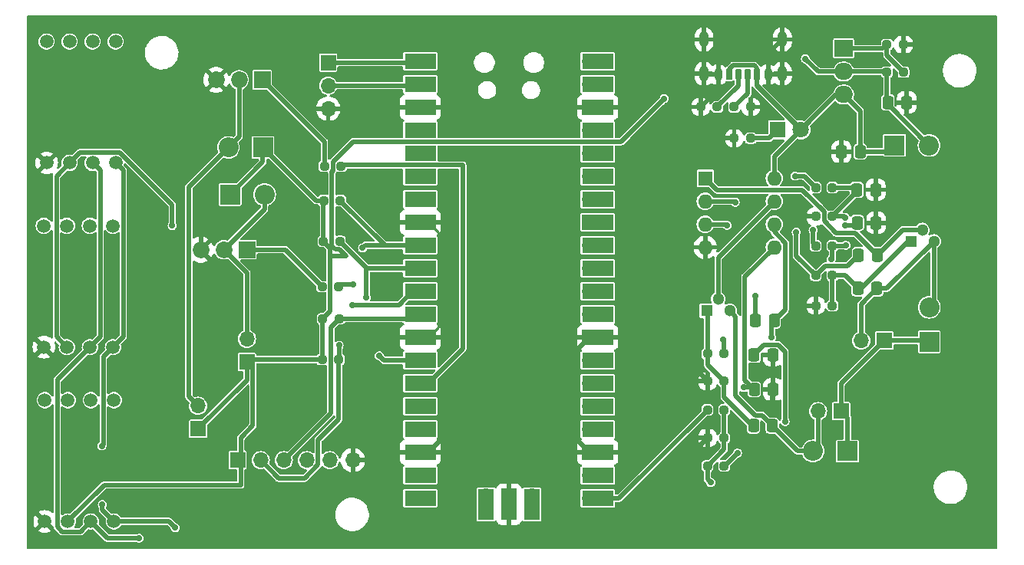
<source format=gtl>
%TF.GenerationSoftware,KiCad,Pcbnew,7.0.9*%
%TF.CreationDate,2024-06-06T15:59:11+02:00*%
%TF.ProjectId,Differential,44696666-6572-4656-9e74-69616c2e6b69,rev?*%
%TF.SameCoordinates,Original*%
%TF.FileFunction,Copper,L1,Top*%
%TF.FilePolarity,Positive*%
%FSLAX46Y46*%
G04 Gerber Fmt 4.6, Leading zero omitted, Abs format (unit mm)*
G04 Created by KiCad (PCBNEW 7.0.9) date 2024-06-06 15:59:11*
%MOMM*%
%LPD*%
G01*
G04 APERTURE LIST*
G04 Aperture macros list*
%AMRoundRect*
0 Rectangle with rounded corners*
0 $1 Rounding radius*
0 $2 $3 $4 $5 $6 $7 $8 $9 X,Y pos of 4 corners*
0 Add a 4 corners polygon primitive as box body*
4,1,4,$2,$3,$4,$5,$6,$7,$8,$9,$2,$3,0*
0 Add four circle primitives for the rounded corners*
1,1,$1+$1,$2,$3*
1,1,$1+$1,$4,$5*
1,1,$1+$1,$6,$7*
1,1,$1+$1,$8,$9*
0 Add four rect primitives between the rounded corners*
20,1,$1+$1,$2,$3,$4,$5,0*
20,1,$1+$1,$4,$5,$6,$7,0*
20,1,$1+$1,$6,$7,$8,$9,0*
20,1,$1+$1,$8,$9,$2,$3,0*%
G04 Aperture macros list end*
%TA.AperFunction,ComponentPad*%
%ADD10C,1.500000*%
%TD*%
%TA.AperFunction,SMDPad,CuDef*%
%ADD11RoundRect,0.237500X-0.250000X-0.237500X0.250000X-0.237500X0.250000X0.237500X-0.250000X0.237500X0*%
%TD*%
%TA.AperFunction,SMDPad,CuDef*%
%ADD12RoundRect,0.250000X-0.337500X-0.475000X0.337500X-0.475000X0.337500X0.475000X-0.337500X0.475000X0*%
%TD*%
%TA.AperFunction,ComponentPad*%
%ADD13R,1.850000X1.850000*%
%TD*%
%TA.AperFunction,ComponentPad*%
%ADD14C,1.850000*%
%TD*%
%TA.AperFunction,ComponentPad*%
%ADD15R,2.200000X2.200000*%
%TD*%
%TA.AperFunction,ComponentPad*%
%ADD16O,2.200000X2.200000*%
%TD*%
%TA.AperFunction,ComponentPad*%
%ADD17R,1.700000X1.700000*%
%TD*%
%TA.AperFunction,ComponentPad*%
%ADD18O,1.700000X1.700000*%
%TD*%
%TA.AperFunction,SMDPad,CuDef*%
%ADD19RoundRect,0.237500X0.250000X0.237500X-0.250000X0.237500X-0.250000X-0.237500X0.250000X-0.237500X0*%
%TD*%
%TA.AperFunction,ComponentPad*%
%ADD20R,1.300000X1.300000*%
%TD*%
%TA.AperFunction,ComponentPad*%
%ADD21C,1.300000*%
%TD*%
%TA.AperFunction,SMDPad,CuDef*%
%ADD22RoundRect,0.175000X0.175000X0.425000X-0.175000X0.425000X-0.175000X-0.425000X0.175000X-0.425000X0*%
%TD*%
%TA.AperFunction,SMDPad,CuDef*%
%ADD23RoundRect,0.190000X-0.190000X-0.410000X0.190000X-0.410000X0.190000X0.410000X-0.190000X0.410000X0*%
%TD*%
%TA.AperFunction,SMDPad,CuDef*%
%ADD24RoundRect,0.200000X-0.200000X-0.400000X0.200000X-0.400000X0.200000X0.400000X-0.200000X0.400000X0*%
%TD*%
%TA.AperFunction,SMDPad,CuDef*%
%ADD25RoundRect,0.175000X-0.175000X-0.425000X0.175000X-0.425000X0.175000X0.425000X-0.175000X0.425000X0*%
%TD*%
%TA.AperFunction,SMDPad,CuDef*%
%ADD26RoundRect,0.190000X0.190000X0.410000X-0.190000X0.410000X-0.190000X-0.410000X0.190000X-0.410000X0*%
%TD*%
%TA.AperFunction,SMDPad,CuDef*%
%ADD27RoundRect,0.200000X0.200000X0.400000X-0.200000X0.400000X-0.200000X-0.400000X0.200000X-0.400000X0*%
%TD*%
%TA.AperFunction,ComponentPad*%
%ADD28O,1.100000X1.700000*%
%TD*%
%TA.AperFunction,ComponentPad*%
%ADD29R,1.800000X1.800000*%
%TD*%
%TA.AperFunction,ComponentPad*%
%ADD30C,1.800000*%
%TD*%
%TA.AperFunction,SMDPad,CuDef*%
%ADD31RoundRect,0.250000X0.337500X0.475000X-0.337500X0.475000X-0.337500X-0.475000X0.337500X-0.475000X0*%
%TD*%
%TA.AperFunction,SMDPad,CuDef*%
%ADD32R,3.500000X1.700000*%
%TD*%
%TA.AperFunction,SMDPad,CuDef*%
%ADD33R,1.700000X3.500000*%
%TD*%
%TA.AperFunction,ComponentPad*%
%ADD34R,2.000000X1.905000*%
%TD*%
%TA.AperFunction,ComponentPad*%
%ADD35O,2.000000X1.905000*%
%TD*%
%TA.AperFunction,ComponentPad*%
%ADD36R,1.600000X1.600000*%
%TD*%
%TA.AperFunction,ComponentPad*%
%ADD37O,1.600000X1.600000*%
%TD*%
%TA.AperFunction,ViaPad*%
%ADD38C,0.700000*%
%TD*%
%TA.AperFunction,Conductor*%
%ADD39C,0.500000*%
%TD*%
%TA.AperFunction,Conductor*%
%ADD40C,0.250000*%
%TD*%
G04 APERTURE END LIST*
D10*
%TO.P,U8,1,GND*%
%TO.N,GND*%
X152000000Y-127525000D03*
%TO.P,U8,2,VCC*%
%TO.N,+3.3V*%
X154540000Y-127525000D03*
%TO.P,U8,3,SDA*%
%TO.N,SDA1*%
X157080000Y-127525000D03*
%TO.P,U8,4,SCL*%
%TO.N,SCL1*%
X159620000Y-127525000D03*
%TO.P,U8,5,NC*%
%TO.N,unconnected-(U8-NC-Pad5)*%
X159620000Y-114125000D03*
%TO.P,U8,6,NC*%
%TO.N,unconnected-(U8-NC-Pad6)*%
X157080000Y-114125000D03*
%TO.P,U8,7,NC*%
%TO.N,unconnected-(U8-NC-Pad7)*%
X154540000Y-114125000D03*
%TO.P,U8,8,NC*%
%TO.N,unconnected-(U8-NC-Pad8)*%
X152000000Y-114125000D03*
%TD*%
D11*
%TO.P,R17,1*%
%TO.N,Baseline_Valve*%
X225197500Y-134445000D03*
%TO.P,R17,2*%
%TO.N,Net-(C7-Pad1)*%
X227022500Y-134445000D03*
%TD*%
D12*
%TO.P,C2,1*%
%TO.N,+3.3V*%
X245097500Y-100495000D03*
%TO.P,C2,2*%
%TO.N,GND*%
X247172500Y-100495000D03*
%TD*%
D11*
%TO.P,R15,1*%
%TO.N,Net-(U3A--)*%
X237135000Y-119595000D03*
%TO.P,R15,2*%
%TO.N,Net-(Q3-E)*%
X238960000Y-119595000D03*
%TD*%
D13*
%TO.P,Q2,1,G*%
%TO.N,Net-(Q2-G)*%
X174390000Y-116765000D03*
D14*
%TO.P,Q2,2,D*%
%TO.N,Net-(D4-A)*%
X171850000Y-116765000D03*
%TO.P,Q2,3,S*%
%TO.N,GND*%
X169310000Y-116765000D03*
%TD*%
D12*
%TO.P,C4,1*%
%TO.N,Net-(U3A-+)*%
X241722500Y-113795000D03*
%TO.P,C4,2*%
%TO.N,GND*%
X243797500Y-113795000D03*
%TD*%
D11*
%TO.P,R19,1*%
%TO.N,Net-(C7-Pad1)*%
X225197500Y-140645000D03*
%TO.P,R19,2*%
%TO.N,Net-(U3B-+)*%
X227022500Y-140645000D03*
%TD*%
%TO.P,R14,1*%
%TO.N,Net-(C3-Pad1)*%
X237135000Y-116325000D03*
%TO.P,R14,2*%
%TO.N,Net-(U3A-+)*%
X238960000Y-116325000D03*
%TD*%
D15*
%TO.P,D2,1,K*%
%TO.N,+5V*%
X245817818Y-105245000D03*
D16*
%TO.P,D2,2,A*%
%TO.N,+3.3V*%
X249627818Y-105245000D03*
%TD*%
D17*
%TO.P,J3,1,Pin_1*%
%TO.N,+3.3V*%
X174400000Y-129150000D03*
D18*
%TO.P,J3,2,Pin_2*%
%TO.N,Net-(D4-A)*%
X174400000Y-126610000D03*
%TD*%
%TO.P,J4,6,Pin_6*%
%TO.N,GND*%
X186080000Y-140000000D03*
%TO.P,J4,5,Pin_5*%
%TO.N,unconnected-(J4-Pin_5-Pad5)*%
X183540000Y-140000000D03*
%TO.P,J4,4,Pin_4*%
%TO.N,unconnected-(J4-Pin_4-Pad4)*%
X181000000Y-140000000D03*
%TO.P,J4,3,Pin_3*%
%TO.N,/SCL0*%
X178460000Y-140000000D03*
%TO.P,J4,2,Pin_2*%
%TO.N,/SDA0*%
X175920000Y-140000000D03*
D17*
%TO.P,J4,1,Pin_1*%
%TO.N,+3.3V*%
X173380000Y-140000000D03*
%TD*%
D19*
%TO.P,R1,1*%
%TO.N,Net-(J1-CC2)*%
X226267500Y-100995000D03*
%TO.P,R1,2*%
%TO.N,GND*%
X224442500Y-100995000D03*
%TD*%
D20*
%TO.P,Q3,1,E*%
%TO.N,Net-(Q3-E)*%
X247620000Y-115845000D03*
D21*
%TO.P,Q3,2,B*%
%TO.N,Net-(Q3-B)*%
X248890000Y-114575000D03*
%TO.P,Q3,3,C*%
%TO.N,Net-(D5-A)*%
X250160000Y-115845000D03*
%TD*%
D22*
%TO.P,J1,A5,CC1*%
%TO.N,Net-(J1-CC1)*%
X229625000Y-97425000D03*
D23*
%TO.P,J1,A9,VBUS*%
%TO.N,+5V*%
X227605000Y-97425000D03*
D24*
%TO.P,J1,A12,GND*%
%TO.N,GND*%
X226375000Y-97425000D03*
D25*
%TO.P,J1,B5,CC2*%
%TO.N,Net-(J1-CC2)*%
X228625000Y-97425000D03*
D26*
%TO.P,J1,B9,VBUS*%
%TO.N,+5V*%
X230645000Y-97425000D03*
D27*
%TO.P,J1,B12,GND*%
%TO.N,GND*%
X231875000Y-97425000D03*
D28*
%TO.P,J1,S1,SHIELD*%
X233445000Y-97345000D03*
X233445000Y-93545000D03*
X224805000Y-97345000D03*
X224805000Y-93545000D03*
%TD*%
D11*
%TO.P,R4,1*%
%TO.N,Net-(U1-ADJ)*%
X244992500Y-94095000D03*
%TO.P,R4,2*%
%TO.N,GND*%
X246817500Y-94095000D03*
%TD*%
D29*
%TO.P,D1,1,K*%
%TO.N,Net-(D1-K)*%
X232960000Y-103525000D03*
D30*
%TO.P,D1,2,A*%
%TO.N,+5V*%
X235500000Y-103525000D03*
%TD*%
D31*
%TO.P,C5,1*%
%TO.N,Net-(Q3-B)*%
X243935000Y-117345000D03*
%TO.P,C5,2*%
%TO.N,Net-(U3A--)*%
X241860000Y-117345000D03*
%TD*%
D18*
%TO.P,U2,1,GPIO0*%
%TO.N,/TX*%
X194420000Y-95965000D03*
D32*
X193520000Y-95965000D03*
D18*
%TO.P,U2,2,GPIO1*%
%TO.N,/RX*%
X194420000Y-98505000D03*
D32*
X193520000Y-98505000D03*
D17*
%TO.P,U2,3,GND*%
%TO.N,GND*%
X194420000Y-101045000D03*
D32*
X193520000Y-101045000D03*
D18*
%TO.P,U2,4,GPIO2*%
%TO.N,unconnected-(U2-GPIO2-Pad4)*%
X194420000Y-103585000D03*
D32*
X193520000Y-103585000D03*
D18*
%TO.P,U2,5,GPIO3*%
%TO.N,unconnected-(U2-GPIO3-Pad5)*%
X194420000Y-106125000D03*
D32*
X193520000Y-106125000D03*
D18*
%TO.P,U2,6,GPIO4*%
%TO.N,unconnected-(U2-GPIO4-Pad6)*%
X194420000Y-108665000D03*
D32*
X193520000Y-108665000D03*
D18*
%TO.P,U2,7,GPIO5*%
%TO.N,unconnected-(U2-GPIO5-Pad7)*%
X194420000Y-111205000D03*
D32*
X193520000Y-111205000D03*
D17*
%TO.P,U2,8,GND*%
%TO.N,GND*%
X194420000Y-113745000D03*
D32*
X193520000Y-113745000D03*
D18*
%TO.P,U2,9,GPIO6*%
%TO.N,SDA1*%
X194420000Y-116285000D03*
D32*
X193520000Y-116285000D03*
D18*
%TO.P,U2,10,GPIO7*%
%TO.N,SCL1*%
X194420000Y-118825000D03*
D32*
X193520000Y-118825000D03*
D18*
%TO.P,U2,11,GPIO8*%
%TO.N,/SDA0*%
X194420000Y-121365000D03*
D32*
X193520000Y-121365000D03*
D18*
%TO.P,U2,12,GPIO9*%
%TO.N,/SCL0*%
X194420000Y-123905000D03*
D32*
X193520000Y-123905000D03*
D17*
%TO.P,U2,13,GND*%
%TO.N,GND*%
X194420000Y-126445000D03*
D32*
X193520000Y-126445000D03*
D18*
%TO.P,U2,14,GPIO10*%
%TO.N,/Pump*%
X194420000Y-128985000D03*
D32*
X193520000Y-128985000D03*
D18*
%TO.P,U2,15,GPIO11*%
%TO.N,/Middle_Valve*%
X194420000Y-131525000D03*
D32*
X193520000Y-131525000D03*
D18*
%TO.P,U2,16,GPIO12*%
%TO.N,unconnected-(U2-GPIO12-Pad16)*%
X194420000Y-134065000D03*
D32*
X193520000Y-134065000D03*
D18*
%TO.P,U2,17,GPIO13*%
%TO.N,unconnected-(U2-GPIO13-Pad17)*%
X194420000Y-136605000D03*
D32*
X193520000Y-136605000D03*
D17*
%TO.P,U2,18,GND*%
%TO.N,GND*%
X194420000Y-139145000D03*
D32*
X193520000Y-139145000D03*
D18*
%TO.P,U2,19,GPIO14*%
%TO.N,unconnected-(U2-GPIO14-Pad19)*%
X194420000Y-141685000D03*
D32*
X193520000Y-141685000D03*
D18*
%TO.P,U2,20,GPIO15*%
%TO.N,Cuff_Valve*%
X194420000Y-144225000D03*
D32*
X193520000Y-144225000D03*
D18*
%TO.P,U2,21,GPIO16*%
%TO.N,Baseline_Valve*%
X212200000Y-144225000D03*
D32*
X213100000Y-144225000D03*
D18*
%TO.P,U2,22,GPIO17*%
%TO.N,unconnected-(U2-GPIO17-Pad22)*%
X212200000Y-141685000D03*
D32*
X213100000Y-141685000D03*
D17*
%TO.P,U2,23,GND*%
%TO.N,GND*%
X212200000Y-139145000D03*
D32*
X213100000Y-139145000D03*
D18*
%TO.P,U2,24,GPIO18*%
%TO.N,unconnected-(U2-GPIO18-Pad24)*%
X212200000Y-136605000D03*
D32*
X213100000Y-136605000D03*
D18*
%TO.P,U2,25,GPIO19*%
%TO.N,unconnected-(U2-GPIO19-Pad25)*%
X212200000Y-134065000D03*
D32*
X213100000Y-134065000D03*
D18*
%TO.P,U2,26,GPIO20*%
%TO.N,unconnected-(U2-GPIO20-Pad26)*%
X212200000Y-131525000D03*
D32*
X213100000Y-131525000D03*
D18*
%TO.P,U2,27,GPIO21*%
%TO.N,unconnected-(U2-GPIO21-Pad27)*%
X212200000Y-128985000D03*
D32*
X213100000Y-128985000D03*
D17*
%TO.P,U2,28,GND*%
%TO.N,GND*%
X212200000Y-126445000D03*
D32*
X213100000Y-126445000D03*
D18*
%TO.P,U2,29,GPIO22*%
%TO.N,unconnected-(U2-GPIO22-Pad29)*%
X212200000Y-123905000D03*
D32*
X213100000Y-123905000D03*
D18*
%TO.P,U2,30,RUN*%
%TO.N,unconnected-(U2-RUN-Pad30)*%
X212200000Y-121365000D03*
D32*
X213100000Y-121365000D03*
D18*
%TO.P,U2,31,GPIO26_ADC0*%
%TO.N,unconnected-(U2-GPIO26_ADC0-Pad31)*%
X212200000Y-118825000D03*
D32*
X213100000Y-118825000D03*
D18*
%TO.P,U2,32,GPIO27_ADC1*%
%TO.N,unconnected-(U2-GPIO27_ADC1-Pad32)*%
X212200000Y-116285000D03*
D32*
X213100000Y-116285000D03*
D17*
%TO.P,U2,33,AGND*%
%TO.N,unconnected-(U2-AGND-Pad33)*%
X212200000Y-113745000D03*
D32*
X213100000Y-113745000D03*
D18*
%TO.P,U2,34,GPIO28_ADC2*%
%TO.N,unconnected-(U2-GPIO28_ADC2-Pad34)*%
X212200000Y-111205000D03*
D32*
X213100000Y-111205000D03*
D18*
%TO.P,U2,35,ADC_VREF*%
%TO.N,unconnected-(U2-ADC_VREF-Pad35)*%
X212200000Y-108665000D03*
D32*
X213100000Y-108665000D03*
D18*
%TO.P,U2,36,3V3*%
%TO.N,unconnected-(U2-3V3-Pad36)*%
X212200000Y-106125000D03*
D32*
X213100000Y-106125000D03*
D18*
%TO.P,U2,37,3V3_EN*%
%TO.N,unconnected-(U2-3V3_EN-Pad37)*%
X212200000Y-103585000D03*
D32*
X213100000Y-103585000D03*
D17*
%TO.P,U2,38,GND*%
%TO.N,GND*%
X212200000Y-101045000D03*
D32*
X213100000Y-101045000D03*
D18*
%TO.P,U2,39,VSYS*%
%TO.N,unconnected-(U2-VSYS-Pad39)*%
X212200000Y-98505000D03*
D32*
X213100000Y-98505000D03*
D18*
%TO.P,U2,40,VBUS*%
%TO.N,unconnected-(U2-VBUS-Pad40)*%
X212200000Y-95965000D03*
D32*
X213100000Y-95965000D03*
D18*
%TO.P,U2,41,SWCLK*%
%TO.N,unconnected-(U2-SWCLK-Pad41)*%
X200770000Y-143995000D03*
D33*
X200770000Y-144895000D03*
D17*
%TO.P,U2,42,GND*%
%TO.N,GND*%
X203310000Y-143995000D03*
D33*
X203310000Y-144895000D03*
D18*
%TO.P,U2,43,SWDIO*%
%TO.N,unconnected-(U2-SWDIO-Pad43)*%
X205850000Y-143995000D03*
D33*
X205850000Y-144895000D03*
%TD*%
D11*
%TO.P,R12,1*%
%TO.N,Cuff_Valve*%
X237135000Y-109895000D03*
%TO.P,R12,2*%
%TO.N,Net-(C3-Pad1)*%
X238960000Y-109895000D03*
%TD*%
%TO.P,R13,1*%
%TO.N,GND*%
X237135000Y-113095000D03*
%TO.P,R13,2*%
%TO.N,Net-(C3-Pad1)*%
X238960000Y-113095000D03*
%TD*%
D12*
%TO.P,C9,1*%
%TO.N,Net-(Q4-B)*%
X230472500Y-124595000D03*
%TO.P,C9,2*%
%TO.N,Net-(U3B--)*%
X232547500Y-124595000D03*
%TD*%
D31*
%TO.P,C10,1*%
%TO.N,Net-(D6-A)*%
X232347500Y-136195000D03*
%TO.P,C10,2*%
%TO.N,Net-(Q4-E)*%
X230272500Y-136195000D03*
%TD*%
D11*
%TO.P,R18,1*%
%TO.N,GND*%
X225197500Y-137545000D03*
%TO.P,R18,2*%
%TO.N,Net-(C7-Pad1)*%
X227022500Y-137545000D03*
%TD*%
D20*
%TO.P,Q4,1,E*%
%TO.N,Net-(Q4-E)*%
X225110000Y-123495000D03*
D21*
%TO.P,Q4,2,B*%
%TO.N,Net-(Q4-B)*%
X226380000Y-122225000D03*
%TO.P,Q4,3,C*%
%TO.N,Net-(D6-A)*%
X227650000Y-123495000D03*
%TD*%
D11*
%TO.P,R2,1*%
%TO.N,Net-(J1-CC1)*%
X228142500Y-100995000D03*
%TO.P,R2,2*%
%TO.N,GND*%
X229967500Y-100995000D03*
%TD*%
D19*
%TO.P,R20,1*%
%TO.N,Net-(U3B--)*%
X227022500Y-128245000D03*
%TO.P,R20,2*%
%TO.N,Net-(Q4-E)*%
X225197500Y-128245000D03*
%TD*%
D11*
%TO.P,R6,1*%
%TO.N,+3.3V*%
X182835000Y-115845000D03*
%TO.P,R6,2*%
%TO.N,SCL1*%
X184660000Y-115845000D03*
%TD*%
%TO.P,R7,1*%
%TO.N,+3.3V*%
X182885000Y-111345000D03*
%TO.P,R7,2*%
%TO.N,SDA1*%
X184710000Y-111345000D03*
%TD*%
%TO.P,R8,1*%
%TO.N,+3.3V*%
X182747500Y-124385000D03*
%TO.P,R8,2*%
%TO.N,/SCL0*%
X184572500Y-124385000D03*
%TD*%
%TO.P,R3,1*%
%TO.N,GND*%
X228142500Y-104445000D03*
%TO.P,R3,2*%
%TO.N,Net-(D1-K)*%
X229967500Y-104445000D03*
%TD*%
D15*
%TO.P,D6,1,K*%
%TO.N,+3.3V*%
X240632183Y-138995000D03*
D16*
%TO.P,D6,2,A*%
%TO.N,Net-(D6-A)*%
X236822183Y-138995000D03*
%TD*%
D17*
%TO.P,J7,1,Pin_1*%
%TO.N,+3.3V*%
X239935000Y-134595000D03*
D18*
%TO.P,J7,2,Pin_2*%
%TO.N,Net-(D6-A)*%
X237395000Y-134595000D03*
%TD*%
D10*
%TO.P,U7,1,GND*%
%TO.N,GND*%
X152300000Y-107175000D03*
%TO.P,U7,2,VCC*%
%TO.N,+3.3V*%
X154840000Y-107175000D03*
%TO.P,U7,3,SDA*%
%TO.N,SDA1*%
X157380000Y-107175000D03*
%TO.P,U7,4,SCL*%
%TO.N,SCL1*%
X159920000Y-107175000D03*
%TO.P,U7,5,NC*%
%TO.N,unconnected-(U7-NC-Pad5)*%
X159920000Y-93775000D03*
%TO.P,U7,6,NC*%
%TO.N,unconnected-(U7-NC-Pad6)*%
X157380000Y-93775000D03*
%TO.P,U7,7,NC*%
%TO.N,unconnected-(U7-NC-Pad7)*%
X154840000Y-93775000D03*
%TO.P,U7,8,NC*%
%TO.N,unconnected-(U7-NC-Pad8)*%
X152300000Y-93775000D03*
%TD*%
D11*
%TO.P,R9,1*%
%TO.N,+3.3V*%
X182697500Y-128895000D03*
%TO.P,R9,2*%
%TO.N,/SDA0*%
X184522500Y-128895000D03*
%TD*%
D12*
%TO.P,C3,1*%
%TO.N,Net-(C3-Pad1)*%
X241665000Y-110145000D03*
%TO.P,C3,2*%
%TO.N,GND*%
X243740000Y-110145000D03*
%TD*%
D34*
%TO.P,U1,1,ADJ*%
%TO.N,Net-(U1-ADJ)*%
X240210000Y-94555000D03*
D35*
%TO.P,U1,2,VO*%
%TO.N,+3.3V*%
X240210000Y-97095000D03*
%TO.P,U1,3,VI*%
%TO.N,+5V*%
X240210000Y-99635000D03*
%TD*%
D10*
%TO.P,U9,1,GND*%
%TO.N,GND*%
X152100000Y-146775000D03*
%TO.P,U9,2,VCC*%
%TO.N,+3.3V*%
X154640000Y-146775000D03*
%TO.P,U9,3,SDA*%
%TO.N,SDA1*%
X157180000Y-146775000D03*
%TO.P,U9,4,SCL*%
%TO.N,SCL1*%
X159720000Y-146775000D03*
%TO.P,U9,5,NC*%
%TO.N,unconnected-(U9-NC-Pad5)*%
X159720000Y-133375000D03*
%TO.P,U9,6,NC*%
%TO.N,unconnected-(U9-NC-Pad6)*%
X157180000Y-133375000D03*
%TO.P,U9,7,NC*%
%TO.N,unconnected-(U9-NC-Pad7)*%
X154640000Y-133375000D03*
%TO.P,U9,8,NC*%
%TO.N,unconnected-(U9-NC-Pad8)*%
X152100000Y-133375000D03*
%TD*%
D31*
%TO.P,C1,1*%
%TO.N,+5V*%
X242042500Y-105945000D03*
%TO.P,C1,2*%
%TO.N,GND*%
X239967500Y-105945000D03*
%TD*%
D17*
%TO.P,J6,1,Pin_1*%
%TO.N,+3.3V*%
X244685000Y-126795000D03*
D18*
%TO.P,J6,2,Pin_2*%
%TO.N,Net-(D5-A)*%
X242145000Y-126795000D03*
%TD*%
D13*
%TO.P,Q1,1,G*%
%TO.N,Net-(Q1-G)*%
X176080000Y-98000000D03*
D14*
%TO.P,Q1,2,D*%
%TO.N,Net-(D3-A)*%
X173540000Y-98000000D03*
%TO.P,Q1,3,S*%
%TO.N,GND*%
X171000000Y-98000000D03*
%TD*%
D17*
%TO.P,J2,1,Pin_1*%
%TO.N,+3.3V*%
X169000000Y-136540000D03*
D18*
%TO.P,J2,2,Pin_2*%
%TO.N,Net-(D3-A)*%
X169000000Y-134000000D03*
%TD*%
D11*
%TO.P,R10,1*%
%TO.N,Net-(Q1-G)*%
X182947500Y-107545000D03*
%TO.P,R10,2*%
%TO.N,/Middle_Valve*%
X184772500Y-107545000D03*
%TD*%
%TO.P,R11,1*%
%TO.N,Net-(Q2-G)*%
X182697500Y-120845000D03*
%TO.P,R11,2*%
%TO.N,/Pump*%
X184522500Y-120845000D03*
%TD*%
D15*
%TO.P,D5,1,K*%
%TO.N,+3.3V*%
X249660000Y-126932183D03*
D16*
%TO.P,D5,2,A*%
%TO.N,Net-(D5-A)*%
X249660000Y-123122183D03*
%TD*%
D15*
%TO.P,D4,1,K*%
%TO.N,+3.3V*%
X172540000Y-110675000D03*
D16*
%TO.P,D4,2,A*%
%TO.N,Net-(D4-A)*%
X176350000Y-110675000D03*
%TD*%
D36*
%TO.P,U3,1*%
%TO.N,Net-(Q3-B)*%
X224950000Y-108875000D03*
D37*
%TO.P,U3,2,-*%
%TO.N,Net-(U3A--)*%
X224950000Y-111415000D03*
%TO.P,U3,3,+*%
%TO.N,Net-(U3A-+)*%
X224950000Y-113955000D03*
%TO.P,U3,4,V-*%
%TO.N,GND*%
X224950000Y-116495000D03*
%TO.P,U3,5,+*%
%TO.N,Net-(U3B-+)*%
X232570000Y-116495000D03*
%TO.P,U3,6,-*%
%TO.N,Net-(U3B--)*%
X232570000Y-113955000D03*
%TO.P,U3,7*%
%TO.N,Net-(Q4-B)*%
X232570000Y-111415000D03*
%TO.P,U3,8,V+*%
%TO.N,+5V*%
X232570000Y-108875000D03*
%TD*%
D11*
%TO.P,R21,1*%
%TO.N,GND*%
X225197500Y-131295000D03*
%TO.P,R21,2*%
%TO.N,Net-(Q4-E)*%
X227022500Y-131295000D03*
%TD*%
D17*
%TO.P,J5,1,Pin_1*%
%TO.N,/TX*%
X183360000Y-96105000D03*
D18*
%TO.P,J5,2,Pin_2*%
%TO.N,/RX*%
X183360000Y-98645000D03*
%TO.P,J5,3,Pin_3*%
%TO.N,GND*%
X183360000Y-101185000D03*
%TD*%
D11*
%TO.P,R5,1*%
%TO.N,+3.3V*%
X244992500Y-97145000D03*
%TO.P,R5,2*%
%TO.N,Net-(U1-ADJ)*%
X246817500Y-97145000D03*
%TD*%
D31*
%TO.P,C6,1*%
%TO.N,Net-(D5-A)*%
X243885000Y-121045000D03*
%TO.P,C6,2*%
%TO.N,Net-(Q3-E)*%
X241810000Y-121045000D03*
%TD*%
D12*
%TO.P,C7,1*%
%TO.N,Net-(C7-Pad1)*%
X230310000Y-128395000D03*
%TO.P,C7,2*%
%TO.N,GND*%
X232385000Y-128395000D03*
%TD*%
D11*
%TO.P,R16,1*%
%TO.N,GND*%
X237135000Y-122945000D03*
%TO.P,R16,2*%
%TO.N,Net-(Q3-E)*%
X238960000Y-122945000D03*
%TD*%
D12*
%TO.P,C8,1*%
%TO.N,Net-(U3B-+)*%
X230360000Y-132195000D03*
%TO.P,C8,2*%
%TO.N,GND*%
X232435000Y-132195000D03*
%TD*%
D15*
%TO.P,D3,1,K*%
%TO.N,+3.3V*%
X176160000Y-105475000D03*
D16*
%TO.P,D3,2,A*%
%TO.N,Net-(D3-A)*%
X172350000Y-105475000D03*
%TD*%
D38*
%TO.N,GND*%
X235050000Y-112025000D03*
X241400000Y-112025000D03*
X169310000Y-113685000D03*
X230950000Y-138925000D03*
X232350000Y-133675000D03*
%TO.N,+3.3V*%
X220428248Y-100078248D03*
X236000000Y-95700000D03*
X166150000Y-114100000D03*
%TO.N,Net-(C3-Pad1)*%
X240400000Y-113225000D03*
X236850000Y-114625000D03*
%TO.N,Net-(U3A-+)*%
X238850000Y-117825000D03*
X240400000Y-114074503D03*
X227350000Y-114075000D03*
X240450000Y-116275000D03*
%TO.N,Net-(U3A--)*%
X235000000Y-114825000D03*
X228250000Y-111525000D03*
%TO.N,Net-(C7-Pad1)*%
X233750000Y-135725000D03*
X225550000Y-142475000D03*
%TO.N,Net-(U3B-+)*%
X228500000Y-139225000D03*
X229193727Y-131981273D03*
%TO.N,Net-(Q4-B)*%
X230500000Y-121875000D03*
%TO.N,Net-(U3B--)*%
X226950000Y-126725000D03*
X232250000Y-126475000D03*
%TO.N,/Pump*%
X189000000Y-128475000D03*
X186150000Y-120625000D03*
%TO.N,Cuff_Valve*%
X234850000Y-108625000D03*
%TO.N,SCL1*%
X166500000Y-147475000D03*
X158400000Y-138425000D03*
X187550000Y-122075000D03*
X158450000Y-144925000D03*
%TO.N,SDA1*%
X187150000Y-116575000D03*
X162500000Y-148625000D03*
%TO.N,/SDA0*%
X184550000Y-127325000D03*
X186000000Y-122875000D03*
%TD*%
D39*
%TO.N,/SDA0*%
X184522500Y-128895000D02*
X184522500Y-135477500D01*
X182250000Y-140517767D02*
X180767767Y-142000000D01*
X184522500Y-135477500D02*
X182250000Y-137750000D01*
X182250000Y-137750000D02*
X182250000Y-140517767D01*
X177920000Y-142000000D02*
X175920000Y-140000000D01*
X180767767Y-142000000D02*
X177920000Y-142000000D01*
%TO.N,/SCL0*%
X184572500Y-124385000D02*
X183635000Y-125322500D01*
X183635000Y-125322500D02*
X183635000Y-134825000D01*
X183635000Y-134825000D02*
X178460000Y-140000000D01*
%TO.N,+3.3V*%
X174400000Y-129150000D02*
X174400000Y-131140000D01*
X174400000Y-131140000D02*
X169000000Y-136540000D01*
%TO.N,Net-(D3-A)*%
X167985000Y-132985000D02*
X169000000Y-134000000D01*
X172350000Y-105475000D02*
X167985000Y-109840000D01*
X167985000Y-109840000D02*
X167985000Y-132985000D01*
%TO.N,Net-(Q1-G)*%
X182947500Y-107545000D02*
X182947500Y-104867500D01*
X182947500Y-104867500D02*
X176080000Y-98000000D01*
%TO.N,Net-(D3-A)*%
X173540000Y-98125000D02*
X173540000Y-104285000D01*
X173540000Y-104285000D02*
X172350000Y-105475000D01*
%TO.N,+5V*%
X232570000Y-106445000D02*
X235520000Y-103495000D01*
X227605000Y-96825000D02*
X228005000Y-96425000D01*
X242042500Y-105945000D02*
X242042500Y-101467500D01*
X239390000Y-99635000D02*
X235500000Y-103525000D01*
X227605000Y-97425000D02*
X227605000Y-96825000D01*
X230645000Y-96720000D02*
X230645000Y-97425000D01*
X239380000Y-99635000D02*
X235520000Y-103495000D01*
X235520000Y-103495000D02*
X230645000Y-98620000D01*
X230645000Y-98620000D02*
X230645000Y-98075000D01*
X232570000Y-108875000D02*
X232570000Y-106445000D01*
X230645000Y-98075000D02*
X230645000Y-97425000D01*
X245117818Y-105945000D02*
X245817818Y-105245000D01*
X230350000Y-96425000D02*
X230645000Y-96720000D01*
X242042500Y-105945000D02*
X245117818Y-105945000D01*
X235500000Y-103525000D02*
X230645000Y-98670000D01*
X240210000Y-99635000D02*
X239380000Y-99635000D01*
X230645000Y-98670000D02*
X230645000Y-98075000D01*
X228005000Y-96425000D02*
X230350000Y-96425000D01*
X240210000Y-99635000D02*
X239390000Y-99635000D01*
X242042500Y-101467500D02*
X240210000Y-99635000D01*
%TO.N,GND*%
X231875000Y-97425000D02*
X231875000Y-95115000D01*
X199350000Y-132775000D02*
X199350000Y-134215000D01*
X224310000Y-138432500D02*
X224310000Y-143625661D01*
X232435000Y-128445000D02*
X232385000Y-128395000D01*
X224310000Y-143625661D02*
X226249339Y-143625661D01*
X231875000Y-95115000D02*
X233445000Y-93545000D01*
D40*
X192910000Y-139145000D02*
X194420000Y-139145000D01*
D39*
X210950000Y-137895000D02*
X212200000Y-139145000D01*
X232350000Y-133675000D02*
X232350000Y-132280000D01*
X212200000Y-126445000D02*
X206372500Y-132272500D01*
D40*
X194420000Y-113745000D02*
X195545000Y-114870000D01*
D39*
X225197500Y-137545000D02*
X224310000Y-138432500D01*
D40*
X194420000Y-113745000D02*
X192370000Y-113745000D01*
D39*
X232350000Y-132280000D02*
X232435000Y-132195000D01*
X232435000Y-132195000D02*
X232435000Y-128445000D01*
D40*
X194420000Y-113745000D02*
X192620000Y-113745000D01*
D39*
X206372500Y-132272500D02*
X205870000Y-132775000D01*
X189969339Y-126445000D02*
X194420000Y-126445000D01*
X243740000Y-112025000D02*
X243740000Y-113737500D01*
X188250000Y-129655000D02*
X188250000Y-128164339D01*
X241400000Y-112025000D02*
X243740000Y-112025000D01*
D40*
X194280000Y-101185000D02*
X194420000Y-101045000D01*
D39*
X191370000Y-132775000D02*
X188250000Y-129655000D01*
X226375000Y-99062500D02*
X224442500Y-100995000D01*
X188250000Y-128164339D02*
X189969339Y-126445000D01*
X226249339Y-143625661D02*
X230950000Y-138925000D01*
D40*
X194420000Y-113745000D02*
X192910000Y-113745000D01*
D39*
X233365000Y-97425000D02*
X233445000Y-97345000D01*
X243740000Y-110145000D02*
X243740000Y-112025000D01*
X212200000Y-126445000D02*
X210950000Y-127695000D01*
X199350000Y-134215000D02*
X194420000Y-139145000D01*
X169310000Y-113685000D02*
X169310000Y-116765000D01*
D40*
X183500000Y-101045000D02*
X183360000Y-101185000D01*
D39*
X226375000Y-97425000D02*
X224885000Y-97425000D01*
X220347500Y-126445000D02*
X212200000Y-126445000D01*
X205870000Y-132775000D02*
X199350000Y-132775000D01*
X226375000Y-97425000D02*
X226375000Y-99062500D01*
X224885000Y-97425000D02*
X224805000Y-97345000D01*
X243740000Y-113737500D02*
X243797500Y-113795000D01*
X237135000Y-113095000D02*
X236120000Y-113095000D01*
X210950000Y-127695000D02*
X210950000Y-137895000D01*
X199350000Y-132775000D02*
X191370000Y-132775000D01*
X225197500Y-131295000D02*
X220347500Y-126445000D01*
D40*
X195545000Y-125320000D02*
X194420000Y-126445000D01*
D39*
X231875000Y-97425000D02*
X233365000Y-97425000D01*
D40*
X195545000Y-114870000D02*
X195545000Y-125320000D01*
D39*
X236120000Y-113095000D02*
X235050000Y-112025000D01*
D40*
X194420000Y-113745000D02*
X191920000Y-113745000D01*
D39*
%TO.N,+3.3V*%
X173720000Y-142745000D02*
X173720000Y-137530000D01*
X182747500Y-128845000D02*
X182697500Y-128895000D01*
X183885000Y-108053142D02*
X183772500Y-108165642D01*
X175050000Y-129800000D02*
X174400000Y-129150000D01*
X240210000Y-97095000D02*
X244942500Y-97095000D01*
X182747500Y-124385000D02*
X182747500Y-128845000D01*
X220428248Y-100078248D02*
X215671497Y-104835000D01*
X183885000Y-107036858D02*
X183885000Y-108053142D01*
X183772500Y-108165642D02*
X183772500Y-116353142D01*
X174655000Y-128895000D02*
X174400000Y-129150000D01*
X153390000Y-108625000D02*
X154840000Y-107175000D01*
X166150000Y-111778654D02*
X166150000Y-114200000D01*
X239935000Y-131545000D02*
X244685000Y-126795000D01*
X240632183Y-135292183D02*
X239935000Y-134595000D01*
X176137183Y-107077817D02*
X172540000Y-110675000D01*
X158665000Y-142750000D02*
X154640000Y-146775000D01*
X184139358Y-116720000D02*
X184615762Y-116720000D01*
X186086858Y-104835000D02*
X183885000Y-107036858D01*
X173715000Y-142750000D02*
X158665000Y-142750000D01*
X240210000Y-97095000D02*
X237395000Y-97095000D01*
X244685000Y-126795000D02*
X249522817Y-126795000D01*
X215671497Y-104835000D02*
X186086858Y-104835000D01*
X173800000Y-137450000D02*
X175050000Y-136200000D01*
X244942500Y-97095000D02*
X244992500Y-97145000D01*
X182885000Y-111345000D02*
X182007183Y-111345000D01*
X183585000Y-117425000D02*
X183585000Y-123547500D01*
X175050000Y-136200000D02*
X175050000Y-129800000D01*
X182697500Y-128895000D02*
X174655000Y-128895000D01*
X184615762Y-116720000D02*
X185320762Y-117425000D01*
X182835000Y-111395000D02*
X182885000Y-111345000D01*
X154840000Y-107175000D02*
X155990000Y-106025000D01*
X155990000Y-106025000D02*
X160396346Y-106025000D01*
X153390000Y-126375000D02*
X153390000Y-108625000D01*
X173720000Y-137530000D02*
X173800000Y-137450000D01*
X182835000Y-115845000D02*
X182835000Y-111395000D01*
X185320762Y-117425000D02*
X183585000Y-117425000D01*
X245097500Y-100714682D02*
X245097500Y-100495000D01*
X244992500Y-97145000D02*
X244992500Y-100390000D01*
X173720000Y-142745000D02*
X173715000Y-142750000D01*
X160396346Y-106025000D02*
X166150000Y-111778654D01*
X249522817Y-126795000D02*
X249660000Y-126932183D01*
X154540000Y-127525000D02*
X153390000Y-126375000D01*
X237395000Y-97095000D02*
X236000000Y-95700000D01*
X176137183Y-105475000D02*
X176137183Y-107077817D01*
X166150000Y-114200000D02*
X166150000Y-114100000D01*
X182007183Y-111345000D02*
X176137183Y-105475000D01*
X239935000Y-134595000D02*
X239935000Y-131545000D01*
X244992500Y-100390000D02*
X245097500Y-100495000D01*
X183585000Y-123547500D02*
X182747500Y-124385000D01*
X240632183Y-138995000D02*
X240632183Y-135292183D01*
X249627818Y-105245000D02*
X245097500Y-100714682D01*
X183772500Y-116353142D02*
X184139358Y-116720000D01*
X182835000Y-115845000D02*
X183585000Y-116595000D01*
X183585000Y-116595000D02*
X183585000Y-117425000D01*
%TO.N,Net-(C3-Pad1)*%
X236850000Y-114625000D02*
X236850000Y-116040000D01*
X241665000Y-110390000D02*
X238960000Y-113095000D01*
X238960000Y-113095000D02*
X240270000Y-113095000D01*
X240270000Y-113095000D02*
X240400000Y-113225000D01*
X241415000Y-109895000D02*
X241665000Y-110145000D01*
X241665000Y-110145000D02*
X241665000Y-110390000D01*
X238960000Y-109895000D02*
X241415000Y-109895000D01*
X236850000Y-116040000D02*
X237135000Y-116325000D01*
%TO.N,Net-(U3A-+)*%
X227230000Y-113955000D02*
X227350000Y-114075000D01*
X238960000Y-117715000D02*
X238960000Y-116325000D01*
X241442997Y-114074503D02*
X241722500Y-113795000D01*
X224950000Y-113955000D02*
X227230000Y-113955000D01*
X238960000Y-116325000D02*
X240400000Y-116325000D01*
X238850000Y-117825000D02*
X238960000Y-117715000D01*
X240400000Y-114074503D02*
X241442997Y-114074503D01*
X240400000Y-116325000D02*
X240450000Y-116275000D01*
%TO.N,Net-(Q3-B)*%
X239389358Y-114920000D02*
X241510000Y-114920000D01*
X238072500Y-113603142D02*
X239389358Y-114920000D01*
X224950000Y-108875000D02*
X226250000Y-110175000D01*
X241510000Y-114920000D02*
X243935000Y-117345000D01*
X238072500Y-112586858D02*
X238072500Y-113603142D01*
X235660642Y-110175000D02*
X238072500Y-112586858D01*
X243935000Y-117345000D02*
X246705000Y-114575000D01*
X246705000Y-114575000D02*
X248890000Y-114575000D01*
X226250000Y-110175000D02*
X235660642Y-110175000D01*
%TO.N,Net-(U3A--)*%
X238155000Y-118575000D02*
X237135000Y-119595000D01*
X235000000Y-114825000D02*
X235000000Y-117460000D01*
X228140000Y-111415000D02*
X228250000Y-111525000D01*
X224950000Y-111415000D02*
X228140000Y-111415000D01*
X235000000Y-117460000D02*
X237135000Y-119595000D01*
X241860000Y-117345000D02*
X240630000Y-118575000D01*
X240630000Y-118575000D02*
X238155000Y-118575000D01*
%TO.N,Net-(D5-A)*%
X244960000Y-121045000D02*
X250160000Y-115845000D01*
X243885000Y-121045000D02*
X244960000Y-121045000D01*
X242145000Y-126795000D02*
X242145000Y-122785000D01*
X250160000Y-115845000D02*
X250160000Y-122622183D01*
X250160000Y-122622183D02*
X249660000Y-123122183D01*
X242145000Y-122785000D02*
X243885000Y-121045000D01*
%TO.N,Net-(Q3-E)*%
X238960000Y-119595000D02*
X240360000Y-119595000D01*
X242146334Y-121045000D02*
X247346334Y-115845000D01*
X241810000Y-121045000D02*
X242146334Y-121045000D01*
X238960000Y-119595000D02*
X238960000Y-122945000D01*
X247346334Y-115845000D02*
X247620000Y-115845000D01*
X240360000Y-119595000D02*
X241810000Y-121045000D01*
%TO.N,Net-(C7-Pad1)*%
X227022500Y-134445000D02*
X227022500Y-137545000D01*
X233750000Y-128021334D02*
X233750000Y-135725000D01*
X232998666Y-127270000D02*
X233750000Y-128021334D01*
X231435000Y-127270000D02*
X232998666Y-127270000D01*
X227022500Y-138820000D02*
X225197500Y-140645000D01*
X227022500Y-137545000D02*
X227022500Y-138820000D01*
X225197500Y-142122500D02*
X225550000Y-142475000D01*
X225197500Y-140645000D02*
X225197500Y-142122500D01*
X230310000Y-128395000D02*
X231435000Y-127270000D01*
%TO.N,Net-(U3B-+)*%
X227080000Y-140645000D02*
X228500000Y-139225000D01*
X229322500Y-119742500D02*
X229322500Y-131157500D01*
X227022500Y-140645000D02*
X227080000Y-140645000D01*
X232570000Y-116495000D02*
X229322500Y-119742500D01*
X229193727Y-131981273D02*
X230146273Y-131981273D01*
X230146273Y-131981273D02*
X230360000Y-132195000D01*
X229322500Y-131157500D02*
X230360000Y-132195000D01*
%TO.N,Net-(Q4-B)*%
X226380000Y-117605000D02*
X226380000Y-122225000D01*
X230472500Y-121902500D02*
X230500000Y-121875000D01*
X232570000Y-111415000D02*
X226380000Y-117605000D01*
X230472500Y-124595000D02*
X230472500Y-121902500D01*
%TO.N,Net-(U3B--)*%
X232570000Y-114797943D02*
X233770000Y-115997943D01*
X232570000Y-113955000D02*
X232570000Y-114797943D01*
X233770000Y-115997943D02*
X233770000Y-123372500D01*
X233770000Y-123372500D02*
X232547500Y-124595000D01*
X232250000Y-124892500D02*
X232547500Y-124595000D01*
X227022500Y-128245000D02*
X227022500Y-126797500D01*
X232250000Y-126475000D02*
X232250000Y-124892500D01*
X227022500Y-126797500D02*
X226950000Y-126725000D01*
%TO.N,Net-(D6-A)*%
X237395000Y-134595000D02*
X237395000Y-138422183D01*
X230495000Y-135070000D02*
X228299999Y-132874999D01*
X228299999Y-124144999D02*
X227650000Y-123495000D01*
X236822183Y-138995000D02*
X235147500Y-138995000D01*
X235147500Y-138995000D02*
X232347500Y-136195000D01*
X231222500Y-135070000D02*
X230495000Y-135070000D01*
X228299999Y-132874999D02*
X228299999Y-124144999D01*
X232347500Y-136195000D02*
X231222500Y-135070000D01*
X237395000Y-138422183D02*
X236822183Y-138995000D01*
%TO.N,Net-(Q4-E)*%
X225197500Y-123582500D02*
X225110000Y-123495000D01*
X225197500Y-128245000D02*
X225197500Y-123582500D01*
X225197500Y-128245000D02*
X225197500Y-129470000D01*
X227022500Y-131295000D02*
X227022500Y-133049358D01*
X230168142Y-136195000D02*
X230272500Y-136195000D01*
X227022500Y-133049358D02*
X230168142Y-136195000D01*
X225197500Y-129470000D02*
X227022500Y-131295000D01*
%TO.N,Net-(D1-K)*%
X232030000Y-104445000D02*
X232980000Y-103495000D01*
X229967500Y-104445000D02*
X232030000Y-104445000D01*
%TO.N,Net-(D3-A)*%
X172600000Y-105202183D02*
X172327183Y-105475000D01*
%TO.N,Net-(D4-A)*%
X171850000Y-116765000D02*
X174400000Y-119315000D01*
X176350000Y-110675000D02*
X176350000Y-112265000D01*
X176350000Y-112265000D02*
X171850000Y-116765000D01*
X174400000Y-119315000D02*
X174400000Y-126610000D01*
%TO.N,Net-(J1-CC1)*%
X229625000Y-99512500D02*
X229625000Y-97425000D01*
X228142500Y-100995000D02*
X229625000Y-99512500D01*
%TO.N,Net-(J1-CC2)*%
X228625000Y-98637500D02*
X228625000Y-97425000D01*
X226267500Y-100995000D02*
X228625000Y-98637500D01*
%TO.N,/SCL0*%
X184572500Y-124385000D02*
X193940000Y-124385000D01*
X193940000Y-124385000D02*
X194420000Y-123905000D01*
%TO.N,/TX*%
X183360000Y-96105000D02*
X194280000Y-96105000D01*
X194280000Y-96105000D02*
X194420000Y-95965000D01*
%TO.N,/RX*%
X183360000Y-98645000D02*
X194280000Y-98645000D01*
X194280000Y-98645000D02*
X194420000Y-98505000D01*
%TO.N,Net-(Q2-G)*%
X178617500Y-116765000D02*
X182697500Y-120845000D01*
X174390000Y-116765000D02*
X178617500Y-116765000D01*
%TO.N,Net-(U1-ADJ)*%
X244532500Y-94555000D02*
X244992500Y-94095000D01*
X244992500Y-94095000D02*
X244992500Y-95320000D01*
X244992500Y-95320000D02*
X246817500Y-97145000D01*
X240210000Y-94555000D02*
X244532500Y-94555000D01*
%TO.N,/Middle_Valve*%
X198200000Y-115325000D02*
X198200000Y-127745000D01*
X198200000Y-107415000D02*
X198200000Y-115325000D01*
X184772500Y-107545000D02*
X184902500Y-107415000D01*
X198200000Y-127745000D02*
X194420000Y-131525000D01*
X184902500Y-107415000D02*
X198200000Y-107415000D01*
%TO.N,/Pump*%
X186150000Y-120625000D02*
X184742500Y-120625000D01*
X189510000Y-128985000D02*
X189000000Y-128475000D01*
X194420000Y-128985000D02*
X189510000Y-128985000D01*
X184742500Y-120625000D02*
X184522500Y-120845000D01*
%TO.N,Cuff_Valve*%
X237135000Y-109895000D02*
X235865000Y-108625000D01*
X235865000Y-108625000D02*
X234850000Y-108625000D01*
%TO.N,Baseline_Valve*%
X215417500Y-144225000D02*
X225197500Y-134445000D01*
X212200000Y-144225000D02*
X215417500Y-144225000D01*
%TO.N,SCL1*%
X158450000Y-145505000D02*
X159720000Y-146775000D01*
X158570000Y-138255000D02*
X158400000Y-138425000D01*
X166500000Y-147475000D02*
X165800000Y-146775000D01*
X187550000Y-118915000D02*
X187640000Y-118825000D01*
X159620000Y-127525000D02*
X158570000Y-128575000D01*
X187550000Y-122075000D02*
X187550000Y-118915000D01*
X158570000Y-128575000D02*
X158570000Y-138255000D01*
X158450000Y-144925000D02*
X158450000Y-145505000D01*
X165800000Y-146775000D02*
X159720000Y-146775000D01*
X159920000Y-107175000D02*
X160770000Y-108025000D01*
X160770000Y-108025000D02*
X160770000Y-126375000D01*
X187640000Y-118825000D02*
X194420000Y-118825000D01*
X184660000Y-115845000D02*
X187640000Y-118825000D01*
X160770000Y-126375000D02*
X159620000Y-127525000D01*
%TO.N,SDA1*%
X153490000Y-131115000D02*
X153490000Y-147365000D01*
X184710000Y-111345000D02*
X189650000Y-116285000D01*
X187150000Y-116575000D02*
X187440000Y-116285000D01*
X159030000Y-148625000D02*
X157180000Y-146775000D01*
X162500000Y-148625000D02*
X159030000Y-148625000D01*
X154050000Y-147925000D02*
X156030000Y-147925000D01*
X187440000Y-116285000D02*
X194420000Y-116285000D01*
X157380000Y-107175000D02*
X158230000Y-108025000D01*
X158230000Y-108025000D02*
X158230000Y-126375000D01*
X189650000Y-116285000D02*
X194420000Y-116285000D01*
X157080000Y-127525000D02*
X153490000Y-131115000D01*
X156030000Y-147925000D02*
X157180000Y-146775000D01*
X153490000Y-147365000D02*
X154050000Y-147925000D01*
X158230000Y-126375000D02*
X157080000Y-127525000D01*
%TO.N,/SDA0*%
X184550000Y-128867500D02*
X184522500Y-128895000D01*
X191150000Y-122875000D02*
X186000000Y-122875000D01*
X194420000Y-121365000D02*
X192660000Y-121365000D01*
X192660000Y-121365000D02*
X191150000Y-122875000D01*
X184550000Y-127325000D02*
X184550000Y-128867500D01*
%TD*%
%TA.AperFunction,Conductor*%
%TO.N,GND*%
G36*
X191562539Y-107835185D02*
G01*
X191608294Y-107887989D01*
X191619500Y-107939500D01*
X191619500Y-109529820D01*
X191619500Y-109529822D01*
X191619499Y-109529822D01*
X191628231Y-109573717D01*
X191628234Y-109573724D01*
X191659163Y-109620013D01*
X191661496Y-109623504D01*
X191711278Y-109656767D01*
X191711281Y-109656767D01*
X191711282Y-109656768D01*
X191755177Y-109665500D01*
X191755180Y-109665500D01*
X194367800Y-109665500D01*
X194373881Y-109665799D01*
X194383930Y-109666788D01*
X194420000Y-109670341D01*
X194456069Y-109666788D01*
X194466119Y-109665799D01*
X194472200Y-109665500D01*
X195284822Y-109665500D01*
X195328717Y-109656768D01*
X195328717Y-109656767D01*
X195328722Y-109656767D01*
X195378504Y-109623504D01*
X195411767Y-109573722D01*
X195414461Y-109560180D01*
X195420500Y-109529822D01*
X195420500Y-108717200D01*
X195420799Y-108711119D01*
X195425341Y-108664999D01*
X195420799Y-108618878D01*
X195420500Y-108612798D01*
X195420500Y-107939500D01*
X195440185Y-107872461D01*
X195492989Y-107826706D01*
X195544500Y-107815500D01*
X197675500Y-107815500D01*
X197742539Y-107835185D01*
X197788294Y-107887989D01*
X197799500Y-107939500D01*
X197799500Y-127527745D01*
X197779815Y-127594784D01*
X197763181Y-127615426D01*
X195632181Y-129746426D01*
X195570858Y-129779911D01*
X195501166Y-129774927D01*
X195445233Y-129733055D01*
X195420816Y-129667591D01*
X195420500Y-129658745D01*
X195420500Y-129037200D01*
X195420799Y-129031119D01*
X195425341Y-128984999D01*
X195420799Y-128938878D01*
X195420500Y-128932798D01*
X195420500Y-128120177D01*
X195411768Y-128076282D01*
X195411767Y-128076281D01*
X195411767Y-128076278D01*
X195378504Y-128026496D01*
X195351064Y-128008161D01*
X195306260Y-127954550D01*
X195297553Y-127885225D01*
X195327708Y-127822197D01*
X195376624Y-127788878D01*
X195512084Y-127738355D01*
X195512093Y-127738350D01*
X195627187Y-127652190D01*
X195627190Y-127652187D01*
X195713350Y-127537093D01*
X195713354Y-127537086D01*
X195763596Y-127402379D01*
X195763598Y-127402372D01*
X195769999Y-127342844D01*
X195770000Y-127342827D01*
X195770000Y-126695000D01*
X194865572Y-126695000D01*
X194888682Y-126659040D01*
X194930000Y-126518327D01*
X194930000Y-126371673D01*
X194888682Y-126230960D01*
X194865572Y-126195000D01*
X195770000Y-126195000D01*
X195770000Y-125547172D01*
X195769999Y-125547155D01*
X195763598Y-125487627D01*
X195763596Y-125487620D01*
X195713354Y-125352913D01*
X195713350Y-125352906D01*
X195627190Y-125237812D01*
X195627187Y-125237809D01*
X195512093Y-125151649D01*
X195512086Y-125151645D01*
X195376623Y-125101121D01*
X195320689Y-125059250D01*
X195296272Y-124993786D01*
X195311124Y-124925513D01*
X195351065Y-124881837D01*
X195378504Y-124863504D01*
X195411767Y-124813722D01*
X195420500Y-124769820D01*
X195420500Y-123957200D01*
X195420799Y-123951119D01*
X195425341Y-123904999D01*
X195420799Y-123858878D01*
X195420500Y-123852798D01*
X195420500Y-123040177D01*
X195411768Y-122996282D01*
X195411767Y-122996281D01*
X195411767Y-122996278D01*
X195378504Y-122946496D01*
X195361621Y-122935215D01*
X195328724Y-122913234D01*
X195328717Y-122913231D01*
X195284822Y-122904500D01*
X195284820Y-122904500D01*
X194472200Y-122904500D01*
X194466119Y-122904201D01*
X194420000Y-122899659D01*
X194373881Y-122904201D01*
X194367800Y-122904500D01*
X191986254Y-122904500D01*
X191919215Y-122884815D01*
X191873460Y-122832011D01*
X191863516Y-122762853D01*
X191892541Y-122699297D01*
X191898573Y-122692819D01*
X192189573Y-122401819D01*
X192250896Y-122368334D01*
X192277254Y-122365500D01*
X194367800Y-122365500D01*
X194373881Y-122365799D01*
X194383930Y-122366788D01*
X194420000Y-122370341D01*
X194456069Y-122366788D01*
X194466119Y-122365799D01*
X194472200Y-122365500D01*
X195284822Y-122365500D01*
X195328717Y-122356768D01*
X195328717Y-122356767D01*
X195328722Y-122356767D01*
X195378504Y-122323504D01*
X195411767Y-122273722D01*
X195417090Y-122246965D01*
X195420500Y-122229822D01*
X195420500Y-121417200D01*
X195420799Y-121411119D01*
X195425341Y-121364999D01*
X195420799Y-121318878D01*
X195420500Y-121312798D01*
X195420500Y-120500177D01*
X195411768Y-120456282D01*
X195411767Y-120456281D01*
X195411767Y-120456278D01*
X195378504Y-120406496D01*
X195378503Y-120406495D01*
X195328724Y-120373234D01*
X195328717Y-120373231D01*
X195284822Y-120364500D01*
X195284820Y-120364500D01*
X194472200Y-120364500D01*
X194466119Y-120364201D01*
X194420000Y-120359659D01*
X194373881Y-120364201D01*
X194367800Y-120364500D01*
X191755178Y-120364500D01*
X191711282Y-120373231D01*
X191711275Y-120373234D01*
X191661496Y-120406495D01*
X191661495Y-120406496D01*
X191628234Y-120456275D01*
X191628231Y-120456282D01*
X191619500Y-120500177D01*
X191619500Y-121787745D01*
X191599815Y-121854784D01*
X191583181Y-121875426D01*
X191020426Y-122438181D01*
X190959103Y-122471666D01*
X190932745Y-122474500D01*
X188110725Y-122474500D01*
X188043686Y-122454815D01*
X187997931Y-122402011D01*
X187987987Y-122332853D01*
X187997931Y-122298989D01*
X188029519Y-122229820D01*
X188035165Y-122217457D01*
X188055647Y-122075000D01*
X188035165Y-121932543D01*
X187975377Y-121801627D01*
X187975374Y-121801624D01*
X187970582Y-121794166D01*
X187973621Y-121792212D01*
X187951749Y-121744224D01*
X187950500Y-121726667D01*
X187950500Y-119349500D01*
X187970185Y-119282461D01*
X188022989Y-119236706D01*
X188074500Y-119225500D01*
X191495500Y-119225500D01*
X191562539Y-119245185D01*
X191608294Y-119297989D01*
X191619500Y-119349500D01*
X191619500Y-119689820D01*
X191619500Y-119689822D01*
X191619499Y-119689822D01*
X191628231Y-119733717D01*
X191628232Y-119733721D01*
X191628233Y-119733722D01*
X191661496Y-119783504D01*
X191711278Y-119816767D01*
X191711281Y-119816767D01*
X191711282Y-119816768D01*
X191755177Y-119825500D01*
X191755180Y-119825500D01*
X194367800Y-119825500D01*
X194373881Y-119825799D01*
X194383930Y-119826788D01*
X194420000Y-119830341D01*
X194456069Y-119826788D01*
X194466119Y-119825799D01*
X194472200Y-119825500D01*
X195284822Y-119825500D01*
X195328717Y-119816768D01*
X195328717Y-119816767D01*
X195328722Y-119816767D01*
X195378504Y-119783504D01*
X195411767Y-119733722D01*
X195420500Y-119689820D01*
X195420500Y-118877200D01*
X195420799Y-118871119D01*
X195425341Y-118824999D01*
X195420799Y-118778878D01*
X195420500Y-118772798D01*
X195420500Y-117960177D01*
X195411768Y-117916282D01*
X195411767Y-117916281D01*
X195411767Y-117916278D01*
X195378504Y-117866496D01*
X195356097Y-117851524D01*
X195328724Y-117833234D01*
X195328717Y-117833231D01*
X195284822Y-117824500D01*
X195284820Y-117824500D01*
X194472200Y-117824500D01*
X194466119Y-117824201D01*
X194420000Y-117819659D01*
X194373881Y-117824201D01*
X194367800Y-117824500D01*
X191755178Y-117824500D01*
X191711282Y-117833231D01*
X191711275Y-117833234D01*
X191661496Y-117866495D01*
X191661495Y-117866496D01*
X191628234Y-117916275D01*
X191628231Y-117916282D01*
X191619500Y-117960177D01*
X191619500Y-118300500D01*
X191599815Y-118367539D01*
X191547011Y-118413294D01*
X191495500Y-118424500D01*
X187857254Y-118424500D01*
X187790215Y-118404815D01*
X187769573Y-118388181D01*
X185334318Y-115952925D01*
X185300833Y-115891602D01*
X185297999Y-115865244D01*
X185297999Y-115576962D01*
X185283610Y-115486111D01*
X185283610Y-115486110D01*
X185283609Y-115486108D01*
X185283609Y-115486107D01*
X185227811Y-115376597D01*
X185227809Y-115376595D01*
X185227806Y-115376591D01*
X185140908Y-115289693D01*
X185140904Y-115289690D01*
X185140903Y-115289689D01*
X185031393Y-115233891D01*
X185031391Y-115233890D01*
X185031388Y-115233889D01*
X184940533Y-115219500D01*
X184379468Y-115219500D01*
X184327228Y-115227774D01*
X184316396Y-115229489D01*
X184247103Y-115220534D01*
X184193652Y-115175537D01*
X184173013Y-115108786D01*
X184173000Y-115107016D01*
X184173000Y-112072971D01*
X184192685Y-112005932D01*
X184245489Y-111960177D01*
X184314647Y-111950233D01*
X184335325Y-111955042D01*
X184338600Y-111956105D01*
X184338607Y-111956109D01*
X184429467Y-111970500D01*
X184717744Y-111970499D01*
X184784783Y-111990183D01*
X184805425Y-112006818D01*
X188471426Y-115672819D01*
X188504911Y-115734142D01*
X188499927Y-115803834D01*
X188458055Y-115859767D01*
X188392591Y-115884184D01*
X188383745Y-115884500D01*
X187376567Y-115884500D01*
X187355491Y-115891347D01*
X187336582Y-115895887D01*
X187314695Y-115899354D01*
X187294952Y-115909413D01*
X187276988Y-115916854D01*
X187255910Y-115923703D01*
X187255905Y-115923706D01*
X187237977Y-115936731D01*
X187221397Y-115946891D01*
X187201660Y-115956948D01*
X187201659Y-115956949D01*
X187201658Y-115956950D01*
X187179094Y-115979513D01*
X187179091Y-115979516D01*
X187134358Y-116024249D01*
X187109009Y-116049598D01*
X187056263Y-116080893D01*
X186939949Y-116115045D01*
X186818873Y-116192856D01*
X186818872Y-116192856D01*
X186818872Y-116192857D01*
X186815805Y-116196397D01*
X186724623Y-116301626D01*
X186724622Y-116301628D01*
X186664834Y-116432543D01*
X186644353Y-116575000D01*
X186664834Y-116717456D01*
X186712871Y-116822641D01*
X186724623Y-116848373D01*
X186818872Y-116957143D01*
X186939947Y-117034953D01*
X186939950Y-117034954D01*
X186939949Y-117034954D01*
X187078036Y-117075499D01*
X187078038Y-117075500D01*
X187078039Y-117075500D01*
X187221962Y-117075500D01*
X187221962Y-117075499D01*
X187360053Y-117034953D01*
X187481128Y-116957143D01*
X187575377Y-116848373D01*
X187615329Y-116760892D01*
X187616655Y-116757988D01*
X187662410Y-116705184D01*
X187729449Y-116685500D01*
X189586567Y-116685500D01*
X189618481Y-116685500D01*
X191495500Y-116685500D01*
X191562539Y-116705185D01*
X191608294Y-116757989D01*
X191619500Y-116809500D01*
X191619500Y-117149820D01*
X191619500Y-117149822D01*
X191619499Y-117149822D01*
X191628231Y-117193717D01*
X191628234Y-117193724D01*
X191659097Y-117239914D01*
X191661496Y-117243504D01*
X191711278Y-117276767D01*
X191711281Y-117276767D01*
X191711282Y-117276768D01*
X191755177Y-117285500D01*
X191755180Y-117285500D01*
X194367800Y-117285500D01*
X194373881Y-117285799D01*
X194383930Y-117286788D01*
X194420000Y-117290341D01*
X194456069Y-117286788D01*
X194466119Y-117285799D01*
X194472200Y-117285500D01*
X195284822Y-117285500D01*
X195328717Y-117276768D01*
X195328717Y-117276767D01*
X195328722Y-117276767D01*
X195378504Y-117243504D01*
X195411767Y-117193722D01*
X195420500Y-117149820D01*
X195420500Y-116337200D01*
X195420799Y-116331119D01*
X195425341Y-116284999D01*
X195420799Y-116238878D01*
X195420500Y-116232798D01*
X195420500Y-115420177D01*
X195411768Y-115376282D01*
X195411767Y-115376281D01*
X195411767Y-115376278D01*
X195378504Y-115326496D01*
X195351064Y-115308161D01*
X195306260Y-115254550D01*
X195297553Y-115185225D01*
X195327708Y-115122197D01*
X195376624Y-115088878D01*
X195512084Y-115038355D01*
X195512093Y-115038350D01*
X195627187Y-114952190D01*
X195627190Y-114952187D01*
X195713350Y-114837093D01*
X195713354Y-114837086D01*
X195763596Y-114702379D01*
X195763598Y-114702372D01*
X195769999Y-114642844D01*
X195770000Y-114642827D01*
X195770000Y-113995000D01*
X194865572Y-113995000D01*
X194888682Y-113959040D01*
X194930000Y-113818327D01*
X194930000Y-113671673D01*
X194888682Y-113530960D01*
X194865572Y-113495000D01*
X195770000Y-113495000D01*
X195770000Y-112847172D01*
X195769999Y-112847155D01*
X195763598Y-112787627D01*
X195763596Y-112787620D01*
X195713354Y-112652913D01*
X195713350Y-112652906D01*
X195627190Y-112537812D01*
X195627187Y-112537809D01*
X195512093Y-112451649D01*
X195512086Y-112451645D01*
X195376623Y-112401121D01*
X195320689Y-112359250D01*
X195296272Y-112293786D01*
X195311124Y-112225513D01*
X195351065Y-112181837D01*
X195378504Y-112163504D01*
X195411767Y-112113722D01*
X195416415Y-112090357D01*
X195420500Y-112069822D01*
X195420500Y-111257200D01*
X195420799Y-111251119D01*
X195425341Y-111204999D01*
X195420799Y-111158878D01*
X195420500Y-111152798D01*
X195420500Y-110340177D01*
X195411768Y-110296282D01*
X195411767Y-110296281D01*
X195411767Y-110296278D01*
X195378504Y-110246496D01*
X195378503Y-110246495D01*
X195328724Y-110213234D01*
X195328717Y-110213231D01*
X195284822Y-110204500D01*
X195284820Y-110204500D01*
X194472200Y-110204500D01*
X194466119Y-110204201D01*
X194420000Y-110199659D01*
X194373881Y-110204201D01*
X194367800Y-110204500D01*
X191755178Y-110204500D01*
X191711282Y-110213231D01*
X191711275Y-110213234D01*
X191661496Y-110246495D01*
X191661495Y-110246496D01*
X191628234Y-110296275D01*
X191628231Y-110296282D01*
X191619500Y-110340177D01*
X191619500Y-110340180D01*
X191619500Y-112069820D01*
X191619500Y-112069822D01*
X191619499Y-112069822D01*
X191628231Y-112113717D01*
X191628234Y-112113724D01*
X191661495Y-112163503D01*
X191661496Y-112163504D01*
X191688933Y-112181837D01*
X191733739Y-112235449D01*
X191742446Y-112304774D01*
X191712292Y-112367801D01*
X191663376Y-112401121D01*
X191527913Y-112451645D01*
X191527906Y-112451649D01*
X191412812Y-112537809D01*
X191412809Y-112537812D01*
X191326649Y-112652906D01*
X191326645Y-112652913D01*
X191276403Y-112787620D01*
X191276401Y-112787627D01*
X191270000Y-112847155D01*
X191270000Y-113495000D01*
X193974428Y-113495000D01*
X193951318Y-113530960D01*
X193910000Y-113671673D01*
X193910000Y-113818327D01*
X193951318Y-113959040D01*
X193974428Y-113995000D01*
X191270000Y-113995000D01*
X191270000Y-114642844D01*
X191276401Y-114702372D01*
X191276403Y-114702379D01*
X191326645Y-114837086D01*
X191326649Y-114837093D01*
X191412809Y-114952187D01*
X191412812Y-114952190D01*
X191527906Y-115038350D01*
X191527913Y-115038354D01*
X191663376Y-115088878D01*
X191719310Y-115130749D01*
X191743727Y-115196213D01*
X191728876Y-115264486D01*
X191688935Y-115308161D01*
X191661496Y-115326495D01*
X191661495Y-115326496D01*
X191628234Y-115376275D01*
X191628231Y-115376282D01*
X191619500Y-115420177D01*
X191619500Y-115760500D01*
X191599815Y-115827539D01*
X191547011Y-115873294D01*
X191495500Y-115884500D01*
X189867255Y-115884500D01*
X189800216Y-115864815D01*
X189779574Y-115848181D01*
X185384318Y-111452925D01*
X185350833Y-111391602D01*
X185347999Y-111365244D01*
X185347999Y-111076962D01*
X185333610Y-110986111D01*
X185333610Y-110986110D01*
X185333609Y-110986108D01*
X185333609Y-110986107D01*
X185277811Y-110876597D01*
X185277809Y-110876595D01*
X185277806Y-110876591D01*
X185190908Y-110789693D01*
X185190904Y-110789690D01*
X185190903Y-110789689D01*
X185081393Y-110733891D01*
X185081391Y-110733890D01*
X185081388Y-110733889D01*
X184990533Y-110719500D01*
X184429462Y-110719500D01*
X184429462Y-110719501D01*
X184338609Y-110733889D01*
X184335313Y-110734961D01*
X184331085Y-110735081D01*
X184328968Y-110735417D01*
X184328924Y-110735143D01*
X184265472Y-110736953D01*
X184205641Y-110700870D01*
X184174815Y-110638168D01*
X184173000Y-110617028D01*
X184173000Y-108382896D01*
X184192685Y-108315857D01*
X184209323Y-108295211D01*
X184210033Y-108294501D01*
X184213050Y-108291484D01*
X184223114Y-108271730D01*
X184233263Y-108255168D01*
X184246296Y-108237232D01*
X184246600Y-108236293D01*
X184247279Y-108235300D01*
X184250727Y-108228535D01*
X184251600Y-108228980D01*
X184286034Y-108178617D01*
X184350391Y-108151415D01*
X184391318Y-108155521D01*
X184391467Y-108154583D01*
X184441851Y-108162562D01*
X184491967Y-108170500D01*
X185053032Y-108170499D01*
X185053037Y-108170499D01*
X185053037Y-108170498D01*
X185098462Y-108163304D01*
X185143888Y-108156110D01*
X185143889Y-108156110D01*
X185143890Y-108156109D01*
X185143893Y-108156109D01*
X185253403Y-108100311D01*
X185340311Y-108013403D01*
X185396109Y-107903893D01*
X185396109Y-107903888D01*
X185396111Y-107903886D01*
X185396992Y-107901177D01*
X185398953Y-107898308D01*
X185400539Y-107895197D01*
X185400941Y-107895401D01*
X185436432Y-107843503D01*
X185500791Y-107816308D01*
X185514921Y-107815500D01*
X191495500Y-107815500D01*
X191562539Y-107835185D01*
G37*
%TD.AperFunction*%
%TA.AperFunction,Conductor*%
G36*
X231255277Y-128118625D02*
G01*
X231296318Y-128145000D01*
X232511000Y-128145000D01*
X232578039Y-128164685D01*
X232623794Y-128217489D01*
X232635000Y-128269000D01*
X232635000Y-129619999D01*
X232772472Y-129619999D01*
X232772486Y-129619998D01*
X232875197Y-129609505D01*
X233041619Y-129554358D01*
X233041630Y-129554353D01*
X233160403Y-129481093D01*
X233227795Y-129462652D01*
X233294459Y-129483574D01*
X233339228Y-129537216D01*
X233349500Y-129586631D01*
X233349500Y-130972528D01*
X233329815Y-131039567D01*
X233277011Y-131085322D01*
X233207853Y-131095266D01*
X233160403Y-131078067D01*
X233091624Y-131035643D01*
X233091619Y-131035641D01*
X232925197Y-130980494D01*
X232925190Y-130980493D01*
X232822486Y-130970000D01*
X232685000Y-130970000D01*
X232685000Y-133419999D01*
X232822472Y-133419999D01*
X232822486Y-133419998D01*
X232925197Y-133409505D01*
X233091619Y-133354358D01*
X233091626Y-133354355D01*
X233160402Y-133311933D01*
X233227794Y-133293492D01*
X233294458Y-133314414D01*
X233339228Y-133368055D01*
X233349500Y-133417471D01*
X233349500Y-135376667D01*
X233329815Y-135443706D01*
X233329094Y-135444669D01*
X233324622Y-135451628D01*
X233276809Y-135556323D01*
X233231054Y-135609127D01*
X233164014Y-135628811D01*
X233096975Y-135609126D01*
X233053532Y-135561108D01*
X233013050Y-135481658D01*
X233013048Y-135481656D01*
X233013045Y-135481652D01*
X232923347Y-135391954D01*
X232923344Y-135391952D01*
X232923342Y-135391950D01*
X232846517Y-135352805D01*
X232810301Y-135334352D01*
X232716524Y-135319500D01*
X232716519Y-135319500D01*
X232089755Y-135319500D01*
X232022716Y-135299815D01*
X232002074Y-135283181D01*
X231481787Y-134762893D01*
X231481756Y-134762864D01*
X231460842Y-134741950D01*
X231460841Y-134741949D01*
X231441100Y-134731890D01*
X231424514Y-134721726D01*
X231406590Y-134708704D01*
X231406591Y-134708704D01*
X231385518Y-134701857D01*
X231367545Y-134694412D01*
X231347807Y-134684355D01*
X231347804Y-134684354D01*
X231325918Y-134680887D01*
X231307007Y-134676346D01*
X231285939Y-134669501D01*
X231285934Y-134669500D01*
X231285933Y-134669500D01*
X231285929Y-134669500D01*
X230712254Y-134669500D01*
X230645215Y-134649815D01*
X230624573Y-134633181D01*
X228736818Y-132745425D01*
X228703333Y-132684102D01*
X228700499Y-132657744D01*
X228700499Y-132486329D01*
X228720184Y-132419290D01*
X228772988Y-132373535D01*
X228842146Y-132363591D01*
X228891536Y-132382013D01*
X228903685Y-132389820D01*
X228983675Y-132441227D01*
X229121763Y-132481772D01*
X229121765Y-132481773D01*
X229121766Y-132481773D01*
X229265689Y-132481773D01*
X229265689Y-132481772D01*
X229403780Y-132441226D01*
X229430963Y-132423756D01*
X229498000Y-132404072D01*
X229565040Y-132423756D01*
X229610795Y-132476560D01*
X229622001Y-132528072D01*
X229622001Y-132701518D01*
X229636854Y-132795304D01*
X229694450Y-132908342D01*
X229694452Y-132908344D01*
X229694454Y-132908347D01*
X229784152Y-132998045D01*
X229784154Y-132998046D01*
X229784158Y-132998050D01*
X229875162Y-133044419D01*
X229897198Y-133055647D01*
X229990975Y-133070499D01*
X229990981Y-133070500D01*
X230729018Y-133070499D01*
X230822804Y-133055646D01*
X230935842Y-132998050D01*
X231025550Y-132908342D01*
X231083146Y-132795304D01*
X231083146Y-132795302D01*
X231083147Y-132795301D01*
X231097999Y-132701524D01*
X231098000Y-132701519D01*
X231098000Y-132445000D01*
X231347501Y-132445000D01*
X231347501Y-132719986D01*
X231357994Y-132822697D01*
X231413141Y-132989119D01*
X231413143Y-132989123D01*
X231505184Y-133138345D01*
X231629154Y-133262315D01*
X231778375Y-133354356D01*
X231778380Y-133354358D01*
X231944802Y-133409505D01*
X231944809Y-133409506D01*
X232047519Y-133419999D01*
X232184999Y-133419999D01*
X232185000Y-133419998D01*
X232185000Y-132445000D01*
X231347501Y-132445000D01*
X231098000Y-132445000D01*
X231097999Y-131945000D01*
X231347500Y-131945000D01*
X232185000Y-131945000D01*
X232185000Y-130970000D01*
X232047527Y-130970000D01*
X232047512Y-130970001D01*
X231944802Y-130980494D01*
X231778380Y-131035641D01*
X231778375Y-131035643D01*
X231629154Y-131127684D01*
X231505184Y-131251654D01*
X231413143Y-131400875D01*
X231413143Y-131400877D01*
X231357994Y-131567302D01*
X231357993Y-131567309D01*
X231347500Y-131670013D01*
X231347500Y-131945000D01*
X231097999Y-131945000D01*
X231097999Y-131688482D01*
X231083146Y-131594696D01*
X231025550Y-131481658D01*
X231025546Y-131481654D01*
X231025545Y-131481652D01*
X230935847Y-131391954D01*
X230935844Y-131391952D01*
X230935842Y-131391950D01*
X230839728Y-131342977D01*
X230822801Y-131334352D01*
X230729024Y-131319500D01*
X230729019Y-131319500D01*
X230102255Y-131319500D01*
X230035216Y-131299815D01*
X230014574Y-131283181D01*
X229759319Y-131027926D01*
X229725834Y-130966603D01*
X229723000Y-130940245D01*
X229723000Y-129381160D01*
X229742685Y-129314121D01*
X229795489Y-129268366D01*
X229864647Y-129258422D01*
X229866337Y-129258677D01*
X229940981Y-129270500D01*
X230679018Y-129270499D01*
X230772804Y-129255646D01*
X230885842Y-129198050D01*
X230975550Y-129108342D01*
X231033146Y-128995304D01*
X231033146Y-128995302D01*
X231033147Y-128995301D01*
X231047999Y-128901524D01*
X231048000Y-128901519D01*
X231048000Y-128645000D01*
X231297501Y-128645000D01*
X231297501Y-128919986D01*
X231307994Y-129022697D01*
X231363141Y-129189119D01*
X231363143Y-129189123D01*
X231455184Y-129338345D01*
X231579154Y-129462315D01*
X231728375Y-129554356D01*
X231728380Y-129554358D01*
X231894802Y-129609505D01*
X231894809Y-129609506D01*
X231997519Y-129619999D01*
X232134999Y-129619999D01*
X232135000Y-129619998D01*
X232135000Y-128645000D01*
X231297501Y-128645000D01*
X231048000Y-128645000D01*
X231047999Y-128274753D01*
X231067683Y-128207715D01*
X231084312Y-128187079D01*
X231124267Y-128147124D01*
X231185585Y-128113641D01*
X231255277Y-128118625D01*
G37*
%TD.AperFunction*%
%TA.AperFunction,Conductor*%
G36*
X257092539Y-90920185D02*
G01*
X257138294Y-90972989D01*
X257149500Y-91024500D01*
X257149500Y-149725500D01*
X257129815Y-149792539D01*
X257077011Y-149838294D01*
X257025500Y-149849500D01*
X150224500Y-149849500D01*
X150157461Y-149829815D01*
X150111706Y-149777011D01*
X150100500Y-149725500D01*
X150100500Y-127525000D01*
X150745225Y-127525000D01*
X150764287Y-127742884D01*
X150764289Y-127742894D01*
X150820894Y-127954150D01*
X150820898Y-127954159D01*
X150913335Y-128152391D01*
X150956873Y-128214571D01*
X150956875Y-128214572D01*
X151602046Y-127569400D01*
X151614835Y-127650148D01*
X151672359Y-127763045D01*
X151761955Y-127852641D01*
X151874852Y-127910165D01*
X151955599Y-127922953D01*
X151310426Y-128568124D01*
X151372611Y-128611666D01*
X151372613Y-128611667D01*
X151570840Y-128704101D01*
X151570849Y-128704105D01*
X151782105Y-128760710D01*
X151782115Y-128760712D01*
X151999999Y-128779775D01*
X152000001Y-128779775D01*
X152217884Y-128760712D01*
X152217894Y-128760710D01*
X152429150Y-128704105D01*
X152429159Y-128704101D01*
X152627387Y-128611666D01*
X152689572Y-128568124D01*
X152044401Y-127922953D01*
X152125148Y-127910165D01*
X152238045Y-127852641D01*
X152327641Y-127763045D01*
X152385165Y-127650148D01*
X152397953Y-127569401D01*
X153043124Y-128214572D01*
X153086666Y-128152387D01*
X153179101Y-127954159D01*
X153179105Y-127954150D01*
X153235710Y-127742894D01*
X153235712Y-127742884D01*
X153254775Y-127525000D01*
X153254775Y-127524999D01*
X153235712Y-127307115D01*
X153235710Y-127307105D01*
X153179105Y-127095849D01*
X153179101Y-127095840D01*
X153157087Y-127048629D01*
X153146595Y-126979551D01*
X153175115Y-126915767D01*
X153233591Y-126877528D01*
X153303459Y-126876973D01*
X153357150Y-126908543D01*
X153632727Y-127184120D01*
X153666212Y-127245443D01*
X153662977Y-127310118D01*
X153654328Y-127336737D01*
X153654326Y-127336743D01*
X153652561Y-127353538D01*
X153634540Y-127525000D01*
X153654326Y-127713256D01*
X153654327Y-127713258D01*
X153654327Y-127713259D01*
X153712818Y-127893277D01*
X153712821Y-127893284D01*
X153807467Y-128057216D01*
X153904233Y-128164685D01*
X153934129Y-128197888D01*
X154087265Y-128309148D01*
X154087270Y-128309151D01*
X154260192Y-128386142D01*
X154260197Y-128386144D01*
X154445354Y-128425500D01*
X154445355Y-128425500D01*
X154634644Y-128425500D01*
X154634646Y-128425500D01*
X154819803Y-128386144D01*
X154992730Y-128309151D01*
X155145871Y-128197888D01*
X155272533Y-128057216D01*
X155367179Y-127893284D01*
X155425674Y-127713256D01*
X155445460Y-127525000D01*
X155425674Y-127336744D01*
X155367179Y-127156716D01*
X155272533Y-126992784D01*
X155145871Y-126852112D01*
X155145870Y-126852111D01*
X154992734Y-126740851D01*
X154992729Y-126740848D01*
X154819807Y-126663857D01*
X154819802Y-126663855D01*
X154674001Y-126632865D01*
X154634646Y-126624500D01*
X154445354Y-126624500D01*
X154445352Y-126624500D01*
X154313723Y-126652478D01*
X154244056Y-126647162D01*
X154200262Y-126618869D01*
X153826819Y-126245426D01*
X153793334Y-126184103D01*
X153790500Y-126157745D01*
X153790500Y-114936898D01*
X153810185Y-114869859D01*
X153862989Y-114824104D01*
X153932147Y-114814160D01*
X153987381Y-114836578D01*
X154076548Y-114901361D01*
X154087270Y-114909151D01*
X154260192Y-114986142D01*
X154260197Y-114986144D01*
X154445354Y-115025500D01*
X154445355Y-115025500D01*
X154634644Y-115025500D01*
X154634646Y-115025500D01*
X154819803Y-114986144D01*
X154992730Y-114909151D01*
X155145871Y-114797888D01*
X155272533Y-114657216D01*
X155367179Y-114493284D01*
X155425674Y-114313256D01*
X155445460Y-114125000D01*
X155425674Y-113936744D01*
X155367179Y-113756716D01*
X155272533Y-113592784D01*
X155145871Y-113452112D01*
X155145870Y-113452111D01*
X154992734Y-113340851D01*
X154992729Y-113340848D01*
X154819807Y-113263857D01*
X154819802Y-113263855D01*
X154674001Y-113232865D01*
X154634646Y-113224500D01*
X154445354Y-113224500D01*
X154412897Y-113231398D01*
X154260197Y-113263855D01*
X154260192Y-113263857D01*
X154087270Y-113340848D01*
X154087265Y-113340851D01*
X153987385Y-113413419D01*
X153921579Y-113436899D01*
X153853525Y-113421073D01*
X153804830Y-113370968D01*
X153790500Y-113313101D01*
X153790500Y-108842254D01*
X153810185Y-108775215D01*
X153826815Y-108754577D01*
X154500263Y-108081128D01*
X154561584Y-108047645D01*
X154613722Y-108047521D01*
X154745354Y-108075500D01*
X154745355Y-108075500D01*
X154934644Y-108075500D01*
X154934646Y-108075500D01*
X155119803Y-108036144D01*
X155292730Y-107959151D01*
X155445871Y-107847888D01*
X155572533Y-107707216D01*
X155667179Y-107543284D01*
X155725674Y-107363256D01*
X155745460Y-107175000D01*
X155725674Y-106986744D01*
X155717022Y-106960119D01*
X155715026Y-106890279D01*
X155747270Y-106834121D01*
X156119574Y-106461819D01*
X156180897Y-106428334D01*
X156207255Y-106425500D01*
X156564602Y-106425500D01*
X156631641Y-106445185D01*
X156677396Y-106497989D01*
X156687340Y-106567147D01*
X156658315Y-106630703D01*
X156656752Y-106632472D01*
X156647466Y-106642785D01*
X156552821Y-106806715D01*
X156552818Y-106806722D01*
X156494327Y-106986740D01*
X156494326Y-106986744D01*
X156474540Y-107175000D01*
X156494326Y-107363256D01*
X156494327Y-107363258D01*
X156494327Y-107363259D01*
X156552818Y-107543277D01*
X156552821Y-107543284D01*
X156647467Y-107707216D01*
X156755057Y-107826706D01*
X156774129Y-107847888D01*
X156927265Y-107959148D01*
X156927270Y-107959151D01*
X157100192Y-108036142D01*
X157100197Y-108036144D01*
X157285354Y-108075500D01*
X157285355Y-108075500D01*
X157474644Y-108075500D01*
X157474646Y-108075500D01*
X157606277Y-108047521D01*
X157675942Y-108052837D01*
X157719737Y-108081130D01*
X157793181Y-108154574D01*
X157826666Y-108215897D01*
X157829500Y-108242255D01*
X157829500Y-113313101D01*
X157809815Y-113380140D01*
X157757011Y-113425895D01*
X157687853Y-113435839D01*
X157632615Y-113413419D01*
X157532734Y-113340851D01*
X157532729Y-113340848D01*
X157359807Y-113263857D01*
X157359802Y-113263855D01*
X157214001Y-113232865D01*
X157174646Y-113224500D01*
X156985354Y-113224500D01*
X156952897Y-113231398D01*
X156800197Y-113263855D01*
X156800192Y-113263857D01*
X156627270Y-113340848D01*
X156627265Y-113340851D01*
X156474129Y-113452111D01*
X156347466Y-113592785D01*
X156252821Y-113756715D01*
X156252818Y-113756722D01*
X156215734Y-113870857D01*
X156194326Y-113936744D01*
X156174540Y-114125000D01*
X156194326Y-114313256D01*
X156194327Y-114313259D01*
X156252818Y-114493277D01*
X156252821Y-114493284D01*
X156347467Y-114657216D01*
X156434321Y-114753677D01*
X156474129Y-114797888D01*
X156627265Y-114909148D01*
X156627270Y-114909151D01*
X156800192Y-114986142D01*
X156800197Y-114986144D01*
X156985354Y-115025500D01*
X156985355Y-115025500D01*
X157174644Y-115025500D01*
X157174646Y-115025500D01*
X157359803Y-114986144D01*
X157532730Y-114909151D01*
X157632617Y-114836578D01*
X157698420Y-114813100D01*
X157766474Y-114828925D01*
X157815169Y-114879031D01*
X157829500Y-114936898D01*
X157829500Y-126157744D01*
X157809815Y-126224783D01*
X157793181Y-126245425D01*
X157419736Y-126618869D01*
X157358413Y-126652354D01*
X157306274Y-126652478D01*
X157250406Y-126640603D01*
X157174646Y-126624500D01*
X156985354Y-126624500D01*
X156964931Y-126628841D01*
X156800197Y-126663855D01*
X156800192Y-126663857D01*
X156627270Y-126740848D01*
X156627265Y-126740851D01*
X156474129Y-126852111D01*
X156347466Y-126992785D01*
X156252821Y-127156715D01*
X156252818Y-127156722D01*
X156194327Y-127336740D01*
X156194326Y-127336744D01*
X156182852Y-127445913D01*
X156174540Y-127525000D01*
X156194326Y-127713258D01*
X156202977Y-127739882D01*
X156204971Y-127809723D01*
X156172726Y-127865879D01*
X153184516Y-130854091D01*
X153184513Y-130854094D01*
X153161949Y-130876659D01*
X153161948Y-130876660D01*
X153151891Y-130896397D01*
X153141731Y-130912977D01*
X153128706Y-130930905D01*
X153128703Y-130930910D01*
X153121854Y-130951988D01*
X153114413Y-130969952D01*
X153104354Y-130989695D01*
X153100887Y-131011582D01*
X153096347Y-131030491D01*
X153089500Y-131051567D01*
X153089500Y-132825089D01*
X153069815Y-132892128D01*
X153017011Y-132937883D01*
X152947853Y-132947827D01*
X152884297Y-132918802D01*
X152858113Y-132887089D01*
X152839832Y-132855426D01*
X152832533Y-132842784D01*
X152705871Y-132702112D01*
X152705055Y-132701519D01*
X152552734Y-132590851D01*
X152552729Y-132590848D01*
X152379807Y-132513857D01*
X152379802Y-132513855D01*
X152228858Y-132481772D01*
X152194646Y-132474500D01*
X152005354Y-132474500D01*
X151972897Y-132481398D01*
X151820197Y-132513855D01*
X151820192Y-132513857D01*
X151647270Y-132590848D01*
X151647265Y-132590851D01*
X151494129Y-132702111D01*
X151367466Y-132842785D01*
X151272821Y-133006715D01*
X151272818Y-133006722D01*
X151214327Y-133186740D01*
X151214326Y-133186744D01*
X151194540Y-133375000D01*
X151214326Y-133563256D01*
X151214327Y-133563259D01*
X151272818Y-133743277D01*
X151272821Y-133743284D01*
X151367467Y-133907216D01*
X151494129Y-134047888D01*
X151647265Y-134159148D01*
X151647270Y-134159151D01*
X151820192Y-134236142D01*
X151820197Y-134236144D01*
X152005354Y-134275500D01*
X152005355Y-134275500D01*
X152194644Y-134275500D01*
X152194646Y-134275500D01*
X152379803Y-134236144D01*
X152552730Y-134159151D01*
X152705871Y-134047888D01*
X152832533Y-133907216D01*
X152858113Y-133862910D01*
X152908679Y-133814695D01*
X152977286Y-133801471D01*
X153042151Y-133827439D01*
X153082680Y-133884353D01*
X153089500Y-133924910D01*
X153089500Y-145703685D01*
X153069815Y-145770724D01*
X153017011Y-145816479D01*
X152947853Y-145826423D01*
X152894376Y-145805260D01*
X152727387Y-145688333D01*
X152529159Y-145595898D01*
X152529150Y-145595894D01*
X152317894Y-145539289D01*
X152317884Y-145539287D01*
X152100001Y-145520225D01*
X152099999Y-145520225D01*
X151882115Y-145539287D01*
X151882105Y-145539289D01*
X151670849Y-145595894D01*
X151670840Y-145595898D01*
X151472614Y-145688332D01*
X151472612Y-145688333D01*
X151410428Y-145731875D01*
X151410427Y-145731875D01*
X152055599Y-146377046D01*
X151974852Y-146389835D01*
X151861955Y-146447359D01*
X151772359Y-146536955D01*
X151714835Y-146649852D01*
X151702046Y-146730598D01*
X151056875Y-146085427D01*
X151056875Y-146085428D01*
X151013333Y-146147612D01*
X151013332Y-146147614D01*
X150920898Y-146345840D01*
X150920894Y-146345849D01*
X150864289Y-146557105D01*
X150864287Y-146557115D01*
X150845225Y-146774999D01*
X150845225Y-146775000D01*
X150864287Y-146992884D01*
X150864289Y-146992894D01*
X150920894Y-147204150D01*
X150920898Y-147204159D01*
X151013335Y-147402391D01*
X151056873Y-147464571D01*
X151056875Y-147464572D01*
X151702046Y-146819400D01*
X151714835Y-146900148D01*
X151772359Y-147013045D01*
X151861955Y-147102641D01*
X151974852Y-147160165D01*
X152055599Y-147172953D01*
X151410426Y-147818124D01*
X151472611Y-147861666D01*
X151472613Y-147861667D01*
X151670840Y-147954101D01*
X151670849Y-147954105D01*
X151882105Y-148010710D01*
X151882115Y-148010712D01*
X152099999Y-148029775D01*
X152100001Y-148029775D01*
X152317884Y-148010712D01*
X152317894Y-148010710D01*
X152529150Y-147954105D01*
X152529159Y-147954101D01*
X152727387Y-147861666D01*
X152789572Y-147818124D01*
X152144401Y-147172953D01*
X152225148Y-147160165D01*
X152338045Y-147102641D01*
X152427641Y-147013045D01*
X152485165Y-146900148D01*
X152497953Y-146819400D01*
X153060032Y-147381479D01*
X153090283Y-147430844D01*
X153096346Y-147449505D01*
X153100887Y-147468418D01*
X153104354Y-147490304D01*
X153104355Y-147490307D01*
X153114412Y-147510045D01*
X153121857Y-147528018D01*
X153128704Y-147549090D01*
X153141726Y-147567014D01*
X153151890Y-147583600D01*
X153161950Y-147603342D01*
X153182864Y-147624256D01*
X153182893Y-147624287D01*
X153790986Y-148232380D01*
X153791006Y-148232398D01*
X153811658Y-148253050D01*
X153831390Y-148263104D01*
X153831398Y-148263108D01*
X153847987Y-148273274D01*
X153865909Y-148286295D01*
X153865910Y-148286295D01*
X153865911Y-148286296D01*
X153886980Y-148293142D01*
X153904949Y-148300584D01*
X153924696Y-148310646D01*
X153946582Y-148314112D01*
X153965497Y-148318653D01*
X153986567Y-148325500D01*
X153986569Y-148325500D01*
X156093431Y-148325500D01*
X156093433Y-148325500D01*
X156114501Y-148318654D01*
X156133417Y-148314112D01*
X156155304Y-148310646D01*
X156175044Y-148300586D01*
X156193011Y-148293144D01*
X156214090Y-148286296D01*
X156232026Y-148273263D01*
X156248588Y-148263114D01*
X156268342Y-148253050D01*
X156283834Y-148237557D01*
X156283841Y-148237552D01*
X156396893Y-148124500D01*
X156840263Y-147681128D01*
X156901584Y-147647645D01*
X156953722Y-147647521D01*
X157085354Y-147675500D01*
X157085355Y-147675500D01*
X157274644Y-147675500D01*
X157274646Y-147675500D01*
X157406277Y-147647521D01*
X157475942Y-147652837D01*
X157519737Y-147681130D01*
X158770986Y-148932380D01*
X158771006Y-148932398D01*
X158791658Y-148953050D01*
X158811394Y-148963106D01*
X158827982Y-148973271D01*
X158845910Y-148986296D01*
X158866979Y-148993141D01*
X158884958Y-149000588D01*
X158904696Y-149010646D01*
X158926578Y-149014111D01*
X158945491Y-149018652D01*
X158966567Y-149025500D01*
X158998481Y-149025500D01*
X162161026Y-149025500D01*
X162228064Y-149045184D01*
X162289949Y-149084954D01*
X162428036Y-149125499D01*
X162428038Y-149125500D01*
X162428039Y-149125500D01*
X162571962Y-149125500D01*
X162571962Y-149125499D01*
X162710053Y-149084953D01*
X162831128Y-149007143D01*
X162925377Y-148898373D01*
X162985165Y-148767457D01*
X163005647Y-148625000D01*
X162985165Y-148482543D01*
X162925377Y-148351627D01*
X162831128Y-148242857D01*
X162710053Y-148165047D01*
X162710051Y-148165046D01*
X162710049Y-148165045D01*
X162710050Y-148165045D01*
X162571963Y-148124500D01*
X162571961Y-148124500D01*
X162428039Y-148124500D01*
X162428036Y-148124500D01*
X162289950Y-148165045D01*
X162289948Y-148165045D01*
X162228064Y-148204816D01*
X162161026Y-148224500D01*
X159247255Y-148224500D01*
X159180216Y-148204815D01*
X159159574Y-148188181D01*
X158087272Y-147115879D01*
X158053787Y-147054556D01*
X158057022Y-146989880D01*
X158065674Y-146963256D01*
X158085460Y-146775000D01*
X158065674Y-146586744D01*
X158007179Y-146406716D01*
X157912533Y-146242784D01*
X157785871Y-146102112D01*
X157785870Y-146102111D01*
X157632734Y-145990851D01*
X157632729Y-145990848D01*
X157459807Y-145913857D01*
X157459802Y-145913855D01*
X157314001Y-145882865D01*
X157274646Y-145874500D01*
X157085354Y-145874500D01*
X157052897Y-145881398D01*
X156900197Y-145913855D01*
X156900192Y-145913857D01*
X156727270Y-145990848D01*
X156727265Y-145990851D01*
X156574129Y-146102111D01*
X156447466Y-146242785D01*
X156352821Y-146406715D01*
X156352818Y-146406722D01*
X156294327Y-146586740D01*
X156294326Y-146586744D01*
X156279724Y-146725675D01*
X156274540Y-146775000D01*
X156294326Y-146963258D01*
X156302977Y-146989882D01*
X156304971Y-147059723D01*
X156272726Y-147115879D01*
X155900426Y-147488181D01*
X155839103Y-147521666D01*
X155812745Y-147524500D01*
X155455398Y-147524500D01*
X155388359Y-147504815D01*
X155342604Y-147452011D01*
X155332660Y-147382853D01*
X155361685Y-147319297D01*
X155363248Y-147317528D01*
X155372533Y-147307216D01*
X155467179Y-147143284D01*
X155525674Y-146963256D01*
X155545460Y-146775000D01*
X155525674Y-146586744D01*
X155517022Y-146560119D01*
X155515026Y-146490279D01*
X155547270Y-146434121D01*
X157056392Y-144925000D01*
X157944353Y-144925000D01*
X157964834Y-145067456D01*
X157995098Y-145133724D01*
X158024623Y-145198373D01*
X158024627Y-145198378D01*
X158029418Y-145205833D01*
X158026364Y-145207795D01*
X158048235Y-145255663D01*
X158049500Y-145273332D01*
X158049500Y-145568429D01*
X158049501Y-145568439D01*
X158056346Y-145589507D01*
X158060887Y-145608418D01*
X158064354Y-145630304D01*
X158064355Y-145630307D01*
X158074412Y-145650045D01*
X158081857Y-145668018D01*
X158088704Y-145689090D01*
X158101726Y-145707014D01*
X158111890Y-145723600D01*
X158121950Y-145743342D01*
X158142864Y-145764256D01*
X158142893Y-145764287D01*
X158812727Y-146434119D01*
X158846212Y-146495442D01*
X158842978Y-146560115D01*
X158840925Y-146566433D01*
X158834326Y-146586742D01*
X158834326Y-146586743D01*
X158834326Y-146586744D01*
X158814540Y-146775000D01*
X158834326Y-146963256D01*
X158834327Y-146963258D01*
X158834327Y-146963259D01*
X158892818Y-147143277D01*
X158892821Y-147143284D01*
X158987467Y-147307216D01*
X159114129Y-147447888D01*
X159267265Y-147559148D01*
X159267270Y-147559151D01*
X159440192Y-147636142D01*
X159440197Y-147636144D01*
X159625354Y-147675500D01*
X159625355Y-147675500D01*
X159814644Y-147675500D01*
X159814646Y-147675500D01*
X159999803Y-147636144D01*
X160172730Y-147559151D01*
X160325871Y-147447888D01*
X160452533Y-147307216D01*
X160463732Y-147287819D01*
X160492784Y-147237500D01*
X160543351Y-147189284D01*
X160600171Y-147175500D01*
X165582745Y-147175500D01*
X165649784Y-147195185D01*
X165670426Y-147211819D01*
X165975369Y-147516761D01*
X166008854Y-147578084D01*
X166010426Y-147586794D01*
X166014834Y-147617453D01*
X166014835Y-147617458D01*
X166043403Y-147680012D01*
X166074623Y-147748373D01*
X166168872Y-147857143D01*
X166289947Y-147934953D01*
X166289950Y-147934954D01*
X166289949Y-147934954D01*
X166428036Y-147975499D01*
X166428038Y-147975500D01*
X166428039Y-147975500D01*
X166571962Y-147975500D01*
X166571962Y-147975499D01*
X166710053Y-147934953D01*
X166831128Y-147857143D01*
X166925377Y-147748373D01*
X166985165Y-147617457D01*
X167005647Y-147475000D01*
X166985165Y-147332543D01*
X166925377Y-147201627D01*
X166831128Y-147092857D01*
X166710053Y-147015047D01*
X166710051Y-147015046D01*
X166710049Y-147015045D01*
X166710050Y-147015045D01*
X166593736Y-146980893D01*
X166540989Y-146949597D01*
X166059287Y-146467893D01*
X166059256Y-146467864D01*
X166038342Y-146446950D01*
X166038341Y-146446949D01*
X166018600Y-146436890D01*
X166002014Y-146426726D01*
X165984090Y-146413704D01*
X165984091Y-146413704D01*
X165963018Y-146406857D01*
X165945045Y-146399412D01*
X165925307Y-146389355D01*
X165925304Y-146389354D01*
X165903418Y-146385887D01*
X165884507Y-146381346D01*
X165863439Y-146374501D01*
X165863434Y-146374500D01*
X165863433Y-146374500D01*
X165863429Y-146374500D01*
X160600171Y-146374500D01*
X160533132Y-146354815D01*
X160492784Y-146312500D01*
X160472431Y-146277249D01*
X160452533Y-146242784D01*
X160325871Y-146102112D01*
X160325870Y-146102111D01*
X160278594Y-146067763D01*
X184145787Y-146067763D01*
X184175413Y-146337013D01*
X184175415Y-146337024D01*
X184243926Y-146599082D01*
X184243928Y-146599088D01*
X184349870Y-146848390D01*
X184451580Y-147015047D01*
X184490979Y-147079605D01*
X184490986Y-147079615D01*
X184664253Y-147287819D01*
X184664259Y-147287824D01*
X184714169Y-147332543D01*
X184865998Y-147468582D01*
X185091910Y-147618044D01*
X185337176Y-147733020D01*
X185337183Y-147733022D01*
X185337185Y-147733023D01*
X185596557Y-147811057D01*
X185596564Y-147811058D01*
X185596569Y-147811060D01*
X185864561Y-147850500D01*
X185864566Y-147850500D01*
X186067636Y-147850500D01*
X186119133Y-147846730D01*
X186270156Y-147835677D01*
X186382758Y-147810593D01*
X186534546Y-147776782D01*
X186534548Y-147776781D01*
X186534553Y-147776780D01*
X186787558Y-147680014D01*
X187023777Y-147547441D01*
X187238177Y-147381888D01*
X187426186Y-147186881D01*
X187583799Y-146966579D01*
X187676248Y-146786765D01*
X187707649Y-146725690D01*
X187707651Y-146725684D01*
X187707656Y-146725675D01*
X187795118Y-146469305D01*
X187844319Y-146202933D01*
X187854212Y-145932235D01*
X187824586Y-145662982D01*
X187756072Y-145400912D01*
X187650130Y-145151610D01*
X187612421Y-145089822D01*
X191619499Y-145089822D01*
X191628231Y-145133717D01*
X191628232Y-145133721D01*
X191628233Y-145133722D01*
X191661496Y-145183504D01*
X191711278Y-145216767D01*
X191711281Y-145216767D01*
X191711282Y-145216768D01*
X191755177Y-145225500D01*
X191755180Y-145225500D01*
X194367800Y-145225500D01*
X194373881Y-145225799D01*
X194383930Y-145226788D01*
X194420000Y-145230341D01*
X194456069Y-145226788D01*
X194466119Y-145225799D01*
X194472200Y-145225500D01*
X195284822Y-145225500D01*
X195328717Y-145216768D01*
X195328717Y-145216767D01*
X195328722Y-145216767D01*
X195378504Y-145183504D01*
X195411767Y-145133722D01*
X195420500Y-145089820D01*
X195420500Y-144277200D01*
X195420799Y-144271119D01*
X195425341Y-144224999D01*
X195420799Y-144178878D01*
X195420500Y-144172798D01*
X195420500Y-143994999D01*
X199764659Y-143994999D01*
X199769201Y-144041119D01*
X199769500Y-144047200D01*
X199769500Y-146659820D01*
X199769500Y-146659822D01*
X199769499Y-146659822D01*
X199778231Y-146703717D01*
X199778232Y-146703721D01*
X199778233Y-146703722D01*
X199811496Y-146753504D01*
X199861278Y-146786767D01*
X199861281Y-146786767D01*
X199861282Y-146786768D01*
X199905177Y-146795500D01*
X199905180Y-146795500D01*
X201634822Y-146795500D01*
X201678717Y-146786768D01*
X201678717Y-146786767D01*
X201678722Y-146786767D01*
X201728504Y-146753504D01*
X201746837Y-146726065D01*
X201800447Y-146681261D01*
X201869772Y-146672552D01*
X201932800Y-146702706D01*
X201966121Y-146751623D01*
X202016645Y-146887086D01*
X202016649Y-146887093D01*
X202102809Y-147002187D01*
X202102812Y-147002190D01*
X202217906Y-147088350D01*
X202217913Y-147088354D01*
X202352620Y-147138596D01*
X202352627Y-147138598D01*
X202412155Y-147144999D01*
X202412172Y-147145000D01*
X203060000Y-147145000D01*
X203060000Y-144441494D01*
X203164839Y-144489373D01*
X203273527Y-144505000D01*
X203346473Y-144505000D01*
X203455161Y-144489373D01*
X203560000Y-144441494D01*
X203560000Y-147145000D01*
X204207828Y-147145000D01*
X204207844Y-147144999D01*
X204267372Y-147138598D01*
X204267379Y-147138596D01*
X204402086Y-147088354D01*
X204402093Y-147088350D01*
X204517187Y-147002190D01*
X204517190Y-147002187D01*
X204603350Y-146887093D01*
X204603355Y-146887084D01*
X204653878Y-146751624D01*
X204695749Y-146695690D01*
X204761213Y-146671272D01*
X204829486Y-146686123D01*
X204873161Y-146726064D01*
X204891496Y-146753504D01*
X204941278Y-146786767D01*
X204941281Y-146786767D01*
X204941282Y-146786768D01*
X204985177Y-146795500D01*
X204985180Y-146795500D01*
X206714822Y-146795500D01*
X206758717Y-146786768D01*
X206758717Y-146786767D01*
X206758722Y-146786767D01*
X206808504Y-146753504D01*
X206841767Y-146703722D01*
X206846235Y-146681261D01*
X206850500Y-146659822D01*
X206850500Y-144224999D01*
X211194659Y-144224999D01*
X211199201Y-144271119D01*
X211199500Y-144277200D01*
X211199500Y-145089820D01*
X211199500Y-145089822D01*
X211199499Y-145089822D01*
X211208231Y-145133717D01*
X211208232Y-145133721D01*
X211208233Y-145133722D01*
X211241496Y-145183504D01*
X211291278Y-145216767D01*
X211291281Y-145216767D01*
X211291282Y-145216768D01*
X211335177Y-145225500D01*
X211335180Y-145225500D01*
X212147800Y-145225500D01*
X212153881Y-145225799D01*
X212163930Y-145226788D01*
X212200000Y-145230341D01*
X212236069Y-145226788D01*
X212246119Y-145225799D01*
X212252200Y-145225500D01*
X214864822Y-145225500D01*
X214908717Y-145216768D01*
X214908717Y-145216767D01*
X214908722Y-145216767D01*
X214958504Y-145183504D01*
X214991767Y-145133722D01*
X215000500Y-145089820D01*
X215000500Y-144749500D01*
X215020185Y-144682461D01*
X215072989Y-144636706D01*
X215124500Y-144625500D01*
X215480931Y-144625500D01*
X215480933Y-144625500D01*
X215502001Y-144618654D01*
X215520917Y-144614112D01*
X215542804Y-144610646D01*
X215562544Y-144600586D01*
X215580511Y-144593144D01*
X215601590Y-144586296D01*
X215619526Y-144573263D01*
X215636088Y-144563114D01*
X215655842Y-144553050D01*
X215671334Y-144537557D01*
X215671341Y-144537552D01*
X217141130Y-143067763D01*
X250145787Y-143067763D01*
X250175413Y-143337013D01*
X250175415Y-143337024D01*
X250234114Y-143561549D01*
X250243928Y-143599088D01*
X250349870Y-143848390D01*
X250484096Y-144068327D01*
X250490979Y-144079605D01*
X250490986Y-144079615D01*
X250664253Y-144287819D01*
X250664259Y-144287824D01*
X250714024Y-144332413D01*
X250865998Y-144468582D01*
X251091910Y-144618044D01*
X251337176Y-144733020D01*
X251337183Y-144733022D01*
X251337185Y-144733023D01*
X251596557Y-144811057D01*
X251596564Y-144811058D01*
X251596569Y-144811060D01*
X251864561Y-144850500D01*
X251864566Y-144850500D01*
X252067636Y-144850500D01*
X252119133Y-144846730D01*
X252270156Y-144835677D01*
X252382758Y-144810593D01*
X252534546Y-144776782D01*
X252534548Y-144776781D01*
X252534553Y-144776780D01*
X252787558Y-144680014D01*
X253023777Y-144547441D01*
X253238177Y-144381888D01*
X253426186Y-144186881D01*
X253583799Y-143966579D01*
X253658304Y-143821666D01*
X253707649Y-143725690D01*
X253707651Y-143725684D01*
X253707656Y-143725675D01*
X253795118Y-143469305D01*
X253844319Y-143202933D01*
X253854212Y-142932235D01*
X253824586Y-142662982D01*
X253756072Y-142400912D01*
X253650130Y-142151610D01*
X253509018Y-141920390D01*
X253419747Y-141813119D01*
X253335746Y-141712180D01*
X253335740Y-141712175D01*
X253134002Y-141531418D01*
X252908092Y-141381957D01*
X252798610Y-141330634D01*
X252662824Y-141266980D01*
X252662819Y-141266978D01*
X252662814Y-141266976D01*
X252403442Y-141188942D01*
X252403428Y-141188939D01*
X252287791Y-141171921D01*
X252135439Y-141149500D01*
X251932369Y-141149500D01*
X251932364Y-141149500D01*
X251729844Y-141164323D01*
X251729831Y-141164325D01*
X251465453Y-141223217D01*
X251465446Y-141223220D01*
X251212439Y-141319987D01*
X250976226Y-141452557D01*
X250761822Y-141618112D01*
X250573822Y-141813109D01*
X250573816Y-141813116D01*
X250416202Y-142033419D01*
X250416199Y-142033424D01*
X250292350Y-142274309D01*
X250292343Y-142274327D01*
X250204884Y-142530685D01*
X250204881Y-142530699D01*
X250188856Y-142617457D01*
X250157391Y-142787812D01*
X250155681Y-142797068D01*
X250155680Y-142797075D01*
X250145787Y-143067763D01*
X217141130Y-143067763D01*
X220376891Y-139832002D01*
X222413892Y-137795000D01*
X224210001Y-137795000D01*
X224210001Y-137831654D01*
X224220319Y-137932652D01*
X224274546Y-138096300D01*
X224274551Y-138096311D01*
X224365052Y-138243034D01*
X224365055Y-138243038D01*
X224486961Y-138364944D01*
X224486965Y-138364947D01*
X224633688Y-138455448D01*
X224633699Y-138455453D01*
X224797347Y-138509680D01*
X224898351Y-138519999D01*
X224947499Y-138519998D01*
X224947500Y-138519998D01*
X224947500Y-137795000D01*
X224210001Y-137795000D01*
X222413892Y-137795000D01*
X222913892Y-137295000D01*
X224210000Y-137295000D01*
X224947500Y-137295000D01*
X224947500Y-136570000D01*
X224947499Y-136569999D01*
X224898361Y-136570000D01*
X224898343Y-136570001D01*
X224797347Y-136580319D01*
X224633699Y-136634546D01*
X224633688Y-136634551D01*
X224486965Y-136725052D01*
X224486961Y-136725055D01*
X224365055Y-136846961D01*
X224365052Y-136846965D01*
X224274551Y-136993688D01*
X224274546Y-136993699D01*
X224220319Y-137157347D01*
X224210000Y-137258345D01*
X224210000Y-137295000D01*
X222913892Y-137295000D01*
X225102074Y-135106817D01*
X225163397Y-135073333D01*
X225189755Y-135070499D01*
X225478037Y-135070499D01*
X225478037Y-135070498D01*
X225523462Y-135063304D01*
X225568888Y-135056110D01*
X225568889Y-135056110D01*
X225568890Y-135056109D01*
X225568893Y-135056109D01*
X225678403Y-135000311D01*
X225765311Y-134913403D01*
X225821109Y-134803893D01*
X225835500Y-134713033D01*
X225835499Y-134176968D01*
X225835499Y-134176966D01*
X225835499Y-134176962D01*
X225821110Y-134086111D01*
X225821110Y-134086110D01*
X225821109Y-134086108D01*
X225821109Y-134086107D01*
X225765311Y-133976597D01*
X225765309Y-133976595D01*
X225765306Y-133976591D01*
X225678408Y-133889693D01*
X225678404Y-133889690D01*
X225678403Y-133889689D01*
X225568893Y-133833891D01*
X225568891Y-133833890D01*
X225568888Y-133833889D01*
X225478033Y-133819500D01*
X224916962Y-133819500D01*
X224916962Y-133819501D01*
X224826111Y-133833889D01*
X224826110Y-133833889D01*
X224716595Y-133889690D01*
X224716591Y-133889693D01*
X224629693Y-133976591D01*
X224629690Y-133976595D01*
X224573889Y-134086111D01*
X224559500Y-134176966D01*
X224559500Y-134465244D01*
X224539815Y-134532283D01*
X224523181Y-134552925D01*
X215287926Y-143788181D01*
X215226603Y-143821666D01*
X215200245Y-143824500D01*
X215124500Y-143824500D01*
X215057461Y-143804815D01*
X215011706Y-143752011D01*
X215000500Y-143700500D01*
X215000500Y-143360177D01*
X214991768Y-143316282D01*
X214991767Y-143316281D01*
X214991767Y-143316278D01*
X214958504Y-143266496D01*
X214958503Y-143266495D01*
X214908724Y-143233234D01*
X214908717Y-143233231D01*
X214864822Y-143224500D01*
X214864820Y-143224500D01*
X212252200Y-143224500D01*
X212246119Y-143224201D01*
X212200000Y-143219659D01*
X212153881Y-143224201D01*
X212147800Y-143224500D01*
X211335178Y-143224500D01*
X211291282Y-143233231D01*
X211291275Y-143233234D01*
X211241496Y-143266495D01*
X211241495Y-143266496D01*
X211208234Y-143316275D01*
X211208231Y-143316282D01*
X211199500Y-143360177D01*
X211199500Y-144172798D01*
X211199201Y-144178878D01*
X211194659Y-144224999D01*
X206850500Y-144224999D01*
X206850500Y-144047200D01*
X206850799Y-144041119D01*
X206855341Y-143994999D01*
X206850799Y-143948878D01*
X206850500Y-143942798D01*
X206850500Y-143130177D01*
X206841768Y-143086282D01*
X206841767Y-143086281D01*
X206841767Y-143086278D01*
X206808504Y-143036496D01*
X206762721Y-143005905D01*
X206758724Y-143003234D01*
X206758717Y-143003231D01*
X206714822Y-142994500D01*
X206714820Y-142994500D01*
X205902200Y-142994500D01*
X205896119Y-142994201D01*
X205850000Y-142989659D01*
X205803881Y-142994201D01*
X205797800Y-142994500D01*
X204985178Y-142994500D01*
X204941282Y-143003231D01*
X204941275Y-143003234D01*
X204891496Y-143036495D01*
X204891495Y-143036496D01*
X204873161Y-143063935D01*
X204819548Y-143108740D01*
X204750223Y-143117446D01*
X204687196Y-143087290D01*
X204653878Y-143038376D01*
X204603354Y-142902913D01*
X204603350Y-142902906D01*
X204517190Y-142787812D01*
X204517187Y-142787809D01*
X204402093Y-142701649D01*
X204402086Y-142701645D01*
X204267379Y-142651403D01*
X204267372Y-142651401D01*
X204207844Y-142645000D01*
X203560000Y-142645000D01*
X203560000Y-143548505D01*
X203455161Y-143500627D01*
X203346473Y-143485000D01*
X203273527Y-143485000D01*
X203164839Y-143500627D01*
X203060000Y-143548505D01*
X203060000Y-142645000D01*
X202412155Y-142645000D01*
X202352627Y-142651401D01*
X202352620Y-142651403D01*
X202217913Y-142701645D01*
X202217906Y-142701649D01*
X202102812Y-142787809D01*
X202102809Y-142787812D01*
X202016649Y-142902906D01*
X202016645Y-142902913D01*
X201966121Y-143038376D01*
X201924250Y-143094310D01*
X201858785Y-143118727D01*
X201790512Y-143103875D01*
X201746837Y-143063933D01*
X201728504Y-143036496D01*
X201728503Y-143036495D01*
X201678724Y-143003234D01*
X201678717Y-143003231D01*
X201634822Y-142994500D01*
X201634820Y-142994500D01*
X200822200Y-142994500D01*
X200816119Y-142994201D01*
X200770000Y-142989659D01*
X200723881Y-142994201D01*
X200717800Y-142994500D01*
X199905178Y-142994500D01*
X199861282Y-143003231D01*
X199861275Y-143003234D01*
X199811496Y-143036495D01*
X199811495Y-143036496D01*
X199778234Y-143086275D01*
X199778231Y-143086282D01*
X199769500Y-143130177D01*
X199769500Y-143942798D01*
X199769201Y-143948878D01*
X199764659Y-143994999D01*
X195420500Y-143994999D01*
X195420500Y-143360177D01*
X195411768Y-143316282D01*
X195411767Y-143316281D01*
X195411767Y-143316278D01*
X195378504Y-143266496D01*
X195378503Y-143266495D01*
X195328724Y-143233234D01*
X195328717Y-143233231D01*
X195284822Y-143224500D01*
X195284820Y-143224500D01*
X194472200Y-143224500D01*
X194466119Y-143224201D01*
X194420000Y-143219659D01*
X194373881Y-143224201D01*
X194367800Y-143224500D01*
X191755178Y-143224500D01*
X191711282Y-143233231D01*
X191711275Y-143233234D01*
X191661496Y-143266495D01*
X191661495Y-143266496D01*
X191628234Y-143316275D01*
X191628231Y-143316282D01*
X191619500Y-143360177D01*
X191619500Y-143360180D01*
X191619500Y-145089820D01*
X191619500Y-145089822D01*
X191619499Y-145089822D01*
X187612421Y-145089822D01*
X187509018Y-144920390D01*
X187507845Y-144918981D01*
X187335746Y-144712180D01*
X187335740Y-144712175D01*
X187134002Y-144531418D01*
X186908092Y-144381957D01*
X186802405Y-144332413D01*
X186662824Y-144266980D01*
X186662819Y-144266978D01*
X186662814Y-144266976D01*
X186403442Y-144188942D01*
X186403428Y-144188939D01*
X186287791Y-144171921D01*
X186135439Y-144149500D01*
X185932369Y-144149500D01*
X185932364Y-144149500D01*
X185729844Y-144164323D01*
X185729831Y-144164325D01*
X185465453Y-144223217D01*
X185465446Y-144223220D01*
X185212439Y-144319987D01*
X184976226Y-144452557D01*
X184976224Y-144452558D01*
X184976223Y-144452559D01*
X184928547Y-144489373D01*
X184761822Y-144618112D01*
X184573822Y-144813109D01*
X184573816Y-144813116D01*
X184416202Y-145033419D01*
X184416199Y-145033424D01*
X184292350Y-145274309D01*
X184292343Y-145274327D01*
X184204884Y-145530685D01*
X184204881Y-145530699D01*
X184197912Y-145568429D01*
X184165605Y-145743342D01*
X184155681Y-145797068D01*
X184155680Y-145797075D01*
X184145787Y-146067763D01*
X160278594Y-146067763D01*
X160172734Y-145990851D01*
X160172729Y-145990848D01*
X159999807Y-145913857D01*
X159999802Y-145913855D01*
X159854001Y-145882865D01*
X159814646Y-145874500D01*
X159625354Y-145874500D01*
X159493722Y-145902479D01*
X159424055Y-145897162D01*
X159380261Y-145868869D01*
X158886819Y-145375426D01*
X158853334Y-145314103D01*
X158850500Y-145287745D01*
X158850500Y-145273332D01*
X158870185Y-145206293D01*
X158870901Y-145205336D01*
X158875368Y-145198382D01*
X158875377Y-145198373D01*
X158935165Y-145067457D01*
X158955647Y-144925000D01*
X158935165Y-144782543D01*
X158875377Y-144651627D01*
X158781128Y-144542857D01*
X158660053Y-144465047D01*
X158660051Y-144465046D01*
X158660049Y-144465045D01*
X158660050Y-144465045D01*
X158521963Y-144424500D01*
X158521961Y-144424500D01*
X158378039Y-144424500D01*
X158378036Y-144424500D01*
X158239949Y-144465045D01*
X158118873Y-144542856D01*
X158024623Y-144651626D01*
X158024622Y-144651628D01*
X157964834Y-144782543D01*
X157944353Y-144925000D01*
X157056392Y-144925000D01*
X158794574Y-143186819D01*
X158855897Y-143153334D01*
X158882255Y-143150500D01*
X173778431Y-143150500D01*
X173778433Y-143150500D01*
X173799501Y-143143654D01*
X173818417Y-143139112D01*
X173840304Y-143135646D01*
X173860044Y-143125586D01*
X173878011Y-143118144D01*
X173899090Y-143111296D01*
X173917026Y-143098263D01*
X173933588Y-143088114D01*
X173953342Y-143078050D01*
X173968834Y-143062557D01*
X173968841Y-143062552D01*
X174032552Y-142998841D01*
X174032558Y-142998833D01*
X174036892Y-142994500D01*
X174043050Y-142988342D01*
X174048050Y-142983342D01*
X174058107Y-142963602D01*
X174068265Y-142947024D01*
X174081296Y-142929090D01*
X174088144Y-142908011D01*
X174095586Y-142890044D01*
X174105646Y-142870304D01*
X174109112Y-142848417D01*
X174113655Y-142829498D01*
X174120500Y-142808433D01*
X174120500Y-142681567D01*
X174120500Y-141124500D01*
X174140185Y-141057461D01*
X174192989Y-141011706D01*
X174238822Y-141001735D01*
X174238760Y-141001097D01*
X174244233Y-141000558D01*
X174244500Y-141000500D01*
X174244822Y-141000500D01*
X174288717Y-140991768D01*
X174288717Y-140991767D01*
X174288722Y-140991767D01*
X174338504Y-140958504D01*
X174371767Y-140908722D01*
X174371768Y-140908717D01*
X174380500Y-140864822D01*
X174380500Y-139135177D01*
X174371768Y-139091282D01*
X174371767Y-139091281D01*
X174371767Y-139091278D01*
X174338504Y-139041496D01*
X174321160Y-139029907D01*
X174288724Y-139008234D01*
X174288717Y-139008231D01*
X174244822Y-138999500D01*
X174244820Y-138999500D01*
X174244500Y-138999500D01*
X174244337Y-138999452D01*
X174238760Y-138998903D01*
X174238864Y-138997845D01*
X174177461Y-138979815D01*
X174131706Y-138927011D01*
X174120500Y-138875500D01*
X174120500Y-137747255D01*
X174140185Y-137680216D01*
X174156819Y-137659574D01*
X175362552Y-136453841D01*
X175362557Y-136453834D01*
X175378050Y-136438342D01*
X175388114Y-136418588D01*
X175398263Y-136402026D01*
X175411296Y-136384090D01*
X175418144Y-136363011D01*
X175425586Y-136345044D01*
X175435646Y-136325304D01*
X175439112Y-136303417D01*
X175443655Y-136284498D01*
X175450500Y-136263433D01*
X175450500Y-136136567D01*
X175450500Y-129768481D01*
X175450500Y-129736567D01*
X175443653Y-129715497D01*
X175439111Y-129696577D01*
X175435646Y-129674696D01*
X175425584Y-129654949D01*
X175418140Y-129636976D01*
X175408280Y-129606630D01*
X175410342Y-129605959D01*
X175400500Y-129564953D01*
X175400500Y-129419500D01*
X175420185Y-129352461D01*
X175472989Y-129306706D01*
X175524500Y-129295500D01*
X182019104Y-129295500D01*
X182086143Y-129315185D01*
X182123151Y-129356090D01*
X182123953Y-129355508D01*
X182129369Y-129362963D01*
X182129588Y-129363204D01*
X182129689Y-129363403D01*
X182216597Y-129450311D01*
X182326107Y-129506109D01*
X182326109Y-129506109D01*
X182326111Y-129506110D01*
X182353670Y-129510474D01*
X182416967Y-129520500D01*
X182978032Y-129520499D01*
X182978037Y-129520499D01*
X182978037Y-129520498D01*
X183068893Y-129506109D01*
X183068899Y-129506105D01*
X183072178Y-129505041D01*
X183076402Y-129504920D01*
X183078532Y-129504583D01*
X183078575Y-129504858D01*
X183142019Y-129503044D01*
X183201853Y-129539122D01*
X183232683Y-129601822D01*
X183234500Y-129622971D01*
X183234500Y-134607744D01*
X183214815Y-134674783D01*
X183198181Y-134695425D01*
X178880166Y-139013439D01*
X178818843Y-139046924D01*
X178756490Y-139044419D01*
X178656130Y-139013975D01*
X178460000Y-138994659D01*
X178263870Y-139013975D01*
X178075266Y-139071188D01*
X177901467Y-139164086D01*
X177901460Y-139164090D01*
X177749116Y-139289116D01*
X177624090Y-139441460D01*
X177624086Y-139441467D01*
X177531188Y-139615266D01*
X177473975Y-139803870D01*
X177454659Y-140000000D01*
X177473975Y-140196129D01*
X177531188Y-140384733D01*
X177624086Y-140558532D01*
X177624090Y-140558539D01*
X177749116Y-140710883D01*
X177901460Y-140835909D01*
X177901467Y-140835913D01*
X178075266Y-140928811D01*
X178075269Y-140928811D01*
X178075273Y-140928814D01*
X178263868Y-140986024D01*
X178460000Y-141005341D01*
X178656132Y-140986024D01*
X178844727Y-140928814D01*
X178882317Y-140908722D01*
X178952736Y-140871082D01*
X179018538Y-140835910D01*
X179170883Y-140710883D01*
X179295910Y-140558538D01*
X179367313Y-140424952D01*
X179388811Y-140384733D01*
X179388812Y-140384731D01*
X179388814Y-140384727D01*
X179446024Y-140196132D01*
X179465341Y-140000000D01*
X179446024Y-139803868D01*
X179415580Y-139703509D01*
X179414956Y-139633642D01*
X179446557Y-139579834D01*
X183910319Y-135116073D01*
X183971642Y-135082588D01*
X184041334Y-135087572D01*
X184097267Y-135129444D01*
X184121684Y-135194908D01*
X184122000Y-135203754D01*
X184122000Y-135260245D01*
X184102315Y-135327284D01*
X184085681Y-135347926D01*
X181944513Y-137489094D01*
X181921949Y-137511659D01*
X181921948Y-137511660D01*
X181911891Y-137531397D01*
X181901731Y-137547977D01*
X181888706Y-137565905D01*
X181888703Y-137565910D01*
X181881854Y-137586988D01*
X181874413Y-137604952D01*
X181864354Y-137624695D01*
X181860887Y-137646582D01*
X181856347Y-137665491D01*
X181849500Y-137686567D01*
X181849500Y-139140700D01*
X181829815Y-139207739D01*
X181777011Y-139253494D01*
X181707853Y-139263438D01*
X181646835Y-139236553D01*
X181558539Y-139164090D01*
X181558532Y-139164086D01*
X181384733Y-139071188D01*
X181384727Y-139071186D01*
X181196132Y-139013976D01*
X181196129Y-139013975D01*
X181000000Y-138994659D01*
X180803870Y-139013975D01*
X180615266Y-139071188D01*
X180441467Y-139164086D01*
X180441460Y-139164090D01*
X180289116Y-139289116D01*
X180164090Y-139441460D01*
X180164086Y-139441467D01*
X180071188Y-139615266D01*
X180013975Y-139803870D01*
X179994659Y-140000000D01*
X180013975Y-140196129D01*
X180071188Y-140384733D01*
X180164086Y-140558532D01*
X180164090Y-140558539D01*
X180289116Y-140710883D01*
X180441460Y-140835909D01*
X180441467Y-140835913D01*
X180615266Y-140928811D01*
X180615269Y-140928811D01*
X180615273Y-140928814D01*
X180803868Y-140986024D01*
X180917543Y-140997219D01*
X180982329Y-141023379D01*
X181022688Y-141080413D01*
X181025805Y-141150214D01*
X180993069Y-141208303D01*
X180638193Y-141563181D01*
X180576870Y-141596666D01*
X180550512Y-141599500D01*
X178137254Y-141599500D01*
X178070215Y-141579815D01*
X178049573Y-141563181D01*
X176906559Y-140420166D01*
X176873074Y-140358843D01*
X176875579Y-140296490D01*
X176906024Y-140196132D01*
X176925341Y-140000000D01*
X176906024Y-139803868D01*
X176848814Y-139615273D01*
X176848811Y-139615269D01*
X176848811Y-139615266D01*
X176755913Y-139441467D01*
X176755909Y-139441460D01*
X176630883Y-139289116D01*
X176478539Y-139164090D01*
X176478532Y-139164086D01*
X176304733Y-139071188D01*
X176304727Y-139071186D01*
X176116132Y-139013976D01*
X176116129Y-139013975D01*
X175920000Y-138994659D01*
X175723870Y-139013975D01*
X175535266Y-139071188D01*
X175361467Y-139164086D01*
X175361460Y-139164090D01*
X175209116Y-139289116D01*
X175084090Y-139441460D01*
X175084086Y-139441467D01*
X174991188Y-139615266D01*
X174933975Y-139803870D01*
X174914659Y-140000000D01*
X174933975Y-140196129D01*
X174991188Y-140384733D01*
X175084086Y-140558532D01*
X175084090Y-140558539D01*
X175209116Y-140710883D01*
X175361460Y-140835909D01*
X175361467Y-140835913D01*
X175535266Y-140928811D01*
X175535269Y-140928811D01*
X175535273Y-140928814D01*
X175723868Y-140986024D01*
X175920000Y-141005341D01*
X176116132Y-140986024D01*
X176216490Y-140955579D01*
X176286355Y-140954955D01*
X176340166Y-140986559D01*
X176971720Y-141618112D01*
X177591950Y-142238342D01*
X177681658Y-142328050D01*
X177701395Y-142338106D01*
X177717981Y-142348269D01*
X177735910Y-142361296D01*
X177756981Y-142368142D01*
X177774958Y-142375588D01*
X177794696Y-142385646D01*
X177816578Y-142389111D01*
X177835491Y-142393652D01*
X177856567Y-142400500D01*
X177856568Y-142400500D01*
X180831198Y-142400500D01*
X180831200Y-142400500D01*
X180852268Y-142393654D01*
X180871184Y-142389112D01*
X180893071Y-142385646D01*
X180912811Y-142375586D01*
X180930778Y-142368144D01*
X180951857Y-142361296D01*
X180969793Y-142348263D01*
X180986355Y-142338114D01*
X181006109Y-142328050D01*
X181021601Y-142312557D01*
X181021608Y-142312552D01*
X182562552Y-140771608D01*
X182562557Y-140771601D01*
X182578050Y-140756109D01*
X182588114Y-140736355D01*
X182598265Y-140719791D01*
X182611296Y-140701857D01*
X182611297Y-140701853D01*
X182615758Y-140695714D01*
X182671089Y-140653050D01*
X182740702Y-140647072D01*
X182802497Y-140679680D01*
X182811928Y-140689938D01*
X182829117Y-140710884D01*
X182981460Y-140835909D01*
X182981467Y-140835913D01*
X183155266Y-140928811D01*
X183155269Y-140928811D01*
X183155273Y-140928814D01*
X183343868Y-140986024D01*
X183540000Y-141005341D01*
X183736132Y-140986024D01*
X183924727Y-140928814D01*
X183962317Y-140908722D01*
X184032736Y-140871082D01*
X184098538Y-140835910D01*
X184250883Y-140710883D01*
X184375910Y-140558538D01*
X184447313Y-140424952D01*
X184468812Y-140384731D01*
X184468812Y-140384730D01*
X184468814Y-140384727D01*
X184510900Y-140245988D01*
X184549197Y-140187551D01*
X184613009Y-140159095D01*
X184682076Y-140169655D01*
X184734470Y-140215879D01*
X184749335Y-140249891D01*
X184806567Y-140463486D01*
X184806570Y-140463492D01*
X184906399Y-140677578D01*
X185041894Y-140871082D01*
X185208917Y-141038105D01*
X185402421Y-141173600D01*
X185616507Y-141273429D01*
X185616516Y-141273433D01*
X185830000Y-141330634D01*
X185830000Y-140435501D01*
X185937685Y-140484680D01*
X186044237Y-140500000D01*
X186115763Y-140500000D01*
X186222315Y-140484680D01*
X186330000Y-140435501D01*
X186330000Y-141330633D01*
X186543483Y-141273433D01*
X186543492Y-141273429D01*
X186757578Y-141173600D01*
X186951082Y-141038105D01*
X187118105Y-140871082D01*
X187253600Y-140677578D01*
X187353429Y-140463492D01*
X187353432Y-140463486D01*
X187410636Y-140250000D01*
X186513686Y-140250000D01*
X186539493Y-140209844D01*
X186580000Y-140071889D01*
X186580000Y-140042844D01*
X191270000Y-140042844D01*
X191276401Y-140102372D01*
X191276403Y-140102379D01*
X191326645Y-140237086D01*
X191326649Y-140237093D01*
X191412809Y-140352187D01*
X191412812Y-140352190D01*
X191527906Y-140438350D01*
X191527913Y-140438354D01*
X191663376Y-140488878D01*
X191719310Y-140530749D01*
X191743727Y-140596213D01*
X191728876Y-140664486D01*
X191688935Y-140708161D01*
X191661496Y-140726495D01*
X191661495Y-140726496D01*
X191628234Y-140776275D01*
X191628231Y-140776282D01*
X191619500Y-140820177D01*
X191619500Y-140820180D01*
X191619500Y-142549820D01*
X191619500Y-142549822D01*
X191619499Y-142549822D01*
X191628231Y-142593717D01*
X191628234Y-142593724D01*
X191661495Y-142643503D01*
X191661496Y-142643504D01*
X191711278Y-142676767D01*
X191711281Y-142676767D01*
X191711282Y-142676768D01*
X191755177Y-142685500D01*
X191755180Y-142685500D01*
X194367800Y-142685500D01*
X194373881Y-142685799D01*
X194383930Y-142686788D01*
X194420000Y-142690341D01*
X194456069Y-142686788D01*
X194466119Y-142685799D01*
X194472200Y-142685500D01*
X195284822Y-142685500D01*
X195328717Y-142676768D01*
X195328717Y-142676767D01*
X195328722Y-142676767D01*
X195378504Y-142643504D01*
X195411767Y-142593722D01*
X195420500Y-142549820D01*
X195420500Y-141737200D01*
X195420799Y-141731119D01*
X195425341Y-141684999D01*
X195420799Y-141638878D01*
X195420500Y-141632798D01*
X195420500Y-140820177D01*
X195411768Y-140776282D01*
X195411767Y-140776281D01*
X195411767Y-140776278D01*
X195378504Y-140726496D01*
X195351064Y-140708161D01*
X195306260Y-140654550D01*
X195297553Y-140585225D01*
X195327708Y-140522197D01*
X195376624Y-140488878D01*
X195512084Y-140438355D01*
X195512093Y-140438350D01*
X195627187Y-140352190D01*
X195627190Y-140352187D01*
X195713350Y-140237093D01*
X195713354Y-140237086D01*
X195763596Y-140102379D01*
X195763598Y-140102372D01*
X195769999Y-140042844D01*
X210850000Y-140042844D01*
X210856401Y-140102372D01*
X210856403Y-140102379D01*
X210906645Y-140237086D01*
X210906649Y-140237093D01*
X210992809Y-140352187D01*
X210992812Y-140352190D01*
X211107906Y-140438350D01*
X211107913Y-140438354D01*
X211243376Y-140488878D01*
X211299310Y-140530749D01*
X211323727Y-140596213D01*
X211308876Y-140664486D01*
X211268935Y-140708161D01*
X211241496Y-140726495D01*
X211241495Y-140726496D01*
X211208234Y-140776275D01*
X211208231Y-140776282D01*
X211199500Y-140820177D01*
X211199500Y-141632798D01*
X211199201Y-141638878D01*
X211194659Y-141684999D01*
X211199201Y-141731119D01*
X211199500Y-141737200D01*
X211199500Y-142549820D01*
X211199500Y-142549822D01*
X211199499Y-142549822D01*
X211208231Y-142593717D01*
X211208234Y-142593724D01*
X211241495Y-142643503D01*
X211241496Y-142643504D01*
X211291278Y-142676767D01*
X211291281Y-142676767D01*
X211291282Y-142676768D01*
X211335177Y-142685500D01*
X211335180Y-142685500D01*
X212147800Y-142685500D01*
X212153881Y-142685799D01*
X212163930Y-142686788D01*
X212200000Y-142690341D01*
X212236069Y-142686788D01*
X212246119Y-142685799D01*
X212252200Y-142685500D01*
X214864822Y-142685500D01*
X214908717Y-142676768D01*
X214908717Y-142676767D01*
X214908722Y-142676767D01*
X214958504Y-142643504D01*
X214991767Y-142593722D01*
X215000500Y-142549820D01*
X215000500Y-140820180D01*
X215000500Y-140820177D01*
X214991768Y-140776282D01*
X214991767Y-140776281D01*
X214991767Y-140776278D01*
X214958504Y-140726496D01*
X214931064Y-140708161D01*
X214886260Y-140654550D01*
X214877553Y-140585225D01*
X214907708Y-140522197D01*
X214956624Y-140488878D01*
X215092084Y-140438355D01*
X215092093Y-140438350D01*
X215207187Y-140352190D01*
X215207190Y-140352187D01*
X215293350Y-140237093D01*
X215293354Y-140237086D01*
X215343596Y-140102379D01*
X215343598Y-140102372D01*
X215349999Y-140042844D01*
X215350000Y-140042827D01*
X215350000Y-139395000D01*
X212645572Y-139395000D01*
X212668682Y-139359040D01*
X212710000Y-139218327D01*
X212710000Y-139071673D01*
X212668682Y-138930960D01*
X212645572Y-138895000D01*
X215350000Y-138895000D01*
X215350000Y-138247172D01*
X215349999Y-138247155D01*
X215343598Y-138187627D01*
X215343596Y-138187620D01*
X215293354Y-138052913D01*
X215293350Y-138052906D01*
X215207190Y-137937812D01*
X215207187Y-137937809D01*
X215092093Y-137851649D01*
X215092086Y-137851645D01*
X214956623Y-137801121D01*
X214900689Y-137759250D01*
X214876272Y-137693786D01*
X214891124Y-137625513D01*
X214931065Y-137581837D01*
X214958504Y-137563504D01*
X214991767Y-137513722D01*
X214994794Y-137498504D01*
X215000500Y-137469822D01*
X215000500Y-135740177D01*
X214991768Y-135696282D01*
X214991767Y-135696281D01*
X214991767Y-135696278D01*
X214958504Y-135646496D01*
X214958503Y-135646495D01*
X214908724Y-135613234D01*
X214908717Y-135613231D01*
X214864822Y-135604500D01*
X214864820Y-135604500D01*
X212252200Y-135604500D01*
X212246119Y-135604201D01*
X212200000Y-135599659D01*
X212153881Y-135604201D01*
X212147800Y-135604500D01*
X211335178Y-135604500D01*
X211291282Y-135613231D01*
X211291275Y-135613234D01*
X211241496Y-135646495D01*
X211241495Y-135646496D01*
X211208234Y-135696275D01*
X211208231Y-135696282D01*
X211199500Y-135740177D01*
X211199500Y-136552798D01*
X211199201Y-136558878D01*
X211194659Y-136604999D01*
X211199201Y-136651119D01*
X211199500Y-136657200D01*
X211199500Y-137469820D01*
X211199500Y-137469822D01*
X211199499Y-137469822D01*
X211208231Y-137513717D01*
X211208234Y-137513724D01*
X211241495Y-137563503D01*
X211241496Y-137563504D01*
X211268933Y-137581837D01*
X211313739Y-137635449D01*
X211322446Y-137704774D01*
X211292292Y-137767801D01*
X211243376Y-137801121D01*
X211107913Y-137851645D01*
X211107906Y-137851649D01*
X210992812Y-137937809D01*
X210992809Y-137937812D01*
X210906649Y-138052906D01*
X210906645Y-138052913D01*
X210856403Y-138187620D01*
X210856401Y-138187627D01*
X210850000Y-138247155D01*
X210850000Y-138895000D01*
X211754428Y-138895000D01*
X211731318Y-138930960D01*
X211690000Y-139071673D01*
X211690000Y-139218327D01*
X211731318Y-139359040D01*
X211754428Y-139395000D01*
X210850000Y-139395000D01*
X210850000Y-140042844D01*
X195769999Y-140042844D01*
X195770000Y-140042827D01*
X195770000Y-139395000D01*
X194865572Y-139395000D01*
X194888682Y-139359040D01*
X194930000Y-139218327D01*
X194930000Y-139071673D01*
X194888682Y-138930960D01*
X194865572Y-138895000D01*
X195770000Y-138895000D01*
X195770000Y-138247172D01*
X195769999Y-138247155D01*
X195763598Y-138187627D01*
X195763596Y-138187620D01*
X195713354Y-138052913D01*
X195713350Y-138052906D01*
X195627190Y-137937812D01*
X195627187Y-137937809D01*
X195512093Y-137851649D01*
X195512086Y-137851645D01*
X195376623Y-137801121D01*
X195320689Y-137759250D01*
X195296272Y-137693786D01*
X195311124Y-137625513D01*
X195351065Y-137581837D01*
X195378504Y-137563504D01*
X195411767Y-137513722D01*
X195414794Y-137498504D01*
X195420500Y-137469822D01*
X195420500Y-136657200D01*
X195420799Y-136651119D01*
X195425341Y-136604999D01*
X195420799Y-136558878D01*
X195420500Y-136552798D01*
X195420500Y-135740177D01*
X195411768Y-135696282D01*
X195411767Y-135696281D01*
X195411767Y-135696278D01*
X195378504Y-135646496D01*
X195378503Y-135646495D01*
X195328724Y-135613234D01*
X195328717Y-135613231D01*
X195284822Y-135604500D01*
X195284820Y-135604500D01*
X194472200Y-135604500D01*
X194466119Y-135604201D01*
X194420000Y-135599659D01*
X194373881Y-135604201D01*
X194367800Y-135604500D01*
X191755178Y-135604500D01*
X191711282Y-135613231D01*
X191711275Y-135613234D01*
X191661496Y-135646495D01*
X191661495Y-135646496D01*
X191628234Y-135696275D01*
X191628231Y-135696282D01*
X191619500Y-135740177D01*
X191619500Y-135740180D01*
X191619500Y-137469820D01*
X191619500Y-137469822D01*
X191619499Y-137469822D01*
X191628231Y-137513717D01*
X191628234Y-137513724D01*
X191661495Y-137563503D01*
X191661496Y-137563504D01*
X191688933Y-137581837D01*
X191733739Y-137635449D01*
X191742446Y-137704774D01*
X191712292Y-137767801D01*
X191663376Y-137801121D01*
X191527913Y-137851645D01*
X191527906Y-137851649D01*
X191412812Y-137937809D01*
X191412809Y-137937812D01*
X191326649Y-138052906D01*
X191326645Y-138052913D01*
X191276403Y-138187620D01*
X191276401Y-138187627D01*
X191270000Y-138247155D01*
X191270000Y-138895000D01*
X193974428Y-138895000D01*
X193951318Y-138930960D01*
X193910000Y-139071673D01*
X193910000Y-139218327D01*
X193951318Y-139359040D01*
X193974428Y-139395000D01*
X191270000Y-139395000D01*
X191270000Y-140042844D01*
X186580000Y-140042844D01*
X186580000Y-139928111D01*
X186539493Y-139790156D01*
X186513686Y-139750000D01*
X187410636Y-139750000D01*
X187410635Y-139749999D01*
X187353432Y-139536513D01*
X187353429Y-139536507D01*
X187253600Y-139322422D01*
X187253599Y-139322420D01*
X187118113Y-139128926D01*
X187118108Y-139128920D01*
X186951082Y-138961894D01*
X186757578Y-138826399D01*
X186543492Y-138726570D01*
X186543486Y-138726567D01*
X186330000Y-138669364D01*
X186330000Y-139564498D01*
X186222315Y-139515320D01*
X186115763Y-139500000D01*
X186044237Y-139500000D01*
X185937685Y-139515320D01*
X185830000Y-139564498D01*
X185830000Y-138669364D01*
X185829999Y-138669364D01*
X185616513Y-138726567D01*
X185616507Y-138726570D01*
X185402422Y-138826399D01*
X185402420Y-138826400D01*
X185208926Y-138961886D01*
X185208920Y-138961891D01*
X185041891Y-139128920D01*
X185041886Y-139128926D01*
X184906400Y-139322420D01*
X184906399Y-139322422D01*
X184806570Y-139536507D01*
X184806567Y-139536513D01*
X184749335Y-139750108D01*
X184712970Y-139809768D01*
X184650123Y-139840297D01*
X184580747Y-139832002D01*
X184526869Y-139787517D01*
X184510900Y-139754013D01*
X184468814Y-139615273D01*
X184468811Y-139615269D01*
X184468811Y-139615266D01*
X184375913Y-139441467D01*
X184375909Y-139441460D01*
X184250883Y-139289116D01*
X184098539Y-139164090D01*
X184098532Y-139164086D01*
X183924733Y-139071188D01*
X183924727Y-139071186D01*
X183736132Y-139013976D01*
X183736129Y-139013975D01*
X183540000Y-138994659D01*
X183343870Y-139013975D01*
X183155266Y-139071188D01*
X182981467Y-139164086D01*
X182981460Y-139164091D01*
X182853165Y-139269380D01*
X182788855Y-139296693D01*
X182719987Y-139284902D01*
X182668427Y-139237750D01*
X182650500Y-139173527D01*
X182650500Y-137967254D01*
X182670185Y-137900215D01*
X182686819Y-137879573D01*
X184827984Y-135738408D01*
X184850550Y-135715842D01*
X184860609Y-135696097D01*
X184870771Y-135679514D01*
X184883796Y-135661590D01*
X184890641Y-135640522D01*
X184898086Y-135622545D01*
X184908146Y-135602804D01*
X184911612Y-135580915D01*
X184916152Y-135562001D01*
X184922999Y-135540933D01*
X184922999Y-135511576D01*
X184923000Y-135511551D01*
X184923000Y-134929822D01*
X191619499Y-134929822D01*
X191628231Y-134973717D01*
X191628234Y-134973724D01*
X191645999Y-135000311D01*
X191661496Y-135023504D01*
X191711278Y-135056767D01*
X191711281Y-135056767D01*
X191711282Y-135056768D01*
X191755177Y-135065500D01*
X191755180Y-135065500D01*
X194367800Y-135065500D01*
X194373881Y-135065799D01*
X194383930Y-135066788D01*
X194420000Y-135070341D01*
X194456069Y-135066788D01*
X194466119Y-135065799D01*
X194472200Y-135065500D01*
X195284822Y-135065500D01*
X195328717Y-135056768D01*
X195328717Y-135056767D01*
X195328722Y-135056767D01*
X195378504Y-135023504D01*
X195411767Y-134973722D01*
X195411768Y-134973717D01*
X195420500Y-134929822D01*
X195420500Y-134117200D01*
X195420799Y-134111119D01*
X195425341Y-134064999D01*
X211194659Y-134064999D01*
X211199201Y-134111119D01*
X211199500Y-134117200D01*
X211199500Y-134929820D01*
X211199500Y-134929822D01*
X211199499Y-134929822D01*
X211208231Y-134973717D01*
X211208234Y-134973724D01*
X211225999Y-135000311D01*
X211241496Y-135023504D01*
X211291278Y-135056767D01*
X211291281Y-135056767D01*
X211291282Y-135056768D01*
X211335177Y-135065500D01*
X211335180Y-135065500D01*
X212147800Y-135065500D01*
X212153881Y-135065799D01*
X212163930Y-135066788D01*
X212200000Y-135070341D01*
X212236069Y-135066788D01*
X212246119Y-135065799D01*
X212252200Y-135065500D01*
X214864822Y-135065500D01*
X214908717Y-135056768D01*
X214908717Y-135056767D01*
X214908722Y-135056767D01*
X214958504Y-135023504D01*
X214991767Y-134973722D01*
X214991768Y-134973717D01*
X215000500Y-134929822D01*
X215000500Y-133200177D01*
X214991768Y-133156282D01*
X214991767Y-133156281D01*
X214991767Y-133156278D01*
X214958504Y-133106496D01*
X214958503Y-133106495D01*
X214908724Y-133073234D01*
X214908717Y-133073231D01*
X214864822Y-133064500D01*
X214864820Y-133064500D01*
X212252200Y-133064500D01*
X212246119Y-133064201D01*
X212200000Y-133059659D01*
X212153881Y-133064201D01*
X212147800Y-133064500D01*
X211335178Y-133064500D01*
X211291282Y-133073231D01*
X211291275Y-133073234D01*
X211241496Y-133106495D01*
X211241495Y-133106496D01*
X211208234Y-133156275D01*
X211208231Y-133156282D01*
X211199500Y-133200177D01*
X211199500Y-134012798D01*
X211199201Y-134018878D01*
X211194659Y-134064999D01*
X195425341Y-134064999D01*
X195420799Y-134018878D01*
X195420500Y-134012798D01*
X195420500Y-133200177D01*
X195411768Y-133156282D01*
X195411767Y-133156281D01*
X195411767Y-133156278D01*
X195378504Y-133106496D01*
X195378503Y-133106495D01*
X195328724Y-133073234D01*
X195328717Y-133073231D01*
X195284822Y-133064500D01*
X195284820Y-133064500D01*
X194472200Y-133064500D01*
X194466119Y-133064201D01*
X194420000Y-133059659D01*
X194373881Y-133064201D01*
X194367800Y-133064500D01*
X191755178Y-133064500D01*
X191711282Y-133073231D01*
X191711275Y-133073234D01*
X191661496Y-133106495D01*
X191661495Y-133106496D01*
X191628234Y-133156275D01*
X191628231Y-133156282D01*
X191619500Y-133200177D01*
X191619500Y-133200180D01*
X191619500Y-134929820D01*
X191619500Y-134929822D01*
X191619499Y-134929822D01*
X184923000Y-134929822D01*
X184923000Y-129567265D01*
X184942685Y-129500226D01*
X184990705Y-129456780D01*
X185003403Y-129450311D01*
X185090311Y-129363403D01*
X185146109Y-129253893D01*
X185160500Y-129163033D01*
X185160499Y-128626968D01*
X185160499Y-128626962D01*
X185146110Y-128536111D01*
X185146110Y-128536110D01*
X185146109Y-128536108D01*
X185146109Y-128536107D01*
X185090311Y-128426597D01*
X185090309Y-128426595D01*
X185090306Y-128426591D01*
X185003402Y-128339687D01*
X185001614Y-128338388D01*
X184999966Y-128336251D01*
X184996503Y-128332788D01*
X184996950Y-128332340D01*
X184958948Y-128283058D01*
X184950500Y-128238071D01*
X184950500Y-127673332D01*
X184970185Y-127606293D01*
X184970901Y-127605336D01*
X184975368Y-127598382D01*
X184975377Y-127598373D01*
X185035165Y-127467457D01*
X185055647Y-127325000D01*
X185035165Y-127182543D01*
X184975377Y-127051627D01*
X184881128Y-126942857D01*
X184760053Y-126865047D01*
X184760051Y-126865046D01*
X184760049Y-126865045D01*
X184760050Y-126865045D01*
X184621963Y-126824500D01*
X184621961Y-126824500D01*
X184478039Y-126824500D01*
X184478036Y-126824500D01*
X184339949Y-126865045D01*
X184226539Y-126937929D01*
X184159499Y-126957613D01*
X184092460Y-126937928D01*
X184046705Y-126885124D01*
X184035500Y-126833613D01*
X184035500Y-125539753D01*
X184055185Y-125472714D01*
X184071815Y-125452076D01*
X184477073Y-125046817D01*
X184538396Y-125013333D01*
X184564754Y-125010499D01*
X184853037Y-125010499D01*
X184853037Y-125010498D01*
X184898462Y-125003304D01*
X184943888Y-124996110D01*
X184943889Y-124996110D01*
X184943890Y-124996109D01*
X184943893Y-124996109D01*
X185053403Y-124940311D01*
X185140311Y-124853403D01*
X185140411Y-124853204D01*
X185140598Y-124853007D01*
X185146047Y-124845508D01*
X185147016Y-124846212D01*
X185188384Y-124802410D01*
X185250896Y-124785500D01*
X191543097Y-124785500D01*
X191610136Y-124805185D01*
X191646198Y-124840609D01*
X191661495Y-124863503D01*
X191661496Y-124863504D01*
X191688933Y-124881837D01*
X191733739Y-124935449D01*
X191742446Y-125004774D01*
X191712292Y-125067801D01*
X191663376Y-125101121D01*
X191527913Y-125151645D01*
X191527906Y-125151649D01*
X191412812Y-125237809D01*
X191412809Y-125237812D01*
X191326649Y-125352906D01*
X191326645Y-125352913D01*
X191276403Y-125487620D01*
X191276401Y-125487627D01*
X191270000Y-125547155D01*
X191270000Y-126195000D01*
X193974428Y-126195000D01*
X193951318Y-126230960D01*
X193910000Y-126371673D01*
X193910000Y-126518327D01*
X193951318Y-126659040D01*
X193974428Y-126695000D01*
X191270000Y-126695000D01*
X191270000Y-127342844D01*
X191276401Y-127402372D01*
X191276403Y-127402379D01*
X191326645Y-127537086D01*
X191326649Y-127537093D01*
X191412809Y-127652187D01*
X191412812Y-127652190D01*
X191527906Y-127738350D01*
X191527913Y-127738354D01*
X191663376Y-127788878D01*
X191719310Y-127830749D01*
X191743727Y-127896213D01*
X191728876Y-127964486D01*
X191688935Y-128008161D01*
X191661496Y-128026495D01*
X191661495Y-128026496D01*
X191628234Y-128076275D01*
X191628231Y-128076282D01*
X191619500Y-128120177D01*
X191619500Y-128460500D01*
X191599815Y-128527539D01*
X191547011Y-128573294D01*
X191495500Y-128584500D01*
X189727255Y-128584500D01*
X189660216Y-128564815D01*
X189639574Y-128548181D01*
X189524629Y-128433236D01*
X189491144Y-128371913D01*
X189489572Y-128363198D01*
X189487069Y-128345786D01*
X189485165Y-128332543D01*
X189485072Y-128332340D01*
X189443484Y-128241275D01*
X189425377Y-128201627D01*
X189331128Y-128092857D01*
X189210053Y-128015047D01*
X189210051Y-128015046D01*
X189210049Y-128015045D01*
X189210050Y-128015045D01*
X189071963Y-127974500D01*
X189071961Y-127974500D01*
X188928039Y-127974500D01*
X188928036Y-127974500D01*
X188789949Y-128015045D01*
X188668873Y-128092856D01*
X188574623Y-128201626D01*
X188574622Y-128201628D01*
X188514834Y-128332543D01*
X188494353Y-128475000D01*
X188514834Y-128617456D01*
X188574622Y-128748371D01*
X188574623Y-128748373D01*
X188668872Y-128857143D01*
X188789947Y-128934953D01*
X188789950Y-128934954D01*
X188789949Y-128934954D01*
X188906262Y-128969106D01*
X188959009Y-129000402D01*
X189250986Y-129292380D01*
X189251006Y-129292398D01*
X189271658Y-129313050D01*
X189291394Y-129323106D01*
X189307982Y-129333271D01*
X189325910Y-129346296D01*
X189346979Y-129353141D01*
X189364958Y-129360588D01*
X189384696Y-129370646D01*
X189406578Y-129374111D01*
X189425491Y-129378652D01*
X189446567Y-129385500D01*
X189478481Y-129385500D01*
X191495500Y-129385500D01*
X191562539Y-129405185D01*
X191608294Y-129457989D01*
X191619500Y-129509500D01*
X191619500Y-129849820D01*
X191619500Y-129849822D01*
X191619499Y-129849822D01*
X191628231Y-129893717D01*
X191628232Y-129893721D01*
X191628233Y-129893722D01*
X191661496Y-129943504D01*
X191711278Y-129976767D01*
X191711281Y-129976767D01*
X191711282Y-129976768D01*
X191755177Y-129985500D01*
X191755180Y-129985500D01*
X194367800Y-129985500D01*
X194373881Y-129985799D01*
X194383930Y-129986788D01*
X194420000Y-129990341D01*
X194456069Y-129986788D01*
X194466119Y-129985799D01*
X194472200Y-129985500D01*
X195093745Y-129985500D01*
X195160784Y-130005185D01*
X195206539Y-130057989D01*
X195216483Y-130127147D01*
X195187458Y-130190703D01*
X195181426Y-130197181D01*
X194890426Y-130488181D01*
X194829103Y-130521666D01*
X194802745Y-130524500D01*
X194472200Y-130524500D01*
X194466119Y-130524201D01*
X194420000Y-130519659D01*
X194373881Y-130524201D01*
X194367800Y-130524500D01*
X191755178Y-130524500D01*
X191711282Y-130533231D01*
X191711275Y-130533234D01*
X191661496Y-130566495D01*
X191661495Y-130566496D01*
X191628234Y-130616275D01*
X191628231Y-130616282D01*
X191619500Y-130660177D01*
X191619500Y-130660180D01*
X191619500Y-132389820D01*
X191619500Y-132389822D01*
X191619499Y-132389822D01*
X191628231Y-132433717D01*
X191628234Y-132433724D01*
X191660339Y-132481773D01*
X191661496Y-132483504D01*
X191711278Y-132516767D01*
X191711281Y-132516767D01*
X191711282Y-132516768D01*
X191755177Y-132525500D01*
X191755180Y-132525500D01*
X194367800Y-132525500D01*
X194373881Y-132525799D01*
X194383930Y-132526788D01*
X194420000Y-132530341D01*
X194456069Y-132526788D01*
X194466119Y-132525799D01*
X194472200Y-132525500D01*
X195284822Y-132525500D01*
X195328717Y-132516768D01*
X195328717Y-132516767D01*
X195328722Y-132516767D01*
X195378504Y-132483504D01*
X195411767Y-132433722D01*
X195413749Y-132423757D01*
X195420500Y-132389822D01*
X195420500Y-131577200D01*
X195420799Y-131571119D01*
X195425341Y-131524999D01*
X211194659Y-131524999D01*
X211199201Y-131571119D01*
X211199500Y-131577200D01*
X211199500Y-132389820D01*
X211199500Y-132389822D01*
X211199499Y-132389822D01*
X211208231Y-132433717D01*
X211208234Y-132433724D01*
X211240339Y-132481773D01*
X211241496Y-132483504D01*
X211291278Y-132516767D01*
X211291281Y-132516767D01*
X211291282Y-132516768D01*
X211335177Y-132525500D01*
X211335180Y-132525500D01*
X212147800Y-132525500D01*
X212153881Y-132525799D01*
X212163930Y-132526788D01*
X212200000Y-132530341D01*
X212236069Y-132526788D01*
X212246119Y-132525799D01*
X212252200Y-132525500D01*
X214864822Y-132525500D01*
X214908717Y-132516768D01*
X214908717Y-132516767D01*
X214908722Y-132516767D01*
X214958504Y-132483504D01*
X214991767Y-132433722D01*
X214993749Y-132423757D01*
X215000500Y-132389822D01*
X215000500Y-131545000D01*
X224210001Y-131545000D01*
X224210001Y-131581654D01*
X224220319Y-131682652D01*
X224274546Y-131846300D01*
X224274551Y-131846311D01*
X224365052Y-131993034D01*
X224365055Y-131993038D01*
X224486961Y-132114944D01*
X224486965Y-132114947D01*
X224633688Y-132205448D01*
X224633699Y-132205453D01*
X224797347Y-132259680D01*
X224898351Y-132269999D01*
X224947499Y-132269998D01*
X224947500Y-132269998D01*
X224947500Y-131545000D01*
X224210001Y-131545000D01*
X215000500Y-131545000D01*
X215000500Y-131045000D01*
X224210000Y-131045000D01*
X224947500Y-131045000D01*
X224947500Y-130320000D01*
X224947499Y-130319999D01*
X224898361Y-130320000D01*
X224898343Y-130320001D01*
X224797347Y-130330319D01*
X224633699Y-130384546D01*
X224633688Y-130384551D01*
X224486965Y-130475052D01*
X224486961Y-130475055D01*
X224365055Y-130596961D01*
X224365052Y-130596965D01*
X224274551Y-130743688D01*
X224274546Y-130743699D01*
X224220319Y-130907347D01*
X224210000Y-131008345D01*
X224210000Y-131045000D01*
X215000500Y-131045000D01*
X215000500Y-130660177D01*
X214991768Y-130616282D01*
X214991767Y-130616281D01*
X214991767Y-130616278D01*
X214958504Y-130566496D01*
X214958503Y-130566495D01*
X214908724Y-130533234D01*
X214908717Y-130533231D01*
X214864822Y-130524500D01*
X214864820Y-130524500D01*
X212252200Y-130524500D01*
X212246119Y-130524201D01*
X212200000Y-130519659D01*
X212153881Y-130524201D01*
X212147800Y-130524500D01*
X211335178Y-130524500D01*
X211291282Y-130533231D01*
X211291275Y-130533234D01*
X211241496Y-130566495D01*
X211241495Y-130566496D01*
X211208234Y-130616275D01*
X211208231Y-130616282D01*
X211199500Y-130660177D01*
X211199500Y-131472798D01*
X211199201Y-131478878D01*
X211194659Y-131524999D01*
X195425341Y-131524999D01*
X195420799Y-131478878D01*
X195420500Y-131472798D01*
X195420500Y-131142254D01*
X195440185Y-131075215D01*
X195456819Y-131054573D01*
X198505484Y-128005908D01*
X198507299Y-128004093D01*
X198528050Y-127983342D01*
X198538109Y-127963597D01*
X198548271Y-127947014D01*
X198561296Y-127929090D01*
X198568141Y-127908022D01*
X198575586Y-127890045D01*
X198585646Y-127870304D01*
X198589112Y-127848415D01*
X198593652Y-127829501D01*
X198600499Y-127808433D01*
X198600499Y-127779076D01*
X198600500Y-127779051D01*
X198600500Y-127342844D01*
X210850000Y-127342844D01*
X210856401Y-127402372D01*
X210856403Y-127402379D01*
X210906645Y-127537086D01*
X210906649Y-127537093D01*
X210992809Y-127652187D01*
X210992812Y-127652190D01*
X211107906Y-127738350D01*
X211107913Y-127738354D01*
X211243376Y-127788878D01*
X211299310Y-127830749D01*
X211323727Y-127896213D01*
X211308876Y-127964486D01*
X211268935Y-128008161D01*
X211241496Y-128026495D01*
X211241495Y-128026496D01*
X211208234Y-128076275D01*
X211208231Y-128076282D01*
X211199500Y-128120177D01*
X211199500Y-128932798D01*
X211199201Y-128938878D01*
X211194659Y-128984999D01*
X211199201Y-129031119D01*
X211199500Y-129037200D01*
X211199500Y-129849820D01*
X211199500Y-129849822D01*
X211199499Y-129849822D01*
X211208231Y-129893717D01*
X211208232Y-129893721D01*
X211208233Y-129893722D01*
X211241496Y-129943504D01*
X211291278Y-129976767D01*
X211291281Y-129976767D01*
X211291282Y-129976768D01*
X211335177Y-129985500D01*
X211335180Y-129985500D01*
X212147800Y-129985500D01*
X212153881Y-129985799D01*
X212163930Y-129986788D01*
X212200000Y-129990341D01*
X212236069Y-129986788D01*
X212246119Y-129985799D01*
X212252200Y-129985500D01*
X214864822Y-129985500D01*
X214908717Y-129976768D01*
X214908717Y-129976767D01*
X214908722Y-129976767D01*
X214958504Y-129943504D01*
X214991767Y-129893722D01*
X215000500Y-129849820D01*
X215000500Y-128120180D01*
X215000500Y-128120177D01*
X214991768Y-128076282D01*
X214991767Y-128076281D01*
X214991767Y-128076278D01*
X214958504Y-128026496D01*
X214931064Y-128008161D01*
X214886260Y-127954550D01*
X214877553Y-127885225D01*
X214907708Y-127822197D01*
X214956624Y-127788878D01*
X215092084Y-127738355D01*
X215092093Y-127738350D01*
X215207187Y-127652190D01*
X215207190Y-127652187D01*
X215293350Y-127537093D01*
X215293354Y-127537086D01*
X215343596Y-127402379D01*
X215343598Y-127402372D01*
X215349999Y-127342844D01*
X215350000Y-127342827D01*
X215350000Y-126695000D01*
X212645572Y-126695000D01*
X212668682Y-126659040D01*
X212710000Y-126518327D01*
X212710000Y-126371673D01*
X212668682Y-126230960D01*
X212645572Y-126195000D01*
X215350000Y-126195000D01*
X215350000Y-125547172D01*
X215349999Y-125547155D01*
X215343598Y-125487627D01*
X215343596Y-125487620D01*
X215293354Y-125352913D01*
X215293350Y-125352906D01*
X215207190Y-125237812D01*
X215207187Y-125237809D01*
X215092093Y-125151649D01*
X215092086Y-125151645D01*
X214956623Y-125101121D01*
X214900689Y-125059250D01*
X214876272Y-124993786D01*
X214891124Y-124925513D01*
X214931065Y-124881837D01*
X214958504Y-124863504D01*
X214991767Y-124813722D01*
X215000500Y-124769820D01*
X215000500Y-123040180D01*
X215000500Y-123040177D01*
X214991768Y-122996282D01*
X214991767Y-122996281D01*
X214991767Y-122996278D01*
X214958504Y-122946496D01*
X214941621Y-122935215D01*
X214908724Y-122913234D01*
X214908717Y-122913231D01*
X214864822Y-122904500D01*
X214864820Y-122904500D01*
X212252200Y-122904500D01*
X212246119Y-122904201D01*
X212200000Y-122899659D01*
X212153881Y-122904201D01*
X212147800Y-122904500D01*
X211335178Y-122904500D01*
X211291282Y-122913231D01*
X211291275Y-122913234D01*
X211241496Y-122946495D01*
X211241495Y-122946496D01*
X211208234Y-122996275D01*
X211208231Y-122996282D01*
X211199500Y-123040177D01*
X211199500Y-123852798D01*
X211199201Y-123858878D01*
X211194659Y-123904999D01*
X211199201Y-123951119D01*
X211199500Y-123957200D01*
X211199500Y-124769820D01*
X211199500Y-124769822D01*
X211199499Y-124769822D01*
X211208231Y-124813717D01*
X211208234Y-124813724D01*
X211241495Y-124863503D01*
X211241496Y-124863504D01*
X211268933Y-124881837D01*
X211313739Y-124935449D01*
X211322446Y-125004774D01*
X211292292Y-125067801D01*
X211243376Y-125101121D01*
X211107913Y-125151645D01*
X211107906Y-125151649D01*
X210992812Y-125237809D01*
X210992809Y-125237812D01*
X210906649Y-125352906D01*
X210906645Y-125352913D01*
X210856403Y-125487620D01*
X210856401Y-125487627D01*
X210850000Y-125547155D01*
X210850000Y-126195000D01*
X211754428Y-126195000D01*
X211731318Y-126230960D01*
X211690000Y-126371673D01*
X211690000Y-126518327D01*
X211731318Y-126659040D01*
X211754428Y-126695000D01*
X210850000Y-126695000D01*
X210850000Y-127342844D01*
X198600500Y-127342844D01*
X198600500Y-121364999D01*
X211194659Y-121364999D01*
X211199201Y-121411119D01*
X211199500Y-121417200D01*
X211199500Y-122229820D01*
X211199500Y-122229822D01*
X211199499Y-122229822D01*
X211208231Y-122273717D01*
X211208234Y-122273724D01*
X211236017Y-122315304D01*
X211241496Y-122323504D01*
X211291278Y-122356767D01*
X211291281Y-122356767D01*
X211291282Y-122356768D01*
X211335177Y-122365500D01*
X211335180Y-122365500D01*
X212147800Y-122365500D01*
X212153881Y-122365799D01*
X212163930Y-122366788D01*
X212200000Y-122370341D01*
X212236069Y-122366788D01*
X212246119Y-122365799D01*
X212252200Y-122365500D01*
X214864822Y-122365500D01*
X214908717Y-122356768D01*
X214908717Y-122356767D01*
X214908722Y-122356767D01*
X214958504Y-122323504D01*
X214991767Y-122273722D01*
X214997090Y-122246965D01*
X215000500Y-122229822D01*
X215000500Y-120500177D01*
X214991768Y-120456282D01*
X214991767Y-120456281D01*
X214991767Y-120456278D01*
X214958504Y-120406496D01*
X214958503Y-120406495D01*
X214908724Y-120373234D01*
X214908717Y-120373231D01*
X214864822Y-120364500D01*
X214864820Y-120364500D01*
X212252200Y-120364500D01*
X212246119Y-120364201D01*
X212200000Y-120359659D01*
X212153881Y-120364201D01*
X212147800Y-120364500D01*
X211335178Y-120364500D01*
X211291282Y-120373231D01*
X211291275Y-120373234D01*
X211241496Y-120406495D01*
X211241495Y-120406496D01*
X211208234Y-120456275D01*
X211208231Y-120456282D01*
X211199500Y-120500177D01*
X211199500Y-121312798D01*
X211199201Y-121318878D01*
X211194659Y-121364999D01*
X198600500Y-121364999D01*
X198600500Y-118824999D01*
X211194659Y-118824999D01*
X211199201Y-118871119D01*
X211199500Y-118877200D01*
X211199500Y-119689820D01*
X211199500Y-119689822D01*
X211199499Y-119689822D01*
X211208231Y-119733717D01*
X211208232Y-119733721D01*
X211208233Y-119733722D01*
X211241496Y-119783504D01*
X211291278Y-119816767D01*
X211291281Y-119816767D01*
X211291282Y-119816768D01*
X211335177Y-119825500D01*
X211335180Y-119825500D01*
X212147800Y-119825500D01*
X212153881Y-119825799D01*
X212163930Y-119826788D01*
X212200000Y-119830341D01*
X212236069Y-119826788D01*
X212246119Y-119825799D01*
X212252200Y-119825500D01*
X214864822Y-119825500D01*
X214908717Y-119816768D01*
X214908717Y-119816767D01*
X214908722Y-119816767D01*
X214958504Y-119783504D01*
X214991767Y-119733722D01*
X215000500Y-119689820D01*
X215000500Y-117960180D01*
X215000500Y-117960177D01*
X214991768Y-117916282D01*
X214991767Y-117916281D01*
X214991767Y-117916278D01*
X214958504Y-117866496D01*
X214936097Y-117851524D01*
X214908724Y-117833234D01*
X214908717Y-117833231D01*
X214864822Y-117824500D01*
X214864820Y-117824500D01*
X212252200Y-117824500D01*
X212246119Y-117824201D01*
X212200000Y-117819659D01*
X212153881Y-117824201D01*
X212147800Y-117824500D01*
X211335178Y-117824500D01*
X211291282Y-117833231D01*
X211291275Y-117833234D01*
X211241496Y-117866495D01*
X211241495Y-117866496D01*
X211208234Y-117916275D01*
X211208231Y-117916282D01*
X211199500Y-117960177D01*
X211199500Y-118772798D01*
X211199201Y-118778878D01*
X211194659Y-118824999D01*
X198600500Y-118824999D01*
X198600500Y-116284999D01*
X211194659Y-116284999D01*
X211199201Y-116331119D01*
X211199500Y-116337200D01*
X211199500Y-117149820D01*
X211199500Y-117149822D01*
X211199499Y-117149822D01*
X211208231Y-117193717D01*
X211208234Y-117193724D01*
X211239097Y-117239914D01*
X211241496Y-117243504D01*
X211291278Y-117276767D01*
X211291281Y-117276767D01*
X211291282Y-117276768D01*
X211335177Y-117285500D01*
X211335180Y-117285500D01*
X212147800Y-117285500D01*
X212153881Y-117285799D01*
X212163930Y-117286788D01*
X212200000Y-117290341D01*
X212236069Y-117286788D01*
X212246119Y-117285799D01*
X212252200Y-117285500D01*
X214864822Y-117285500D01*
X214908717Y-117276768D01*
X214908717Y-117276767D01*
X214908722Y-117276767D01*
X214958504Y-117243504D01*
X214991767Y-117193722D01*
X215000500Y-117149820D01*
X215000500Y-116244999D01*
X223671127Y-116244999D01*
X223671128Y-116245000D01*
X224634314Y-116245000D01*
X224622359Y-116256955D01*
X224564835Y-116369852D01*
X224545014Y-116495000D01*
X224564835Y-116620148D01*
X224622359Y-116733045D01*
X224634314Y-116745000D01*
X223671128Y-116745000D01*
X223723730Y-116941317D01*
X223723734Y-116941326D01*
X223819865Y-117147482D01*
X223950342Y-117333820D01*
X224111179Y-117494657D01*
X224297517Y-117625134D01*
X224503673Y-117721265D01*
X224503682Y-117721269D01*
X224699999Y-117773872D01*
X224700000Y-117773871D01*
X224700000Y-116810686D01*
X224711955Y-116822641D01*
X224824852Y-116880165D01*
X224918519Y-116895000D01*
X224981481Y-116895000D01*
X225075148Y-116880165D01*
X225188045Y-116822641D01*
X225200000Y-116810686D01*
X225200000Y-117773872D01*
X225396317Y-117721269D01*
X225396326Y-117721265D01*
X225602483Y-117625133D01*
X225602489Y-117625129D01*
X225784376Y-117497770D01*
X225850582Y-117475442D01*
X225918349Y-117492452D01*
X225966163Y-117543399D01*
X225979500Y-117599344D01*
X225979500Y-121462710D01*
X225959815Y-121529749D01*
X225921472Y-121567704D01*
X225877738Y-121595183D01*
X225750184Y-121722737D01*
X225654211Y-121875476D01*
X225594631Y-122045745D01*
X225594630Y-122045750D01*
X225574435Y-122224996D01*
X225574435Y-122225003D01*
X225594630Y-122404249D01*
X225594633Y-122404262D01*
X225638472Y-122529545D01*
X225642034Y-122599324D01*
X225607306Y-122659951D01*
X225545312Y-122692179D01*
X225521431Y-122694500D01*
X224445178Y-122694500D01*
X224401282Y-122703231D01*
X224401275Y-122703234D01*
X224351496Y-122736495D01*
X224351495Y-122736496D01*
X224318234Y-122786275D01*
X224318231Y-122786282D01*
X224309500Y-122830177D01*
X224309500Y-122830180D01*
X224309500Y-124159820D01*
X224309500Y-124159822D01*
X224309499Y-124159822D01*
X224318231Y-124203717D01*
X224318234Y-124203724D01*
X224351495Y-124253503D01*
X224351496Y-124253504D01*
X224401278Y-124286767D01*
X224401281Y-124286767D01*
X224401282Y-124286768D01*
X224445177Y-124295500D01*
X224445180Y-124295500D01*
X224673000Y-124295500D01*
X224740039Y-124315185D01*
X224785794Y-124367989D01*
X224797000Y-124419500D01*
X224797000Y-127572734D01*
X224777315Y-127639773D01*
X224729296Y-127683218D01*
X224716595Y-127689689D01*
X224629693Y-127776591D01*
X224629690Y-127776595D01*
X224573889Y-127886111D01*
X224559500Y-127976966D01*
X224559500Y-128513037D01*
X224573889Y-128603888D01*
X224573889Y-128603889D01*
X224573890Y-128603892D01*
X224573891Y-128603893D01*
X224629689Y-128713403D01*
X224716597Y-128800311D01*
X224729294Y-128806780D01*
X224780090Y-128854753D01*
X224797000Y-128917265D01*
X224797000Y-129533429D01*
X224797001Y-129533439D01*
X224803846Y-129554507D01*
X224808387Y-129573418D01*
X224811854Y-129595304D01*
X224811855Y-129595307D01*
X224821912Y-129615045D01*
X224829357Y-129633018D01*
X224836204Y-129654090D01*
X224849226Y-129672014D01*
X224859390Y-129688600D01*
X224869450Y-129708342D01*
X224890364Y-129729256D01*
X224890393Y-129729287D01*
X225411181Y-130250074D01*
X225444666Y-130311397D01*
X225447500Y-130337755D01*
X225447500Y-132269999D01*
X225496640Y-132269999D01*
X225496654Y-132269998D01*
X225597652Y-132259680D01*
X225761300Y-132205453D01*
X225761311Y-132205448D01*
X225908034Y-132114947D01*
X225908038Y-132114944D01*
X226029944Y-131993038D01*
X226029947Y-131993034D01*
X226120448Y-131846311D01*
X226120453Y-131846300D01*
X226175415Y-131680436D01*
X226215187Y-131622991D01*
X226279703Y-131596168D01*
X226348479Y-131608483D01*
X226399679Y-131656026D01*
X226403594Y-131663124D01*
X226454689Y-131763403D01*
X226541597Y-131850311D01*
X226554294Y-131856780D01*
X226605090Y-131904753D01*
X226622000Y-131967265D01*
X226622000Y-133112787D01*
X226622001Y-133112797D01*
X226628846Y-133133865D01*
X226633387Y-133152776D01*
X226636854Y-133174662D01*
X226636855Y-133174665D01*
X226646912Y-133194403D01*
X226654357Y-133212376D01*
X226661204Y-133233448D01*
X226674226Y-133251372D01*
X226684390Y-133267958D01*
X226694450Y-133287700D01*
X226715364Y-133308614D01*
X226715393Y-133308645D01*
X227014568Y-133607819D01*
X227048053Y-133669142D01*
X227043069Y-133738833D01*
X227001198Y-133794767D01*
X226935733Y-133819184D01*
X226926888Y-133819500D01*
X226741962Y-133819500D01*
X226741962Y-133819501D01*
X226651111Y-133833889D01*
X226651110Y-133833889D01*
X226541595Y-133889690D01*
X226541591Y-133889693D01*
X226454693Y-133976591D01*
X226454690Y-133976595D01*
X226398889Y-134086111D01*
X226384500Y-134176966D01*
X226384500Y-134713037D01*
X226398889Y-134803888D01*
X226398889Y-134803889D01*
X226398890Y-134803892D01*
X226398891Y-134803893D01*
X226454689Y-134913403D01*
X226541597Y-135000311D01*
X226554294Y-135006780D01*
X226605090Y-135054753D01*
X226622000Y-135117265D01*
X226622000Y-136872734D01*
X226602315Y-136939773D01*
X226554296Y-136983218D01*
X226541595Y-136989689D01*
X226454693Y-137076591D01*
X226454690Y-137076596D01*
X226403606Y-137176854D01*
X226355631Y-137227650D01*
X226287810Y-137244445D01*
X226221675Y-137221908D01*
X226178224Y-137167192D01*
X226175415Y-137159563D01*
X226120453Y-136993699D01*
X226120448Y-136993688D01*
X226029947Y-136846965D01*
X226029944Y-136846961D01*
X225908038Y-136725055D01*
X225908034Y-136725052D01*
X225761311Y-136634551D01*
X225761300Y-136634546D01*
X225597652Y-136580319D01*
X225496654Y-136570000D01*
X225447500Y-136570000D01*
X225447500Y-138519999D01*
X225496640Y-138519999D01*
X225496654Y-138519998D01*
X225597652Y-138509680D01*
X225761300Y-138455453D01*
X225761311Y-138455448D01*
X225908034Y-138364947D01*
X225908038Y-138364944D01*
X226029944Y-138243038D01*
X226029947Y-138243034D01*
X226120448Y-138096311D01*
X226120453Y-138096300D01*
X226175415Y-137930436D01*
X226215187Y-137872991D01*
X226279703Y-137846168D01*
X226348479Y-137858483D01*
X226399679Y-137906026D01*
X226403594Y-137913124D01*
X226454689Y-138013403D01*
X226541597Y-138100311D01*
X226554294Y-138106780D01*
X226605090Y-138154753D01*
X226622000Y-138217265D01*
X226622000Y-138602744D01*
X226602315Y-138669783D01*
X226585681Y-138690425D01*
X225292924Y-139983181D01*
X225231601Y-140016666D01*
X225205243Y-140019500D01*
X224916962Y-140019500D01*
X224916962Y-140019501D01*
X224826111Y-140033889D01*
X224826110Y-140033889D01*
X224716595Y-140089690D01*
X224716591Y-140089693D01*
X224629693Y-140176591D01*
X224629690Y-140176595D01*
X224573889Y-140286111D01*
X224559500Y-140376966D01*
X224559500Y-140913037D01*
X224573889Y-141003888D01*
X224573889Y-141003889D01*
X224573890Y-141003892D01*
X224573891Y-141003893D01*
X224629689Y-141113403D01*
X224716597Y-141200311D01*
X224729294Y-141206780D01*
X224780090Y-141254753D01*
X224797000Y-141317265D01*
X224797000Y-142185929D01*
X224797001Y-142185939D01*
X224803846Y-142207007D01*
X224808387Y-142225918D01*
X224811854Y-142247804D01*
X224811855Y-142247807D01*
X224821912Y-142267545D01*
X224829357Y-142285518D01*
X224836204Y-142306590D01*
X224849226Y-142324514D01*
X224859390Y-142341100D01*
X224868695Y-142359361D01*
X224869450Y-142360842D01*
X224890364Y-142381756D01*
X224890378Y-142381771D01*
X225025369Y-142516761D01*
X225058854Y-142578084D01*
X225060426Y-142586795D01*
X225064834Y-142617453D01*
X225064835Y-142617458D01*
X225124622Y-142748371D01*
X225124623Y-142748373D01*
X225218872Y-142857143D01*
X225339947Y-142934953D01*
X225339950Y-142934954D01*
X225339949Y-142934954D01*
X225478036Y-142975499D01*
X225478038Y-142975500D01*
X225478039Y-142975500D01*
X225621962Y-142975500D01*
X225621962Y-142975499D01*
X225760053Y-142934953D01*
X225881128Y-142857143D01*
X225975377Y-142748373D01*
X226035165Y-142617457D01*
X226055647Y-142475000D01*
X226035165Y-142332543D01*
X225975377Y-142201627D01*
X225881128Y-142092857D01*
X225760053Y-142015047D01*
X225760050Y-142015045D01*
X225687065Y-141993615D01*
X225628287Y-141955840D01*
X225599262Y-141892285D01*
X225598000Y-141874638D01*
X225598000Y-141317265D01*
X225617685Y-141250226D01*
X225665705Y-141206780D01*
X225678403Y-141200311D01*
X225765311Y-141113403D01*
X225821109Y-141003893D01*
X225821647Y-141000500D01*
X225832178Y-140934005D01*
X225835500Y-140913033D01*
X225835499Y-140624753D01*
X225855183Y-140557715D01*
X225871813Y-140537078D01*
X226180998Y-140227893D01*
X226242319Y-140194410D01*
X226312011Y-140199394D01*
X226367944Y-140241266D01*
X226392361Y-140306730D01*
X226391151Y-140334971D01*
X226388425Y-140352187D01*
X226384501Y-140376966D01*
X226384500Y-140376970D01*
X226384500Y-140913037D01*
X226398889Y-141003888D01*
X226398889Y-141003889D01*
X226454690Y-141113404D01*
X226454693Y-141113408D01*
X226541591Y-141200306D01*
X226541595Y-141200309D01*
X226541597Y-141200311D01*
X226651107Y-141256109D01*
X226651109Y-141256109D01*
X226651111Y-141256110D01*
X226678670Y-141260474D01*
X226741967Y-141270500D01*
X227303032Y-141270499D01*
X227303037Y-141270499D01*
X227303037Y-141270498D01*
X227348462Y-141263304D01*
X227393888Y-141256110D01*
X227393889Y-141256110D01*
X227393890Y-141256109D01*
X227393893Y-141256109D01*
X227503403Y-141200311D01*
X227590311Y-141113403D01*
X227646109Y-141003893D01*
X227646647Y-141000500D01*
X227657178Y-140934005D01*
X227660500Y-140913033D01*
X227660499Y-140682254D01*
X227680183Y-140615215D01*
X227696813Y-140594578D01*
X228540991Y-139750400D01*
X228593731Y-139719107D01*
X228710053Y-139684953D01*
X228831128Y-139607143D01*
X228925377Y-139498373D01*
X228985165Y-139367457D01*
X229005647Y-139225000D01*
X228985165Y-139082543D01*
X228925377Y-138951627D01*
X228831128Y-138842857D01*
X228710053Y-138765047D01*
X228710051Y-138765046D01*
X228710049Y-138765045D01*
X228710050Y-138765045D01*
X228571963Y-138724500D01*
X228571961Y-138724500D01*
X228428039Y-138724500D01*
X228428036Y-138724500D01*
X228289949Y-138765045D01*
X228168873Y-138842856D01*
X228074623Y-138951626D01*
X228074622Y-138951628D01*
X228014835Y-139082541D01*
X228014834Y-139082545D01*
X228010426Y-139113205D01*
X227981400Y-139176760D01*
X227975369Y-139183237D01*
X227175424Y-139983181D01*
X227114101Y-140016666D01*
X227087743Y-140019500D01*
X226741968Y-140019500D01*
X226703550Y-140025585D01*
X226699972Y-140026151D01*
X226630679Y-140017196D01*
X226577228Y-139972199D01*
X226556589Y-139905447D01*
X226575315Y-139838134D01*
X226592893Y-139815999D01*
X227327984Y-139080909D01*
X227327984Y-139080908D01*
X227335052Y-139073841D01*
X227335057Y-139073834D01*
X227350550Y-139058342D01*
X227360609Y-139038598D01*
X227370769Y-139022018D01*
X227383796Y-139004089D01*
X227390642Y-138983017D01*
X227398088Y-138965043D01*
X227408146Y-138945304D01*
X227411612Y-138923416D01*
X227416151Y-138904510D01*
X227423000Y-138883433D01*
X227423000Y-138756567D01*
X227423000Y-138217265D01*
X227442685Y-138150226D01*
X227490705Y-138106780D01*
X227503403Y-138100311D01*
X227590311Y-138013403D01*
X227646109Y-137903893D01*
X227660500Y-137813033D01*
X227660499Y-137276968D01*
X227660499Y-137276967D01*
X227660499Y-137276962D01*
X227646110Y-137186111D01*
X227646110Y-137186110D01*
X227646109Y-137186108D01*
X227646109Y-137186107D01*
X227590311Y-137076597D01*
X227590309Y-137076595D01*
X227590306Y-137076591D01*
X227503404Y-136989689D01*
X227490704Y-136983218D01*
X227439909Y-136935244D01*
X227423000Y-136872734D01*
X227423000Y-135117265D01*
X227442685Y-135050226D01*
X227490705Y-135006780D01*
X227503403Y-135000311D01*
X227590311Y-134913403D01*
X227646109Y-134803893D01*
X227660500Y-134713033D01*
X227660499Y-134553110D01*
X227680183Y-134486073D01*
X227732987Y-134440318D01*
X227802145Y-134430374D01*
X227865701Y-134459399D01*
X227872180Y-134465431D01*
X229498181Y-136091432D01*
X229531666Y-136152755D01*
X229534500Y-136179113D01*
X229534500Y-136701517D01*
X229545292Y-136769657D01*
X229549354Y-136795304D01*
X229606950Y-136908342D01*
X229606952Y-136908344D01*
X229606954Y-136908347D01*
X229696652Y-136998045D01*
X229696654Y-136998046D01*
X229696658Y-136998050D01*
X229809694Y-137055645D01*
X229809698Y-137055647D01*
X229903475Y-137070499D01*
X229903481Y-137070500D01*
X230641518Y-137070499D01*
X230735304Y-137055646D01*
X230848342Y-136998050D01*
X230938050Y-136908342D01*
X230995646Y-136795304D01*
X230995646Y-136795302D01*
X230995647Y-136795301D01*
X231010499Y-136701524D01*
X231010500Y-136701519D01*
X231010499Y-135723752D01*
X231030183Y-135656714D01*
X231082987Y-135610959D01*
X231152146Y-135601015D01*
X231215702Y-135630040D01*
X231222169Y-135636062D01*
X231453564Y-135867456D01*
X231573181Y-135987073D01*
X231606666Y-136048396D01*
X231609500Y-136074754D01*
X231609500Y-136701517D01*
X231620292Y-136769657D01*
X231624354Y-136795304D01*
X231681950Y-136908342D01*
X231681952Y-136908344D01*
X231681954Y-136908347D01*
X231771652Y-136998045D01*
X231771654Y-136998046D01*
X231771658Y-136998050D01*
X231884694Y-137055645D01*
X231884698Y-137055647D01*
X231978475Y-137070499D01*
X231978481Y-137070500D01*
X232605244Y-137070499D01*
X232672283Y-137090183D01*
X232692925Y-137106818D01*
X234888486Y-139302380D01*
X234888506Y-139302398D01*
X234909158Y-139323050D01*
X234928894Y-139333106D01*
X234945482Y-139343271D01*
X234963410Y-139356296D01*
X234984479Y-139363141D01*
X235002458Y-139370588D01*
X235022196Y-139380646D01*
X235044078Y-139384111D01*
X235062991Y-139388652D01*
X235084067Y-139395500D01*
X235115981Y-139395500D01*
X235550168Y-139395500D01*
X235617207Y-139415185D01*
X235662549Y-139467094D01*
X235685037Y-139515320D01*
X235735080Y-139622638D01*
X235742785Y-139633642D01*
X235860585Y-139801877D01*
X236015306Y-139956598D01*
X236194544Y-140082102D01*
X236392853Y-140174575D01*
X236392859Y-140174576D01*
X236392860Y-140174577D01*
X236400399Y-140176597D01*
X236604206Y-140231207D01*
X236787109Y-140247208D01*
X236822181Y-140250277D01*
X236822183Y-140250277D01*
X236822185Y-140250277D01*
X236850437Y-140247805D01*
X237040160Y-140231207D01*
X237251513Y-140174575D01*
X237449822Y-140082102D01*
X237629060Y-139956598D01*
X237783781Y-139801877D01*
X237909285Y-139622639D01*
X238001758Y-139424330D01*
X238058390Y-139212977D01*
X238076302Y-139008233D01*
X238077460Y-138995002D01*
X238077460Y-138994997D01*
X238071380Y-138925500D01*
X238058390Y-138777023D01*
X238004350Y-138575344D01*
X238001760Y-138565677D01*
X238001759Y-138565676D01*
X238001758Y-138565670D01*
X237909285Y-138367362D01*
X237854469Y-138289076D01*
X237817925Y-138236885D01*
X237795598Y-138170679D01*
X237795500Y-138165762D01*
X237795500Y-135589705D01*
X237815185Y-135522666D01*
X237861045Y-135480348D01*
X237899447Y-135459822D01*
X238934499Y-135459822D01*
X238943231Y-135503717D01*
X238943234Y-135503724D01*
X238976495Y-135553503D01*
X238976496Y-135553504D01*
X239026278Y-135586767D01*
X239026281Y-135586767D01*
X239026282Y-135586768D01*
X239070177Y-135595500D01*
X239070180Y-135595500D01*
X240107683Y-135595500D01*
X240174722Y-135615185D01*
X240220477Y-135667989D01*
X240231683Y-135719500D01*
X240231683Y-137620500D01*
X240211998Y-137687539D01*
X240159194Y-137733294D01*
X240107683Y-137744500D01*
X239517361Y-137744500D01*
X239473465Y-137753231D01*
X239473458Y-137753234D01*
X239423679Y-137786495D01*
X239423678Y-137786496D01*
X239390417Y-137836275D01*
X239390414Y-137836282D01*
X239381683Y-137880177D01*
X239381683Y-137880180D01*
X239381683Y-140109820D01*
X239381683Y-140109822D01*
X239381682Y-140109822D01*
X239390414Y-140153717D01*
X239390417Y-140153724D01*
X239423678Y-140203503D01*
X239423679Y-140203504D01*
X239473461Y-140236767D01*
X239473464Y-140236767D01*
X239473465Y-140236768D01*
X239517360Y-140245500D01*
X239517363Y-140245500D01*
X241747005Y-140245500D01*
X241790900Y-140236768D01*
X241790900Y-140236767D01*
X241790905Y-140236767D01*
X241840687Y-140203504D01*
X241873950Y-140153722D01*
X241882683Y-140109820D01*
X241882683Y-137880180D01*
X241882683Y-137880177D01*
X241873951Y-137836282D01*
X241873950Y-137836281D01*
X241873950Y-137836278D01*
X241840687Y-137786496D01*
X241812708Y-137767801D01*
X241790907Y-137753234D01*
X241790900Y-137753231D01*
X241747005Y-137744500D01*
X241747003Y-137744500D01*
X241156683Y-137744500D01*
X241089644Y-137724815D01*
X241043889Y-137672011D01*
X241032683Y-137620500D01*
X241032683Y-135228752D01*
X241032683Y-135228750D01*
X241025836Y-135207680D01*
X241021294Y-135188760D01*
X241017829Y-135166879D01*
X241007767Y-135147132D01*
X241000323Y-135129159D01*
X240996458Y-135117265D01*
X240993479Y-135108094D01*
X240980457Y-135090170D01*
X240970291Y-135073581D01*
X240966326Y-135065799D01*
X240960233Y-135053841D01*
X240960232Y-135053840D01*
X240960231Y-135053838D01*
X240959180Y-135052391D01*
X240958446Y-135050335D01*
X240955802Y-135045145D01*
X240956472Y-135044803D01*
X240935702Y-134986584D01*
X240935500Y-134979508D01*
X240935500Y-133730177D01*
X240926768Y-133686282D01*
X240926767Y-133686281D01*
X240926767Y-133686278D01*
X240893504Y-133636496D01*
X240893503Y-133636495D01*
X240843724Y-133603234D01*
X240843717Y-133603231D01*
X240799822Y-133594500D01*
X240799820Y-133594500D01*
X240459500Y-133594500D01*
X240392461Y-133574815D01*
X240346706Y-133522011D01*
X240335500Y-133470500D01*
X240335500Y-131762254D01*
X240355185Y-131695215D01*
X240371819Y-131674573D01*
X244214573Y-127831819D01*
X244275896Y-127798334D01*
X244302254Y-127795500D01*
X245549822Y-127795500D01*
X245593717Y-127786768D01*
X245593717Y-127786767D01*
X245593722Y-127786767D01*
X245643504Y-127753504D01*
X245676767Y-127703722D01*
X245676768Y-127703717D01*
X245685500Y-127659822D01*
X245685500Y-127319500D01*
X245705185Y-127252461D01*
X245757989Y-127206706D01*
X245809500Y-127195500D01*
X248285500Y-127195500D01*
X248352539Y-127215185D01*
X248398294Y-127267989D01*
X248409500Y-127319500D01*
X248409500Y-128047003D01*
X248409500Y-128047005D01*
X248409499Y-128047005D01*
X248418231Y-128090900D01*
X248418234Y-128090907D01*
X248451495Y-128140686D01*
X248451496Y-128140687D01*
X248501278Y-128173950D01*
X248501281Y-128173950D01*
X248501282Y-128173951D01*
X248545177Y-128182683D01*
X248545180Y-128182683D01*
X250774822Y-128182683D01*
X250818717Y-128173951D01*
X250818717Y-128173950D01*
X250818722Y-128173950D01*
X250868504Y-128140687D01*
X250901767Y-128090905D01*
X250904677Y-128076275D01*
X250910500Y-128047005D01*
X250910500Y-125817360D01*
X250901768Y-125773465D01*
X250901767Y-125773464D01*
X250901767Y-125773461D01*
X250868504Y-125723679D01*
X250868503Y-125723678D01*
X250818724Y-125690417D01*
X250818717Y-125690414D01*
X250774822Y-125681683D01*
X250774820Y-125681683D01*
X248545180Y-125681683D01*
X248545178Y-125681683D01*
X248501282Y-125690414D01*
X248501275Y-125690417D01*
X248451496Y-125723678D01*
X248451495Y-125723679D01*
X248418234Y-125773458D01*
X248418231Y-125773465D01*
X248409500Y-125817360D01*
X248409500Y-126270500D01*
X248389815Y-126337539D01*
X248337011Y-126383294D01*
X248285500Y-126394500D01*
X245809500Y-126394500D01*
X245742461Y-126374815D01*
X245696706Y-126322011D01*
X245685500Y-126270500D01*
X245685500Y-125930177D01*
X245676768Y-125886282D01*
X245676767Y-125886281D01*
X245676767Y-125886278D01*
X245643504Y-125836496D01*
X245643503Y-125836495D01*
X245593724Y-125803234D01*
X245593717Y-125803231D01*
X245549822Y-125794500D01*
X245549820Y-125794500D01*
X243820180Y-125794500D01*
X243820178Y-125794500D01*
X243776282Y-125803231D01*
X243776275Y-125803234D01*
X243726496Y-125836495D01*
X243726495Y-125836496D01*
X243693234Y-125886275D01*
X243693231Y-125886282D01*
X243684500Y-125930177D01*
X243684500Y-127177745D01*
X243664815Y-127244784D01*
X243648181Y-127265426D01*
X239629513Y-131284094D01*
X239606949Y-131306659D01*
X239606948Y-131306660D01*
X239596891Y-131326397D01*
X239586731Y-131342977D01*
X239573706Y-131360905D01*
X239573703Y-131360910D01*
X239566854Y-131381988D01*
X239559413Y-131399952D01*
X239549354Y-131419695D01*
X239545887Y-131441582D01*
X239541347Y-131460491D01*
X239534500Y-131481567D01*
X239534500Y-133470500D01*
X239514815Y-133537539D01*
X239462011Y-133583294D01*
X239410500Y-133594500D01*
X239070178Y-133594500D01*
X239026282Y-133603231D01*
X239026275Y-133603234D01*
X238976496Y-133636495D01*
X238976495Y-133636496D01*
X238943234Y-133686275D01*
X238943231Y-133686282D01*
X238934500Y-133730177D01*
X238934500Y-133730180D01*
X238934500Y-135459820D01*
X238934500Y-135459822D01*
X238934499Y-135459822D01*
X237899447Y-135459822D01*
X237953538Y-135430910D01*
X238105883Y-135305883D01*
X238230910Y-135153538D01*
X238286073Y-135050335D01*
X238323811Y-134979733D01*
X238323811Y-134979732D01*
X238323814Y-134979727D01*
X238381024Y-134791132D01*
X238400341Y-134595000D01*
X238381024Y-134398868D01*
X238323814Y-134210273D01*
X238323811Y-134210269D01*
X238323811Y-134210266D01*
X238230913Y-134036467D01*
X238230909Y-134036460D01*
X238105883Y-133884116D01*
X237953539Y-133759090D01*
X237953532Y-133759086D01*
X237779733Y-133666188D01*
X237779727Y-133666186D01*
X237653997Y-133628046D01*
X237591129Y-133608975D01*
X237395000Y-133589659D01*
X237198870Y-133608975D01*
X237010266Y-133666188D01*
X236836467Y-133759086D01*
X236836460Y-133759090D01*
X236684116Y-133884116D01*
X236559090Y-134036460D01*
X236559086Y-134036467D01*
X236466188Y-134210266D01*
X236408975Y-134398870D01*
X236389659Y-134595000D01*
X236408975Y-134791129D01*
X236412846Y-134803889D01*
X236464364Y-134973722D01*
X236466188Y-134979733D01*
X236559086Y-135153532D01*
X236559090Y-135153539D01*
X236684116Y-135305883D01*
X236836460Y-135430909D01*
X236836463Y-135430911D01*
X236861262Y-135444166D01*
X236928953Y-135480347D01*
X236978797Y-135529308D01*
X236994500Y-135589705D01*
X236994500Y-137619476D01*
X236974815Y-137686515D01*
X236922011Y-137732270D01*
X236859694Y-137743004D01*
X236822187Y-137739723D01*
X236822181Y-137739723D01*
X236676865Y-137752436D01*
X236604206Y-137758793D01*
X236604203Y-137758793D01*
X236392860Y-137815422D01*
X236392851Y-137815426D01*
X236194544Y-137907898D01*
X236194540Y-137907900D01*
X236015304Y-138033402D01*
X235860585Y-138188121D01*
X235735083Y-138367357D01*
X235735081Y-138367361D01*
X235694006Y-138455448D01*
X235663906Y-138519998D01*
X235662550Y-138522905D01*
X235616378Y-138575344D01*
X235550168Y-138594500D01*
X235364755Y-138594500D01*
X235297716Y-138574815D01*
X235277074Y-138558181D01*
X233121818Y-136402925D01*
X233088333Y-136341602D01*
X233085499Y-136315244D01*
X233085499Y-136044783D01*
X233105184Y-135977744D01*
X233157988Y-135931989D01*
X233227146Y-135922045D01*
X233290702Y-135951070D01*
X233322292Y-135993270D01*
X233324623Y-135998373D01*
X233418872Y-136107143D01*
X233539947Y-136184953D01*
X233539950Y-136184954D01*
X233539949Y-136184954D01*
X233678036Y-136225499D01*
X233678038Y-136225500D01*
X233678039Y-136225500D01*
X233821962Y-136225500D01*
X233821962Y-136225499D01*
X233960053Y-136184953D01*
X234081128Y-136107143D01*
X234175377Y-135998373D01*
X234235165Y-135867457D01*
X234255647Y-135725000D01*
X234235165Y-135582543D01*
X234175377Y-135451627D01*
X234175374Y-135451624D01*
X234170582Y-135444166D01*
X234173621Y-135442212D01*
X234151749Y-135394224D01*
X234150500Y-135376667D01*
X234150500Y-127957903D01*
X234150500Y-127957901D01*
X234143653Y-127936831D01*
X234139111Y-127917911D01*
X234135646Y-127896030D01*
X234125584Y-127876283D01*
X234118140Y-127858310D01*
X234111295Y-127837243D01*
X234098274Y-127819321D01*
X234088108Y-127802732D01*
X234084423Y-127795500D01*
X234078050Y-127782992D01*
X234057398Y-127762340D01*
X234057380Y-127762320D01*
X233257953Y-126962893D01*
X233257922Y-126962864D01*
X233237008Y-126941950D01*
X233237007Y-126941949D01*
X233217266Y-126931890D01*
X233200680Y-126921726D01*
X233182756Y-126908704D01*
X233182757Y-126908704D01*
X233161684Y-126901857D01*
X233143711Y-126894412D01*
X233123973Y-126884355D01*
X233123970Y-126884354D01*
X233102084Y-126880887D01*
X233083173Y-126876346D01*
X233062105Y-126869501D01*
X233062100Y-126869500D01*
X233062099Y-126869500D01*
X233062095Y-126869500D01*
X232813008Y-126869500D01*
X232745969Y-126849815D01*
X232700214Y-126797011D01*
X232690270Y-126727853D01*
X232700214Y-126693988D01*
X232711872Y-126668461D01*
X232735165Y-126617457D01*
X232755647Y-126475000D01*
X232735165Y-126332543D01*
X232675377Y-126201627D01*
X232675374Y-126201624D01*
X232670582Y-126194166D01*
X232673621Y-126192212D01*
X232651749Y-126144224D01*
X232650500Y-126126667D01*
X232650500Y-125594499D01*
X232670185Y-125527460D01*
X232722989Y-125481705D01*
X232774500Y-125470499D01*
X232916517Y-125470499D01*
X232916518Y-125470499D01*
X233010304Y-125455646D01*
X233123342Y-125398050D01*
X233213050Y-125308342D01*
X233270646Y-125195304D01*
X233270646Y-125195302D01*
X233270647Y-125195301D01*
X233281282Y-125128147D01*
X233285500Y-125101519D01*
X233285499Y-124474753D01*
X233305183Y-124407715D01*
X233321813Y-124387078D01*
X234075484Y-123633409D01*
X234075484Y-123633408D01*
X234082552Y-123626341D01*
X234082557Y-123626334D01*
X234098050Y-123610842D01*
X234108114Y-123591088D01*
X234118263Y-123574526D01*
X234131296Y-123556590D01*
X234138144Y-123535511D01*
X234145586Y-123517544D01*
X234155646Y-123497804D01*
X234159112Y-123475917D01*
X234163655Y-123456998D01*
X234170500Y-123435933D01*
X234170500Y-123309067D01*
X234170500Y-123195000D01*
X236147501Y-123195000D01*
X236147501Y-123231654D01*
X236157819Y-123332652D01*
X236212046Y-123496300D01*
X236212051Y-123496311D01*
X236302552Y-123643034D01*
X236302555Y-123643038D01*
X236424461Y-123764944D01*
X236424465Y-123764947D01*
X236571188Y-123855448D01*
X236571199Y-123855453D01*
X236734847Y-123909680D01*
X236835851Y-123919999D01*
X236884999Y-123919998D01*
X236885000Y-123919998D01*
X236885000Y-123195000D01*
X236147501Y-123195000D01*
X234170500Y-123195000D01*
X234170500Y-122695000D01*
X236147500Y-122695000D01*
X236885000Y-122695000D01*
X236885000Y-121970000D01*
X236884999Y-121969999D01*
X236835861Y-121970000D01*
X236835843Y-121970001D01*
X236734847Y-121980319D01*
X236571199Y-122034546D01*
X236571188Y-122034551D01*
X236424465Y-122125052D01*
X236424461Y-122125055D01*
X236302555Y-122246961D01*
X236302552Y-122246965D01*
X236212051Y-122393688D01*
X236212046Y-122393699D01*
X236157819Y-122557347D01*
X236147500Y-122658345D01*
X236147500Y-122695000D01*
X234170500Y-122695000D01*
X234170500Y-115966424D01*
X234170500Y-115964102D01*
X234170499Y-115964072D01*
X234170499Y-115934511D01*
X234170499Y-115934510D01*
X234163653Y-115913444D01*
X234159111Y-115894523D01*
X234155646Y-115872639D01*
X234151878Y-115865244D01*
X234145586Y-115852895D01*
X234138140Y-115834917D01*
X234131297Y-115813856D01*
X234131296Y-115813855D01*
X234131296Y-115813853D01*
X234118269Y-115795924D01*
X234108104Y-115779335D01*
X234106159Y-115775518D01*
X234098050Y-115759601D01*
X234008342Y-115669893D01*
X233600497Y-115262048D01*
X233190204Y-114851754D01*
X233156719Y-114790431D01*
X233161703Y-114720739D01*
X233199222Y-114668219D01*
X233245356Y-114630358D01*
X233247433Y-114627828D01*
X233364136Y-114485625D01*
X233452396Y-114320501D01*
X233506747Y-114141331D01*
X233525099Y-113955000D01*
X233508392Y-113785374D01*
X233506747Y-113768668D01*
X233506746Y-113768666D01*
X233494545Y-113728446D01*
X233452396Y-113589499D01*
X233438960Y-113564361D01*
X233364137Y-113424376D01*
X233364135Y-113424373D01*
X233245357Y-113279642D01*
X233100626Y-113160864D01*
X233100623Y-113160862D01*
X232935502Y-113072604D01*
X232756333Y-113018253D01*
X232756331Y-113018252D01*
X232570000Y-112999901D01*
X232383668Y-113018252D01*
X232383666Y-113018253D01*
X232204497Y-113072604D01*
X232039376Y-113160862D01*
X232039373Y-113160864D01*
X231894642Y-113279642D01*
X231775864Y-113424373D01*
X231775862Y-113424376D01*
X231687604Y-113589497D01*
X231633253Y-113768666D01*
X231633252Y-113768668D01*
X231614901Y-113955000D01*
X231633252Y-114141331D01*
X231633253Y-114141333D01*
X231687604Y-114320502D01*
X231775862Y-114485623D01*
X231775864Y-114485626D01*
X231894642Y-114630357D01*
X231969532Y-114691817D01*
X232039375Y-114749136D01*
X232108668Y-114786173D01*
X232158513Y-114835135D01*
X232168148Y-114857215D01*
X232176346Y-114882447D01*
X232180887Y-114901361D01*
X232184354Y-114923247D01*
X232184355Y-114923250D01*
X232194412Y-114942988D01*
X232201857Y-114960961D01*
X232208704Y-114982033D01*
X232221726Y-114999957D01*
X232231890Y-115016543D01*
X232241512Y-115035426D01*
X232241950Y-115036285D01*
X232262864Y-115057199D01*
X232262893Y-115057230D01*
X232544436Y-115338773D01*
X232577921Y-115400096D01*
X232572937Y-115469788D01*
X232531065Y-115525721D01*
X232468910Y-115549857D01*
X232383667Y-115558253D01*
X232383666Y-115558253D01*
X232204497Y-115612604D01*
X232039376Y-115700862D01*
X232039373Y-115700864D01*
X231894642Y-115819642D01*
X231775864Y-115964373D01*
X231775862Y-115964376D01*
X231687604Y-116129497D01*
X231633253Y-116308666D01*
X231633252Y-116308668D01*
X231615375Y-116490183D01*
X231614901Y-116495000D01*
X231616065Y-116506818D01*
X231633252Y-116681331D01*
X231654508Y-116751402D01*
X231655131Y-116821269D01*
X231623528Y-116875077D01*
X229017016Y-119481591D01*
X229017013Y-119481594D01*
X228994449Y-119504159D01*
X228994448Y-119504160D01*
X228984391Y-119523897D01*
X228974231Y-119540477D01*
X228961206Y-119558405D01*
X228961203Y-119558410D01*
X228954354Y-119579488D01*
X228946913Y-119597452D01*
X228936854Y-119617195D01*
X228933387Y-119639082D01*
X228928847Y-119657991D01*
X228922000Y-119679067D01*
X228922000Y-123967069D01*
X228902315Y-124034108D01*
X228849511Y-124079863D01*
X228780353Y-124089807D01*
X228716797Y-124060782D01*
X228687516Y-124023366D01*
X228675586Y-123999953D01*
X228668139Y-123981973D01*
X228661296Y-123960912D01*
X228661295Y-123960911D01*
X228661295Y-123960909D01*
X228648268Y-123942980D01*
X228638103Y-123926391D01*
X228636838Y-123923909D01*
X228628049Y-123906657D01*
X228538341Y-123816949D01*
X228473571Y-123752179D01*
X228440086Y-123690856D01*
X228438032Y-123650615D01*
X228455565Y-123495003D01*
X228455565Y-123494996D01*
X228435369Y-123315750D01*
X228435368Y-123315745D01*
X228409887Y-123242925D01*
X228375789Y-123145478D01*
X228279816Y-122992738D01*
X228152262Y-122865184D01*
X227999523Y-122769211D01*
X227829254Y-122709631D01*
X227829249Y-122709630D01*
X227650004Y-122689435D01*
X227649996Y-122689435D01*
X227470750Y-122709630D01*
X227470745Y-122709631D01*
X227300476Y-122769211D01*
X227236647Y-122809318D01*
X227169410Y-122828318D01*
X227102575Y-122807950D01*
X227057361Y-122754682D01*
X227048124Y-122685426D01*
X227065681Y-122638353D01*
X227098510Y-122586107D01*
X227105788Y-122574524D01*
X227111023Y-122559563D01*
X227165368Y-122404255D01*
X227165621Y-122402011D01*
X227185565Y-122225003D01*
X227185565Y-122224996D01*
X227165369Y-122045750D01*
X227165368Y-122045745D01*
X227161637Y-122035083D01*
X227105789Y-121875478D01*
X227105756Y-121875426D01*
X227050663Y-121787745D01*
X227009816Y-121722738D01*
X226882262Y-121595184D01*
X226882261Y-121595183D01*
X226853490Y-121577105D01*
X226838527Y-121567703D01*
X226792237Y-121515370D01*
X226780500Y-121462710D01*
X226780500Y-117822254D01*
X226800185Y-117755215D01*
X226816814Y-117734578D01*
X232189923Y-112361468D01*
X232251244Y-112327985D01*
X232313598Y-112330491D01*
X232383666Y-112351746D01*
X232383668Y-112351747D01*
X232400374Y-112353392D01*
X232570000Y-112370099D01*
X232756331Y-112351747D01*
X232935501Y-112297396D01*
X233100625Y-112209136D01*
X233245357Y-112090357D01*
X233364136Y-111945625D01*
X233452396Y-111780501D01*
X233506747Y-111601331D01*
X233525099Y-111415000D01*
X233506747Y-111228669D01*
X233452396Y-111049499D01*
X233436895Y-111020499D01*
X233364137Y-110884376D01*
X233364135Y-110884373D01*
X233276972Y-110778165D01*
X233249659Y-110713855D01*
X233261450Y-110644987D01*
X233308602Y-110593427D01*
X233372825Y-110575500D01*
X235443387Y-110575500D01*
X235510426Y-110595185D01*
X235531068Y-110611819D01*
X236572599Y-111653350D01*
X236835878Y-111916628D01*
X236869363Y-111977951D01*
X236864379Y-112047643D01*
X236822507Y-112103576D01*
X236760803Y-112127667D01*
X236734846Y-112130319D01*
X236571199Y-112184546D01*
X236571188Y-112184551D01*
X236424465Y-112275052D01*
X236424461Y-112275055D01*
X236302555Y-112396961D01*
X236302552Y-112396965D01*
X236212051Y-112543688D01*
X236212046Y-112543699D01*
X236157819Y-112707347D01*
X236147500Y-112808345D01*
X236147500Y-112845000D01*
X237261000Y-112845000D01*
X237328039Y-112864685D01*
X237373794Y-112917489D01*
X237385000Y-112969000D01*
X237385000Y-113221000D01*
X237365315Y-113288039D01*
X237312511Y-113333794D01*
X237261000Y-113345000D01*
X236147501Y-113345000D01*
X236147501Y-113381654D01*
X236157819Y-113482652D01*
X236212046Y-113646300D01*
X236212051Y-113646311D01*
X236302552Y-113793034D01*
X236302555Y-113793038D01*
X236424461Y-113914944D01*
X236424465Y-113914947D01*
X236565380Y-114001865D01*
X236612105Y-114053813D01*
X236623326Y-114122775D01*
X236595483Y-114186857D01*
X236567324Y-114211717D01*
X236518876Y-114242853D01*
X236518874Y-114242855D01*
X236518872Y-114242856D01*
X236518872Y-114242857D01*
X236508350Y-114255000D01*
X236424623Y-114351626D01*
X236424622Y-114351628D01*
X236364834Y-114482543D01*
X236344353Y-114625000D01*
X236364834Y-114767456D01*
X236390705Y-114824104D01*
X236424623Y-114898373D01*
X236424627Y-114898378D01*
X236429418Y-114905833D01*
X236426364Y-114907795D01*
X236448235Y-114955663D01*
X236449500Y-114973332D01*
X236449500Y-116103429D01*
X236449501Y-116103439D01*
X236456346Y-116124507D01*
X236460887Y-116143418D01*
X236464354Y-116165304D01*
X236464355Y-116165307D01*
X236474412Y-116185045D01*
X236481858Y-116203020D01*
X236490931Y-116230943D01*
X236497000Y-116269262D01*
X236497000Y-116593037D01*
X236511389Y-116683888D01*
X236511389Y-116683889D01*
X236511390Y-116683892D01*
X236511391Y-116683893D01*
X236567089Y-116793207D01*
X236567190Y-116793404D01*
X236567193Y-116793408D01*
X236654091Y-116880306D01*
X236654095Y-116880309D01*
X236654097Y-116880311D01*
X236763607Y-116936109D01*
X236763609Y-116936109D01*
X236763611Y-116936110D01*
X236791170Y-116940474D01*
X236854467Y-116950500D01*
X237415532Y-116950499D01*
X237415537Y-116950499D01*
X237415537Y-116950498D01*
X237473509Y-116941317D01*
X237506388Y-116936110D01*
X237506389Y-116936110D01*
X237506390Y-116936109D01*
X237506393Y-116936109D01*
X237615903Y-116880311D01*
X237702811Y-116793403D01*
X237758609Y-116683893D01*
X237758938Y-116681819D01*
X237768705Y-116620148D01*
X237773000Y-116593033D01*
X237772999Y-116056968D01*
X237772999Y-116056966D01*
X237772999Y-116056962D01*
X237758610Y-115966111D01*
X237758610Y-115966110D01*
X237758609Y-115966108D01*
X237758609Y-115966107D01*
X237702811Y-115856597D01*
X237702809Y-115856595D01*
X237702806Y-115856591D01*
X237615908Y-115769693D01*
X237615904Y-115769690D01*
X237615903Y-115769689D01*
X237506393Y-115713891D01*
X237506391Y-115713890D01*
X237506388Y-115713889D01*
X237415533Y-115699500D01*
X237374500Y-115699500D01*
X237307461Y-115679815D01*
X237261706Y-115627011D01*
X237250500Y-115575500D01*
X237250500Y-114973332D01*
X237270185Y-114906293D01*
X237270901Y-114905336D01*
X237275368Y-114898382D01*
X237275377Y-114898373D01*
X237335165Y-114767457D01*
X237355647Y-114625000D01*
X237335165Y-114482543D01*
X237275377Y-114351627D01*
X237209153Y-114275199D01*
X237180129Y-114211646D01*
X237190073Y-114142488D01*
X237235827Y-114089684D01*
X237302867Y-114069999D01*
X237434139Y-114069999D01*
X237434155Y-114069998D01*
X237535152Y-114059680D01*
X237698800Y-114005453D01*
X237698809Y-114005449D01*
X237744999Y-113976958D01*
X237812391Y-113958516D01*
X237879055Y-113979437D01*
X237897779Y-113994814D01*
X238480405Y-114577439D01*
X239061308Y-115158342D01*
X239151016Y-115248050D01*
X239170753Y-115258106D01*
X239187339Y-115268269D01*
X239205268Y-115281296D01*
X239205270Y-115281296D01*
X239205271Y-115281297D01*
X239226332Y-115288140D01*
X239244311Y-115295586D01*
X239264054Y-115305646D01*
X239285943Y-115309112D01*
X239304859Y-115313653D01*
X239325925Y-115320499D01*
X239355282Y-115320499D01*
X239355306Y-115320500D01*
X239357839Y-115320500D01*
X241292745Y-115320500D01*
X241359784Y-115340185D01*
X241380426Y-115356819D01*
X242281426Y-116257819D01*
X242314911Y-116319142D01*
X242309927Y-116388834D01*
X242268055Y-116444767D01*
X242202591Y-116469184D01*
X242193745Y-116469500D01*
X241490982Y-116469500D01*
X241410019Y-116482323D01*
X241397196Y-116484354D01*
X241284158Y-116541950D01*
X241284157Y-116541951D01*
X241284152Y-116541954D01*
X241194454Y-116631652D01*
X241194451Y-116631657D01*
X241194450Y-116631658D01*
X241187397Y-116645500D01*
X241136852Y-116744698D01*
X241122000Y-116838475D01*
X241122000Y-117465244D01*
X241102315Y-117532283D01*
X241085681Y-117552925D01*
X240500426Y-118138181D01*
X240439103Y-118171666D01*
X240412745Y-118174500D01*
X239433559Y-118174500D01*
X239366520Y-118154815D01*
X239320765Y-118102011D01*
X239310821Y-118032853D01*
X239320765Y-117998988D01*
X239327602Y-117984017D01*
X239335165Y-117967457D01*
X239355647Y-117825000D01*
X239355647Y-117824999D01*
X239355647Y-117816132D01*
X239357932Y-117816132D01*
X239360321Y-117788287D01*
X239358972Y-117788074D01*
X239360499Y-117778431D01*
X239360499Y-117749076D01*
X239360500Y-117749051D01*
X239360500Y-116997265D01*
X239380185Y-116930226D01*
X239428205Y-116886780D01*
X239440903Y-116880311D01*
X239527811Y-116793403D01*
X239527911Y-116793204D01*
X239528098Y-116793007D01*
X239533547Y-116785508D01*
X239534516Y-116786212D01*
X239575884Y-116742410D01*
X239638396Y-116725500D01*
X240192273Y-116725500D01*
X240231004Y-116733926D01*
X240231437Y-116732455D01*
X240378036Y-116775499D01*
X240378038Y-116775500D01*
X240378039Y-116775500D01*
X240521962Y-116775500D01*
X240521962Y-116775499D01*
X240629121Y-116744035D01*
X240660050Y-116734954D01*
X240660050Y-116734953D01*
X240660053Y-116734953D01*
X240781128Y-116657143D01*
X240875377Y-116548373D01*
X240935165Y-116417457D01*
X240955647Y-116275000D01*
X240935165Y-116132543D01*
X240875377Y-116001627D01*
X240781128Y-115892857D01*
X240660053Y-115815047D01*
X240660051Y-115815046D01*
X240660049Y-115815045D01*
X240660050Y-115815045D01*
X240521963Y-115774500D01*
X240521961Y-115774500D01*
X240378039Y-115774500D01*
X240378036Y-115774500D01*
X240239949Y-115815045D01*
X240118876Y-115892854D01*
X240118874Y-115892855D01*
X240118872Y-115892857D01*
X240118870Y-115892858D01*
X240117312Y-115894210D01*
X240115427Y-115895070D01*
X240111411Y-115897652D01*
X240111039Y-115897074D01*
X240053757Y-115923237D01*
X240036105Y-115924500D01*
X239638396Y-115924500D01*
X239571357Y-115904815D01*
X239534348Y-115863909D01*
X239533547Y-115864492D01*
X239528130Y-115857036D01*
X239527911Y-115856795D01*
X239527811Y-115856597D01*
X239440903Y-115769689D01*
X239331393Y-115713891D01*
X239331391Y-115713890D01*
X239331388Y-115713889D01*
X239240533Y-115699500D01*
X238679462Y-115699500D01*
X238679462Y-115699501D01*
X238588611Y-115713889D01*
X238588610Y-115713889D01*
X238479095Y-115769690D01*
X238479091Y-115769693D01*
X238392193Y-115856591D01*
X238392190Y-115856595D01*
X238392189Y-115856597D01*
X238337274Y-115964375D01*
X238336389Y-115966111D01*
X238322000Y-116056966D01*
X238322000Y-116593037D01*
X238336389Y-116683888D01*
X238336389Y-116683889D01*
X238336390Y-116683892D01*
X238336391Y-116683893D01*
X238392189Y-116793403D01*
X238479097Y-116880311D01*
X238491794Y-116886780D01*
X238542590Y-116934753D01*
X238559500Y-116997265D01*
X238559500Y-117351023D01*
X238539815Y-117418062D01*
X238524371Y-117435887D01*
X238524680Y-117436155D01*
X238518873Y-117442856D01*
X238518872Y-117442857D01*
X238493053Y-117472654D01*
X238424623Y-117551626D01*
X238424622Y-117551628D01*
X238364834Y-117682543D01*
X238344353Y-117825000D01*
X238364834Y-117967456D01*
X238379235Y-117998988D01*
X238389179Y-118068147D01*
X238360154Y-118131702D01*
X238301376Y-118169477D01*
X238266441Y-118174500D01*
X238218433Y-118174500D01*
X238091567Y-118174500D01*
X238091564Y-118174500D01*
X238091562Y-118174501D01*
X238070490Y-118181347D01*
X238051582Y-118185886D01*
X238029698Y-118189353D01*
X238029694Y-118189354D01*
X238009951Y-118199413D01*
X237991987Y-118206854D01*
X237970911Y-118213703D01*
X237952985Y-118226727D01*
X237936400Y-118236890D01*
X237916659Y-118246948D01*
X237916659Y-118246949D01*
X237894094Y-118269513D01*
X237894091Y-118269516D01*
X237230425Y-118933181D01*
X237169102Y-118966666D01*
X237142744Y-118969500D01*
X237127255Y-118969500D01*
X237060216Y-118949815D01*
X237039574Y-118933181D01*
X235436819Y-117330426D01*
X235403334Y-117269103D01*
X235400500Y-117242745D01*
X235400500Y-115173332D01*
X235420185Y-115106293D01*
X235420901Y-115105336D01*
X235425368Y-115098382D01*
X235425377Y-115098373D01*
X235485165Y-114967457D01*
X235505647Y-114825000D01*
X235485165Y-114682543D01*
X235425377Y-114551627D01*
X235331128Y-114442857D01*
X235210053Y-114365047D01*
X235210051Y-114365046D01*
X235210049Y-114365045D01*
X235210050Y-114365045D01*
X235071963Y-114324500D01*
X235071961Y-114324500D01*
X234928039Y-114324500D01*
X234928036Y-114324500D01*
X234789949Y-114365045D01*
X234668873Y-114442856D01*
X234574623Y-114551626D01*
X234574622Y-114551628D01*
X234514834Y-114682543D01*
X234494353Y-114825000D01*
X234514834Y-114967456D01*
X234546268Y-115036285D01*
X234574623Y-115098373D01*
X234574627Y-115098378D01*
X234579418Y-115105833D01*
X234576364Y-115107795D01*
X234598235Y-115155663D01*
X234599500Y-115173332D01*
X234599500Y-117523429D01*
X234599501Y-117523439D01*
X234606346Y-117544507D01*
X234610887Y-117563418D01*
X234614354Y-117585304D01*
X234614355Y-117585307D01*
X234624412Y-117605045D01*
X234631857Y-117623018D01*
X234638704Y-117644090D01*
X234651726Y-117662014D01*
X234661890Y-117678600D01*
X234669638Y-117693805D01*
X234671950Y-117698342D01*
X234692864Y-117719256D01*
X234692893Y-117719287D01*
X236460681Y-119487074D01*
X236494166Y-119548397D01*
X236497000Y-119574755D01*
X236497000Y-119863037D01*
X236511389Y-119953888D01*
X236511389Y-119953889D01*
X236511390Y-119953892D01*
X236511391Y-119953893D01*
X236567089Y-120063207D01*
X236567190Y-120063404D01*
X236567192Y-120063407D01*
X236654091Y-120150306D01*
X236654095Y-120150309D01*
X236654097Y-120150311D01*
X236763607Y-120206109D01*
X236763609Y-120206109D01*
X236763611Y-120206110D01*
X236791170Y-120210474D01*
X236854467Y-120220500D01*
X237415532Y-120220499D01*
X237415537Y-120220499D01*
X237415537Y-120220498D01*
X237460962Y-120213304D01*
X237506388Y-120206110D01*
X237506389Y-120206110D01*
X237506390Y-120206109D01*
X237506393Y-120206109D01*
X237615903Y-120150311D01*
X237659199Y-120107015D01*
X237702808Y-120063407D01*
X237702808Y-120063405D01*
X237702811Y-120063403D01*
X237758609Y-119953893D01*
X237773000Y-119863033D01*
X237772999Y-119574753D01*
X237792683Y-119507715D01*
X237809313Y-119487078D01*
X238118499Y-119177893D01*
X238179819Y-119144410D01*
X238249511Y-119149394D01*
X238305444Y-119191266D01*
X238329861Y-119256730D01*
X238328651Y-119284971D01*
X238322000Y-119326970D01*
X238322000Y-119863037D01*
X238336389Y-119953888D01*
X238336389Y-119953889D01*
X238336390Y-119953892D01*
X238336391Y-119953893D01*
X238392189Y-120063403D01*
X238479097Y-120150311D01*
X238491794Y-120156780D01*
X238542590Y-120204753D01*
X238559500Y-120267265D01*
X238559500Y-122272734D01*
X238539815Y-122339773D01*
X238491796Y-122383218D01*
X238479095Y-122389689D01*
X238392193Y-122476591D01*
X238392191Y-122476595D01*
X238392189Y-122476597D01*
X238341106Y-122576854D01*
X238293131Y-122627650D01*
X238225310Y-122644445D01*
X238159175Y-122621908D01*
X238115724Y-122567192D01*
X238112915Y-122559563D01*
X238057953Y-122393699D01*
X238057948Y-122393688D01*
X237967447Y-122246965D01*
X237967444Y-122246961D01*
X237845538Y-122125055D01*
X237845534Y-122125052D01*
X237698811Y-122034551D01*
X237698800Y-122034546D01*
X237535152Y-121980319D01*
X237434154Y-121970000D01*
X237385000Y-121970000D01*
X237385000Y-123919999D01*
X237434140Y-123919999D01*
X237434154Y-123919998D01*
X237535152Y-123909680D01*
X237698800Y-123855453D01*
X237698811Y-123855448D01*
X237845534Y-123764947D01*
X237845538Y-123764944D01*
X237967444Y-123643038D01*
X237967447Y-123643034D01*
X238057948Y-123496311D01*
X238057953Y-123496300D01*
X238112915Y-123330436D01*
X238152687Y-123272991D01*
X238217203Y-123246168D01*
X238285979Y-123258483D01*
X238337179Y-123306026D01*
X238341094Y-123313124D01*
X238392189Y-123413403D01*
X238392190Y-123413404D01*
X238392193Y-123413408D01*
X238479091Y-123500306D01*
X238479095Y-123500309D01*
X238479097Y-123500311D01*
X238588607Y-123556109D01*
X238588609Y-123556109D01*
X238588611Y-123556110D01*
X238616170Y-123560474D01*
X238679467Y-123570500D01*
X239240532Y-123570499D01*
X239240537Y-123570499D01*
X239240537Y-123570498D01*
X239285962Y-123563304D01*
X239331388Y-123556110D01*
X239331389Y-123556110D01*
X239331390Y-123556109D01*
X239331393Y-123556109D01*
X239440903Y-123500311D01*
X239527811Y-123413403D01*
X239583609Y-123303893D01*
X239598000Y-123213033D01*
X239597999Y-122676968D01*
X239597999Y-122676967D01*
X239597999Y-122676962D01*
X239583610Y-122586111D01*
X239583610Y-122586110D01*
X239583609Y-122586108D01*
X239583609Y-122586107D01*
X239527811Y-122476597D01*
X239527809Y-122476595D01*
X239527806Y-122476591D01*
X239440904Y-122389689D01*
X239428204Y-122383218D01*
X239377409Y-122335244D01*
X239360500Y-122272734D01*
X239360500Y-120267265D01*
X239380185Y-120200226D01*
X239428205Y-120156780D01*
X239440903Y-120150311D01*
X239527811Y-120063403D01*
X239527911Y-120063204D01*
X239528098Y-120063007D01*
X239533547Y-120055508D01*
X239534516Y-120056212D01*
X239575884Y-120012410D01*
X239638396Y-119995500D01*
X240142745Y-119995500D01*
X240209784Y-120015185D01*
X240230426Y-120031819D01*
X241035681Y-120837074D01*
X241069166Y-120898397D01*
X241072000Y-120924755D01*
X241072000Y-121551517D01*
X241079937Y-121601627D01*
X241086854Y-121645304D01*
X241144450Y-121758342D01*
X241144452Y-121758344D01*
X241144454Y-121758347D01*
X241234152Y-121848045D01*
X241234154Y-121848046D01*
X241234158Y-121848050D01*
X241347194Y-121905645D01*
X241347198Y-121905647D01*
X241440975Y-121920499D01*
X241440981Y-121920500D01*
X242143745Y-121920499D01*
X242210784Y-121940183D01*
X242256539Y-121992987D01*
X242266483Y-122062146D01*
X242237458Y-122125702D01*
X242231426Y-122132180D01*
X241839516Y-122524091D01*
X241839513Y-122524094D01*
X241816949Y-122546659D01*
X241816948Y-122546660D01*
X241806891Y-122566397D01*
X241796731Y-122582977D01*
X241783706Y-122600905D01*
X241783703Y-122600910D01*
X241776854Y-122621988D01*
X241769413Y-122639952D01*
X241759354Y-122659695D01*
X241755887Y-122681582D01*
X241751347Y-122700491D01*
X241744500Y-122721567D01*
X241744500Y-125800293D01*
X241724815Y-125867332D01*
X241678955Y-125909650D01*
X241586460Y-125959090D01*
X241434116Y-126084116D01*
X241309090Y-126236460D01*
X241309086Y-126236467D01*
X241216188Y-126410266D01*
X241158975Y-126598870D01*
X241139659Y-126795000D01*
X241158975Y-126991129D01*
X241176418Y-127048629D01*
X241209207Y-127156722D01*
X241216188Y-127179733D01*
X241309086Y-127353532D01*
X241309090Y-127353539D01*
X241434116Y-127505883D01*
X241586460Y-127630909D01*
X241586467Y-127630913D01*
X241760266Y-127723811D01*
X241760269Y-127723811D01*
X241760273Y-127723814D01*
X241948868Y-127781024D01*
X242145000Y-127800341D01*
X242341132Y-127781024D01*
X242529727Y-127723814D01*
X242567317Y-127703722D01*
X242629470Y-127670500D01*
X242703538Y-127630910D01*
X242855883Y-127505883D01*
X242980910Y-127353538D01*
X243054861Y-127215185D01*
X243073811Y-127179733D01*
X243073811Y-127179732D01*
X243073814Y-127179727D01*
X243131024Y-126991132D01*
X243150341Y-126795000D01*
X243131024Y-126598868D01*
X243073814Y-126410273D01*
X243073811Y-126410269D01*
X243073811Y-126410266D01*
X242980913Y-126236467D01*
X242980909Y-126236460D01*
X242855883Y-126084116D01*
X242703539Y-125959090D01*
X242611045Y-125909650D01*
X242561202Y-125860687D01*
X242545500Y-125800293D01*
X242545500Y-123002254D01*
X242565185Y-122935215D01*
X242581814Y-122914577D01*
X243539574Y-121956817D01*
X243600897Y-121923333D01*
X243627255Y-121920499D01*
X244254017Y-121920499D01*
X244254018Y-121920499D01*
X244347804Y-121905646D01*
X244460842Y-121848050D01*
X244550550Y-121758342D01*
X244608146Y-121645304D01*
X244608146Y-121645302D01*
X244608147Y-121645301D01*
X244623225Y-121550102D01*
X244653154Y-121486968D01*
X244712465Y-121450036D01*
X244745698Y-121445500D01*
X245023431Y-121445500D01*
X245023433Y-121445500D01*
X245044501Y-121438654D01*
X245063417Y-121434112D01*
X245085304Y-121430646D01*
X245105044Y-121420586D01*
X245123011Y-121413144D01*
X245144090Y-121406296D01*
X245162026Y-121393263D01*
X245178588Y-121383114D01*
X245198342Y-121373050D01*
X245213834Y-121357557D01*
X245213841Y-121357552D01*
X249547819Y-117023574D01*
X249609142Y-116990089D01*
X249678834Y-116995073D01*
X249734767Y-117036945D01*
X249759184Y-117102409D01*
X249759500Y-117111255D01*
X249759500Y-121744575D01*
X249739815Y-121811614D01*
X249687011Y-121857369D01*
X249646308Y-121868103D01*
X249442023Y-121885976D01*
X249442020Y-121885976D01*
X249230677Y-121942605D01*
X249230668Y-121942609D01*
X249032361Y-122035081D01*
X249032357Y-122035083D01*
X248853121Y-122160585D01*
X248698402Y-122315304D01*
X248572900Y-122494540D01*
X248572898Y-122494544D01*
X248480426Y-122692851D01*
X248480422Y-122692860D01*
X248427149Y-122891681D01*
X248423793Y-122904206D01*
X248414505Y-123010368D01*
X248404723Y-123122180D01*
X248404723Y-123122185D01*
X248409824Y-123180486D01*
X248423337Y-123334953D01*
X248423793Y-123340158D01*
X248423793Y-123340162D01*
X248480422Y-123551505D01*
X248480424Y-123551509D01*
X248480425Y-123551513D01*
X248517954Y-123631994D01*
X248572897Y-123749821D01*
X248589750Y-123773889D01*
X248698402Y-123929060D01*
X248853123Y-124083781D01*
X249032361Y-124209285D01*
X249230670Y-124301758D01*
X249442023Y-124358390D01*
X249624926Y-124374391D01*
X249659998Y-124377460D01*
X249660000Y-124377460D01*
X249660002Y-124377460D01*
X249688254Y-124374988D01*
X249877977Y-124358390D01*
X250089330Y-124301758D01*
X250287639Y-124209285D01*
X250466877Y-124083781D01*
X250621598Y-123929060D01*
X250747102Y-123749822D01*
X250839575Y-123551513D01*
X250896207Y-123340160D01*
X250915277Y-123122183D01*
X250896207Y-122904206D01*
X250891011Y-122884815D01*
X250839577Y-122692860D01*
X250839576Y-122692859D01*
X250839575Y-122692853D01*
X250747102Y-122494545D01*
X250747100Y-122494542D01*
X250747099Y-122494540D01*
X250621597Y-122315304D01*
X250596819Y-122290526D01*
X250563334Y-122229203D01*
X250560500Y-122202845D01*
X250560500Y-116607289D01*
X250580185Y-116540250D01*
X250618529Y-116502295D01*
X250662262Y-116474816D01*
X250789816Y-116347262D01*
X250885789Y-116194522D01*
X250945368Y-116024255D01*
X250945369Y-116024249D01*
X250965565Y-115845003D01*
X250965565Y-115844996D01*
X250945369Y-115665750D01*
X250945368Y-115665745D01*
X250920554Y-115594831D01*
X250885789Y-115495478D01*
X250879903Y-115486111D01*
X250810893Y-115376282D01*
X250789816Y-115342738D01*
X250662262Y-115215184D01*
X250646194Y-115205088D01*
X250509523Y-115119211D01*
X250339254Y-115059631D01*
X250339249Y-115059630D01*
X250160004Y-115039435D01*
X250159996Y-115039435D01*
X249980750Y-115059630D01*
X249980745Y-115059631D01*
X249810476Y-115119211D01*
X249746647Y-115159318D01*
X249679410Y-115178318D01*
X249612575Y-115157950D01*
X249567361Y-115104682D01*
X249558124Y-115035426D01*
X249575681Y-114988353D01*
X249608013Y-114936898D01*
X249615788Y-114924524D01*
X249620836Y-114910098D01*
X249675368Y-114754255D01*
X249676101Y-114747750D01*
X249695565Y-114575003D01*
X249695565Y-114574996D01*
X249675369Y-114395750D01*
X249675368Y-114395745D01*
X249646504Y-114313256D01*
X249615789Y-114225478D01*
X249610748Y-114217456D01*
X249551256Y-114122775D01*
X249519816Y-114072738D01*
X249392262Y-113945184D01*
X249378830Y-113936744D01*
X249239523Y-113849211D01*
X249069254Y-113789631D01*
X249069249Y-113789630D01*
X248890004Y-113769435D01*
X248889996Y-113769435D01*
X248710750Y-113789630D01*
X248710745Y-113789631D01*
X248540476Y-113849211D01*
X248387737Y-113945184D01*
X248260182Y-114072739D01*
X248232703Y-114116473D01*
X248180369Y-114162763D01*
X248127710Y-114174500D01*
X246768433Y-114174500D01*
X246641567Y-114174500D01*
X246623625Y-114180328D01*
X246620491Y-114181347D01*
X246601587Y-114185885D01*
X246579696Y-114189353D01*
X246559956Y-114199411D01*
X246541987Y-114206854D01*
X246520912Y-114213702D01*
X246520911Y-114213702D01*
X246502981Y-114226729D01*
X246486397Y-114236891D01*
X246466660Y-114246947D01*
X246466660Y-114246948D01*
X246444094Y-114269513D01*
X246444091Y-114269516D01*
X244280425Y-116433181D01*
X244219102Y-116466666D01*
X244192744Y-116469500D01*
X243677255Y-116469500D01*
X243610216Y-116449815D01*
X243589574Y-116433181D01*
X242035158Y-114878765D01*
X242001673Y-114817442D01*
X242006657Y-114747750D01*
X242048529Y-114691817D01*
X242103441Y-114668610D01*
X242185304Y-114655646D01*
X242298342Y-114598050D01*
X242388050Y-114508342D01*
X242445646Y-114395304D01*
X242445646Y-114395302D01*
X242445647Y-114395301D01*
X242457577Y-114319973D01*
X242460500Y-114301519D01*
X242460500Y-114045000D01*
X242710001Y-114045000D01*
X242710001Y-114319986D01*
X242720494Y-114422697D01*
X242775641Y-114589119D01*
X242775643Y-114589123D01*
X242867684Y-114738345D01*
X242991654Y-114862315D01*
X243140875Y-114954356D01*
X243140880Y-114954358D01*
X243307302Y-115009505D01*
X243307309Y-115009506D01*
X243410019Y-115019999D01*
X243547499Y-115019999D01*
X243547500Y-115019998D01*
X243547500Y-114045000D01*
X244047500Y-114045000D01*
X244047500Y-115019999D01*
X244184972Y-115019999D01*
X244184986Y-115019998D01*
X244287697Y-115009505D01*
X244454119Y-114954358D01*
X244454124Y-114954356D01*
X244603345Y-114862315D01*
X244727315Y-114738345D01*
X244819357Y-114589123D01*
X244819358Y-114589119D01*
X244874505Y-114422697D01*
X244874506Y-114422690D01*
X244884999Y-114319986D01*
X244885000Y-114319973D01*
X244885000Y-114045000D01*
X244047500Y-114045000D01*
X243547500Y-114045000D01*
X242710001Y-114045000D01*
X242460500Y-114045000D01*
X242460499Y-113545000D01*
X242710000Y-113545000D01*
X243547500Y-113545000D01*
X243547500Y-112570000D01*
X244047500Y-112570000D01*
X244047500Y-113545000D01*
X244884999Y-113545000D01*
X244884999Y-113270028D01*
X244884998Y-113270013D01*
X244874505Y-113167302D01*
X244819357Y-113000877D01*
X244819356Y-113000875D01*
X244727315Y-112851654D01*
X244603345Y-112727684D01*
X244454124Y-112635643D01*
X244454119Y-112635641D01*
X244287697Y-112580494D01*
X244287690Y-112580493D01*
X244184986Y-112570000D01*
X244047500Y-112570000D01*
X243547500Y-112570000D01*
X243410027Y-112570000D01*
X243410012Y-112570001D01*
X243307302Y-112580494D01*
X243140880Y-112635641D01*
X243140875Y-112635643D01*
X242991654Y-112727684D01*
X242867684Y-112851654D01*
X242775643Y-113000875D01*
X242775643Y-113000877D01*
X242720494Y-113167302D01*
X242720493Y-113167309D01*
X242710000Y-113270013D01*
X242710000Y-113545000D01*
X242460499Y-113545000D01*
X242460499Y-113288482D01*
X242445646Y-113194696D01*
X242388050Y-113081658D01*
X242388046Y-113081654D01*
X242388045Y-113081652D01*
X242298347Y-112991954D01*
X242298344Y-112991952D01*
X242298342Y-112991950D01*
X242219202Y-112951626D01*
X242185301Y-112934352D01*
X242091524Y-112919500D01*
X241353482Y-112919500D01*
X241272519Y-112932323D01*
X241259696Y-112934354D01*
X241146658Y-112991950D01*
X241146657Y-112991951D01*
X241146656Y-112991951D01*
X241065028Y-113073579D01*
X241003704Y-113107063D01*
X240934013Y-113102079D01*
X240878079Y-113060207D01*
X240864553Y-113037409D01*
X240843794Y-112991954D01*
X240825377Y-112951627D01*
X240731128Y-112842857D01*
X240610053Y-112765047D01*
X240610051Y-112765046D01*
X240610049Y-112765045D01*
X240610050Y-112765045D01*
X240471963Y-112724500D01*
X240471961Y-112724500D01*
X240454799Y-112724500D01*
X240398503Y-112710984D01*
X240395305Y-112709354D01*
X240373418Y-112705887D01*
X240354507Y-112701346D01*
X240333439Y-112694501D01*
X240333434Y-112694500D01*
X240333433Y-112694500D01*
X240333429Y-112694500D01*
X240226255Y-112694500D01*
X240159216Y-112674815D01*
X240113461Y-112622011D01*
X240103517Y-112552853D01*
X240132542Y-112489297D01*
X240138574Y-112482819D01*
X241564574Y-111056818D01*
X241625897Y-111023333D01*
X241652255Y-111020499D01*
X242034017Y-111020499D01*
X242034018Y-111020499D01*
X242127804Y-111005646D01*
X242240842Y-110948050D01*
X242330550Y-110858342D01*
X242388146Y-110745304D01*
X242388146Y-110745302D01*
X242388147Y-110745301D01*
X242402999Y-110651524D01*
X242403000Y-110651519D01*
X242403000Y-110395000D01*
X242652501Y-110395000D01*
X242652501Y-110669986D01*
X242662994Y-110772697D01*
X242718141Y-110939119D01*
X242718143Y-110939123D01*
X242810184Y-111088345D01*
X242934154Y-111212315D01*
X243083375Y-111304356D01*
X243083380Y-111304358D01*
X243249802Y-111359505D01*
X243249809Y-111359506D01*
X243352519Y-111369999D01*
X243489999Y-111369999D01*
X243490000Y-111369998D01*
X243490000Y-110395000D01*
X243990000Y-110395000D01*
X243990000Y-111369999D01*
X244127472Y-111369999D01*
X244127486Y-111369998D01*
X244230197Y-111359505D01*
X244396619Y-111304358D01*
X244396624Y-111304356D01*
X244545845Y-111212315D01*
X244669815Y-111088345D01*
X244761857Y-110939123D01*
X244761858Y-110939119D01*
X244817005Y-110772697D01*
X244817006Y-110772690D01*
X244827499Y-110669986D01*
X244827500Y-110669973D01*
X244827500Y-110395000D01*
X243990000Y-110395000D01*
X243490000Y-110395000D01*
X242652501Y-110395000D01*
X242403000Y-110395000D01*
X242402999Y-109895000D01*
X242652500Y-109895000D01*
X243490000Y-109895000D01*
X243490000Y-108920000D01*
X243990000Y-108920000D01*
X243990000Y-109895000D01*
X244827499Y-109895000D01*
X244827499Y-109620028D01*
X244827498Y-109620013D01*
X244817005Y-109517302D01*
X244761857Y-109350877D01*
X244761856Y-109350875D01*
X244669815Y-109201654D01*
X244545845Y-109077684D01*
X244396624Y-108985643D01*
X244396619Y-108985641D01*
X244230197Y-108930494D01*
X244230190Y-108930493D01*
X244127486Y-108920000D01*
X243990000Y-108920000D01*
X243490000Y-108920000D01*
X243352527Y-108920000D01*
X243352512Y-108920001D01*
X243249802Y-108930494D01*
X243083380Y-108985641D01*
X243083375Y-108985643D01*
X242934154Y-109077684D01*
X242810184Y-109201654D01*
X242718143Y-109350875D01*
X242718143Y-109350877D01*
X242662994Y-109517302D01*
X242662993Y-109517309D01*
X242652500Y-109620013D01*
X242652500Y-109895000D01*
X242402999Y-109895000D01*
X242402999Y-109638482D01*
X242388146Y-109544696D01*
X242330550Y-109431658D01*
X242330546Y-109431654D01*
X242330545Y-109431652D01*
X242240847Y-109341954D01*
X242240844Y-109341952D01*
X242240842Y-109341950D01*
X242149534Y-109295426D01*
X242127801Y-109284352D01*
X242034024Y-109269500D01*
X241295982Y-109269500D01*
X241215019Y-109282323D01*
X241202196Y-109284354D01*
X241089158Y-109341950D01*
X241089157Y-109341951D01*
X241089152Y-109341954D01*
X240999450Y-109431657D01*
X240993714Y-109439552D01*
X240991440Y-109437899D01*
X240953954Y-109477591D01*
X240891443Y-109494500D01*
X239638396Y-109494500D01*
X239571357Y-109474815D01*
X239534348Y-109433909D01*
X239533547Y-109434492D01*
X239528130Y-109427036D01*
X239527911Y-109426795D01*
X239527811Y-109426597D01*
X239440903Y-109339689D01*
X239331393Y-109283891D01*
X239331391Y-109283890D01*
X239331388Y-109283889D01*
X239240533Y-109269500D01*
X238679462Y-109269500D01*
X238679462Y-109269501D01*
X238588611Y-109283889D01*
X238588610Y-109283889D01*
X238479095Y-109339690D01*
X238479091Y-109339693D01*
X238392193Y-109426591D01*
X238392190Y-109426595D01*
X238336389Y-109536111D01*
X238322000Y-109626966D01*
X238322000Y-110163037D01*
X238336389Y-110253888D01*
X238336389Y-110253889D01*
X238336390Y-110253892D01*
X238336391Y-110253893D01*
X238392188Y-110363402D01*
X238392190Y-110363404D01*
X238392193Y-110363408D01*
X238479091Y-110450306D01*
X238479095Y-110450309D01*
X238479097Y-110450311D01*
X238588607Y-110506109D01*
X238588609Y-110506109D01*
X238588611Y-110506110D01*
X238614714Y-110510244D01*
X238679467Y-110520500D01*
X239240532Y-110520499D01*
X239240537Y-110520499D01*
X239240537Y-110520498D01*
X239305284Y-110510244D01*
X239331388Y-110506110D01*
X239331389Y-110506110D01*
X239331390Y-110506109D01*
X239331393Y-110506109D01*
X239440903Y-110450311D01*
X239527811Y-110363403D01*
X239527911Y-110363204D01*
X239528098Y-110363007D01*
X239533547Y-110355508D01*
X239534516Y-110356212D01*
X239575884Y-110312410D01*
X239638396Y-110295500D01*
X240803001Y-110295500D01*
X240870040Y-110315185D01*
X240915795Y-110367989D01*
X240927000Y-110419498D01*
X240927000Y-110478252D01*
X240927000Y-110510244D01*
X240907315Y-110577284D01*
X240890681Y-110597924D01*
X239055424Y-112433181D01*
X238994101Y-112466666D01*
X238967743Y-112469500D01*
X238679462Y-112469500D01*
X238679462Y-112469501D01*
X238578968Y-112485417D01*
X238578689Y-112483657D01*
X238520506Y-112485318D01*
X238460675Y-112449236D01*
X238438536Y-112411307D01*
X238438227Y-112411465D01*
X238435466Y-112406047D01*
X238434101Y-112403708D01*
X238433796Y-112402769D01*
X238433796Y-112402768D01*
X238420769Y-112384839D01*
X238410604Y-112368250D01*
X238410375Y-112367801D01*
X238400550Y-112348516D01*
X238310842Y-112258808D01*
X237932010Y-111879976D01*
X236784216Y-110732180D01*
X236750731Y-110670857D01*
X236755715Y-110601165D01*
X236797587Y-110545232D01*
X236863051Y-110520815D01*
X236871869Y-110520499D01*
X237415532Y-110520499D01*
X237415537Y-110520499D01*
X237415537Y-110520498D01*
X237480284Y-110510244D01*
X237506388Y-110506110D01*
X237506389Y-110506110D01*
X237506390Y-110506109D01*
X237506393Y-110506109D01*
X237615903Y-110450311D01*
X237702811Y-110363403D01*
X237758609Y-110253893D01*
X237759912Y-110245670D01*
X237765049Y-110213231D01*
X237773000Y-110163033D01*
X237772999Y-109626968D01*
X237772999Y-109626966D01*
X237772999Y-109626962D01*
X237758610Y-109536111D01*
X237758610Y-109536110D01*
X237758609Y-109536108D01*
X237758609Y-109536107D01*
X237702811Y-109426597D01*
X237702809Y-109426595D01*
X237702806Y-109426591D01*
X237615908Y-109339693D01*
X237615904Y-109339690D01*
X237615903Y-109339689D01*
X237506393Y-109283891D01*
X237506391Y-109283890D01*
X237506388Y-109283889D01*
X237415533Y-109269500D01*
X237127254Y-109269500D01*
X237060215Y-109249815D01*
X237039573Y-109233181D01*
X236124287Y-108317893D01*
X236124256Y-108317864D01*
X236103342Y-108296950D01*
X236103341Y-108296949D01*
X236083600Y-108286890D01*
X236067014Y-108276726D01*
X236049090Y-108263704D01*
X236049091Y-108263704D01*
X236028018Y-108256857D01*
X236010045Y-108249412D01*
X235990307Y-108239355D01*
X235990304Y-108239354D01*
X235968418Y-108235887D01*
X235949507Y-108231346D01*
X235928439Y-108224501D01*
X235928434Y-108224500D01*
X235928433Y-108224500D01*
X235928429Y-108224500D01*
X235188974Y-108224500D01*
X235121936Y-108204816D01*
X235060050Y-108165045D01*
X234921963Y-108124500D01*
X234921961Y-108124500D01*
X234778039Y-108124500D01*
X234778036Y-108124500D01*
X234639949Y-108165045D01*
X234518873Y-108242856D01*
X234424623Y-108351626D01*
X234424622Y-108351628D01*
X234364834Y-108482543D01*
X234344353Y-108625000D01*
X234364834Y-108767456D01*
X234375538Y-108790893D01*
X234424623Y-108898373D01*
X234518872Y-109007143D01*
X234639947Y-109084953D01*
X234639950Y-109084954D01*
X234639949Y-109084954D01*
X234778036Y-109125499D01*
X234778038Y-109125500D01*
X234778039Y-109125500D01*
X234921962Y-109125500D01*
X234921962Y-109125499D01*
X235060050Y-109084954D01*
X235060051Y-109084954D01*
X235121936Y-109045184D01*
X235188974Y-109025500D01*
X235647745Y-109025500D01*
X235714784Y-109045185D01*
X235735426Y-109061819D01*
X236460681Y-109787073D01*
X236494166Y-109848396D01*
X236497000Y-109874754D01*
X236497000Y-110145603D01*
X236477315Y-110212642D01*
X236424511Y-110258397D01*
X236355353Y-110268341D01*
X236291797Y-110239316D01*
X236285319Y-110233284D01*
X235919929Y-109867893D01*
X235919898Y-109867864D01*
X235898984Y-109846950D01*
X235898983Y-109846949D01*
X235879242Y-109836890D01*
X235862656Y-109826726D01*
X235844732Y-109813704D01*
X235844733Y-109813704D01*
X235823660Y-109806857D01*
X235805687Y-109799412D01*
X235785949Y-109789355D01*
X235785946Y-109789354D01*
X235764060Y-109785887D01*
X235745149Y-109781346D01*
X235724081Y-109774501D01*
X235724076Y-109774500D01*
X235724075Y-109774500D01*
X235724071Y-109774500D01*
X233318795Y-109774500D01*
X233251756Y-109754815D01*
X233206001Y-109702011D01*
X233196057Y-109632853D01*
X233225082Y-109569297D01*
X233240132Y-109554645D01*
X233245357Y-109550357D01*
X233364136Y-109405625D01*
X233452396Y-109240501D01*
X233506747Y-109061331D01*
X233525099Y-108875000D01*
X233506747Y-108688669D01*
X233452396Y-108509499D01*
X233415735Y-108440910D01*
X233364137Y-108344376D01*
X233364135Y-108344373D01*
X233245357Y-108199642D01*
X233100626Y-108080864D01*
X233100623Y-108080862D01*
X233036048Y-108046347D01*
X232986203Y-107997385D01*
X232970500Y-107936988D01*
X232970500Y-106662254D01*
X232990185Y-106595215D01*
X233006814Y-106574578D01*
X233386392Y-106195000D01*
X238880001Y-106195000D01*
X238880001Y-106469986D01*
X238890494Y-106572697D01*
X238945641Y-106739119D01*
X238945643Y-106739123D01*
X239037684Y-106888345D01*
X239161654Y-107012315D01*
X239310875Y-107104356D01*
X239310880Y-107104358D01*
X239477302Y-107159505D01*
X239477309Y-107159506D01*
X239580019Y-107169999D01*
X239717499Y-107169999D01*
X239717500Y-107169998D01*
X239717500Y-106195000D01*
X240217500Y-106195000D01*
X240217500Y-107169999D01*
X240354972Y-107169999D01*
X240354986Y-107169998D01*
X240457697Y-107159505D01*
X240624119Y-107104358D01*
X240624124Y-107104356D01*
X240773345Y-107012315D01*
X240897315Y-106888345D01*
X240989357Y-106739123D01*
X240989358Y-106739119D01*
X241044505Y-106572697D01*
X241044506Y-106572690D01*
X241054999Y-106469986D01*
X241055000Y-106469973D01*
X241055000Y-106195000D01*
X240217500Y-106195000D01*
X239717500Y-106195000D01*
X238880001Y-106195000D01*
X233386392Y-106195000D01*
X233886392Y-105695000D01*
X238880000Y-105695000D01*
X239717500Y-105695000D01*
X239717500Y-104720000D01*
X240217500Y-104720000D01*
X240217500Y-105695000D01*
X241054999Y-105695000D01*
X241054999Y-105420028D01*
X241054998Y-105420013D01*
X241044505Y-105317302D01*
X240989357Y-105150877D01*
X240989356Y-105150875D01*
X240897315Y-105001654D01*
X240773345Y-104877684D01*
X240624124Y-104785643D01*
X240624119Y-104785641D01*
X240457697Y-104730494D01*
X240457690Y-104730493D01*
X240354986Y-104720000D01*
X240217500Y-104720000D01*
X239717500Y-104720000D01*
X239580027Y-104720000D01*
X239580012Y-104720001D01*
X239477302Y-104730494D01*
X239310880Y-104785641D01*
X239310875Y-104785643D01*
X239161654Y-104877684D01*
X239037684Y-105001654D01*
X238945643Y-105150875D01*
X238945643Y-105150877D01*
X238890494Y-105317302D01*
X238890493Y-105317309D01*
X238880000Y-105420013D01*
X238880000Y-105695000D01*
X233886392Y-105695000D01*
X235032072Y-104549319D01*
X235093393Y-104515836D01*
X235155743Y-104518340D01*
X235294066Y-104560300D01*
X235294065Y-104560300D01*
X235312529Y-104562118D01*
X235500000Y-104580583D01*
X235705934Y-104560300D01*
X235903954Y-104500232D01*
X236086450Y-104402685D01*
X236246410Y-104271410D01*
X236377685Y-104111450D01*
X236475232Y-103928954D01*
X236535300Y-103730934D01*
X236555583Y-103525000D01*
X236535300Y-103319066D01*
X236495668Y-103188418D01*
X236495045Y-103118553D01*
X236526646Y-103064745D01*
X239191216Y-100400175D01*
X239252537Y-100366692D01*
X239322229Y-100371676D01*
X239364464Y-100398114D01*
X239408066Y-100439689D01*
X239477572Y-100505963D01*
X239641868Y-100611549D01*
X239654777Y-100619845D01*
X239850336Y-100698135D01*
X239899378Y-100707587D01*
X240057175Y-100738000D01*
X240057176Y-100738000D01*
X240310034Y-100738000D01*
X240310041Y-100738000D01*
X240467194Y-100722994D01*
X240600994Y-100683706D01*
X240670863Y-100683706D01*
X240723610Y-100715002D01*
X241605681Y-101597073D01*
X241639166Y-101658396D01*
X241642000Y-101684754D01*
X241642000Y-104976621D01*
X241622315Y-105043660D01*
X241574295Y-105087105D01*
X241466661Y-105141947D01*
X241466652Y-105141954D01*
X241376954Y-105231652D01*
X241376951Y-105231657D01*
X241376950Y-105231658D01*
X241364026Y-105257023D01*
X241319352Y-105344698D01*
X241304500Y-105438475D01*
X241304500Y-106451517D01*
X241315292Y-106519657D01*
X241319354Y-106545304D01*
X241376950Y-106658342D01*
X241376952Y-106658344D01*
X241376954Y-106658347D01*
X241466652Y-106748045D01*
X241466654Y-106748046D01*
X241466658Y-106748050D01*
X241565703Y-106798516D01*
X241579698Y-106805647D01*
X241673475Y-106820499D01*
X241673481Y-106820500D01*
X242411518Y-106820499D01*
X242505304Y-106805646D01*
X242618342Y-106748050D01*
X242708050Y-106658342D01*
X242765646Y-106545304D01*
X242765646Y-106545302D01*
X242765647Y-106545301D01*
X242780725Y-106450102D01*
X242810654Y-106386968D01*
X242869965Y-106350036D01*
X242903198Y-106345500D01*
X244470869Y-106345500D01*
X244537908Y-106365185D01*
X244573971Y-106400609D01*
X244576050Y-106403721D01*
X244576051Y-106403722D01*
X244609314Y-106453504D01*
X244659096Y-106486767D01*
X244659099Y-106486767D01*
X244659100Y-106486768D01*
X244702995Y-106495500D01*
X244702998Y-106495500D01*
X246932640Y-106495500D01*
X246976535Y-106486768D01*
X246976535Y-106486767D01*
X246976540Y-106486767D01*
X247026322Y-106453504D01*
X247059585Y-106403722D01*
X247068318Y-106359820D01*
X247068318Y-104130180D01*
X247068318Y-104130177D01*
X247059586Y-104086282D01*
X247059585Y-104086281D01*
X247059585Y-104086278D01*
X247026322Y-104036496D01*
X247021530Y-104033294D01*
X246976542Y-104003234D01*
X246976535Y-104003231D01*
X246932640Y-103994500D01*
X246932638Y-103994500D01*
X244702998Y-103994500D01*
X244702996Y-103994500D01*
X244659100Y-104003231D01*
X244659093Y-104003234D01*
X244609314Y-104036495D01*
X244609313Y-104036496D01*
X244576052Y-104086275D01*
X244576049Y-104086282D01*
X244567318Y-104130177D01*
X244567318Y-105420500D01*
X244547633Y-105487539D01*
X244494829Y-105533294D01*
X244443318Y-105544500D01*
X242903197Y-105544500D01*
X242836158Y-105524815D01*
X242790403Y-105472011D01*
X242780723Y-105439897D01*
X242777572Y-105419999D01*
X242765646Y-105344696D01*
X242708050Y-105231658D01*
X242708046Y-105231654D01*
X242708045Y-105231652D01*
X242618347Y-105141954D01*
X242618338Y-105141947D01*
X242510705Y-105087105D01*
X242459909Y-105039131D01*
X242443000Y-104976621D01*
X242443000Y-101433659D01*
X242442999Y-101433629D01*
X242442999Y-101404068D01*
X242442999Y-101404067D01*
X242436153Y-101383001D01*
X242431611Y-101364080D01*
X242428146Y-101342196D01*
X242428145Y-101342194D01*
X242418086Y-101322452D01*
X242410640Y-101304474D01*
X242403797Y-101283413D01*
X242403796Y-101283412D01*
X242403796Y-101283410D01*
X242390769Y-101265481D01*
X242380604Y-101248892D01*
X242370550Y-101229158D01*
X241312892Y-100171500D01*
X241279407Y-100110177D01*
X241283392Y-100043265D01*
X241334284Y-99896225D01*
X241364262Y-99687722D01*
X241354239Y-99477313D01*
X241304577Y-99272603D01*
X241217071Y-99080992D01*
X241217071Y-99080991D01*
X241217067Y-99080985D01*
X241094887Y-98909407D01*
X241094881Y-98909401D01*
X240942427Y-98764036D01*
X240765227Y-98650157D01*
X240765224Y-98650156D01*
X240765223Y-98650155D01*
X240622549Y-98593037D01*
X240569662Y-98571864D01*
X240362825Y-98532000D01*
X240362824Y-98532000D01*
X240109959Y-98532000D01*
X239999951Y-98542504D01*
X239952803Y-98547006D01*
X239750695Y-98606351D01*
X239563460Y-98702877D01*
X239397881Y-98833089D01*
X239397880Y-98833090D01*
X239259933Y-98992289D01*
X239154615Y-99174707D01*
X239154609Y-99174720D01*
X239100804Y-99330177D01*
X239071305Y-99377301D01*
X235952583Y-102496022D01*
X235891260Y-102529507D01*
X235828908Y-102527002D01*
X235705932Y-102489699D01*
X235705933Y-102489699D01*
X235520282Y-102471414D01*
X235500000Y-102469417D01*
X235499999Y-102469417D01*
X235294065Y-102489699D01*
X235201780Y-102517693D01*
X235131913Y-102518316D01*
X235078105Y-102486713D01*
X231267490Y-98676097D01*
X231234005Y-98614774D01*
X231238989Y-98545082D01*
X231280861Y-98489149D01*
X231346325Y-98464732D01*
X231392062Y-98470031D01*
X231547895Y-98518590D01*
X231618408Y-98524998D01*
X231618426Y-98524999D01*
X232125000Y-98524999D01*
X232131581Y-98524999D01*
X232202102Y-98518591D01*
X232202107Y-98518590D01*
X232364396Y-98468018D01*
X232509876Y-98380073D01*
X232512024Y-98377925D01*
X232513987Y-98376852D01*
X232515783Y-98375446D01*
X232516016Y-98375744D01*
X232573345Y-98344436D01*
X232643037Y-98349
... [126120 chars truncated]
</source>
